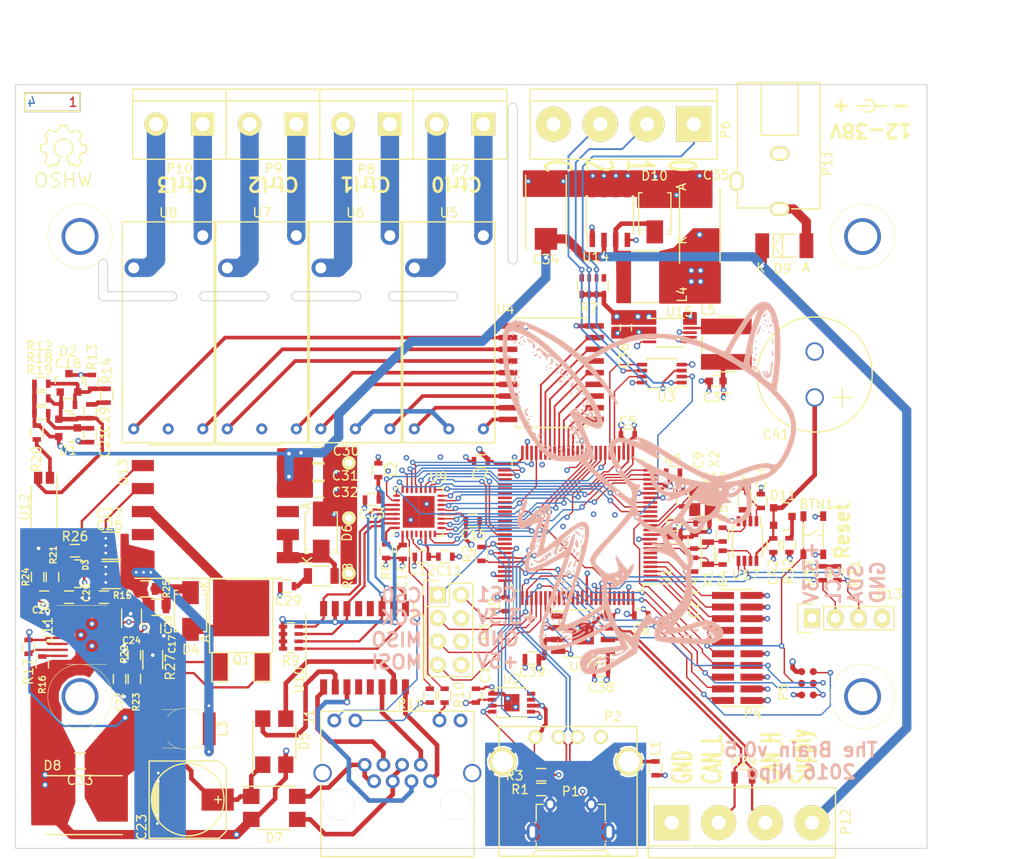
<source format=kicad_pcb>
(kicad_pcb (version 4) (host pcbnew 4.0.4-stable)

  (general
    (links 416)
    (no_connects 0)
    (area 46.449999 51.449999 145.550001 134.550001)
    (thickness 1.6)
    (drawings 50)
    (tracks 1853)
    (zones 0)
    (modules 136)
    (nets 164)
  )

  (page A4)
  (layers
    (0 F.Cu signal)
    (1 In1.Cu power hide)
    (2 In2.Cu power hide)
    (31 B.Cu signal)
    (32 B.Adhes user hide)
    (33 F.Adhes user hide)
    (34 B.Paste user hide)
    (35 F.Paste user hide)
    (36 B.SilkS user)
    (37 F.SilkS user)
    (38 B.Mask user hide)
    (39 F.Mask user)
    (40 Dwgs.User user)
    (41 Cmts.User user)
    (42 Eco1.User user)
    (43 Eco2.User user)
    (44 Edge.Cuts user)
    (45 Margin user)
    (46 B.CrtYd user)
    (47 F.CrtYd user)
    (48 B.Fab user hide)
    (49 F.Fab user)
  )

  (setup
    (last_trace_width 0.1524)
    (user_trace_width 0.1524)
    (user_trace_width 0.2)
    (user_trace_width 0.25)
    (user_trace_width 0.4)
    (user_trace_width 0.5)
    (user_trace_width 1)
    (user_trace_width 2)
    (trace_clearance 0.1524)
    (zone_clearance 0.2)
    (zone_45_only yes)
    (trace_min 0.1524)
    (segment_width 0.2)
    (edge_width 0.1)
    (via_size 0.6048)
    (via_drill 0.3)
    (via_min_size 0.6048)
    (via_min_drill 0.3)
    (user_via 0.6048 0.3)
    (user_via 0.8 0.4)
    (user_via 1 0.5)
    (user_via 1.5 1)
    (uvia_size 0.3)
    (uvia_drill 0.1)
    (uvias_allowed no)
    (uvia_min_size 0.2)
    (uvia_min_drill 0.1)
    (pcb_text_width 0.3)
    (pcb_text_size 1.5 1.5)
    (mod_edge_width 0.15)
    (mod_text_size 1 1)
    (mod_text_width 0.15)
    (pad_size 4 4)
    (pad_drill 3.2)
    (pad_to_mask_clearance 0)
    (aux_axis_origin 0 0)
    (visible_elements FFFFEF7F)
    (pcbplotparams
      (layerselection 0x00030_ffffffff)
      (usegerberextensions false)
      (excludeedgelayer true)
      (linewidth 0.100000)
      (plotframeref false)
      (viasonmask false)
      (mode 1)
      (useauxorigin false)
      (hpglpennumber 1)
      (hpglpenspeed 20)
      (hpglpendiameter 15)
      (hpglpenoverlay 2)
      (psnegative false)
      (psa4output false)
      (plotreference true)
      (plotvalue true)
      (plotinvisibletext false)
      (padsonsilk false)
      (subtractmaskfromsilk false)
      (outputformat 1)
      (mirror false)
      (drillshape 1)
      (scaleselection 1)
      (outputdirectory ""))
  )

  (net 0 "")
  (net 1 +3V3)
  (net 2 /mcu/TMS)
  (net 3 GND)
  (net 4 /mcu/TCK)
  (net 5 /mcu/TDO)
  (net 6 /mcu/TDI)
  (net 7 /mcu/nRESET)
  (net 8 /mcu/TraceCLK)
  (net 9 /mcu/TraceData0)
  (net 10 /mcu/TraceData1)
  (net 11 /mcu/TraceData2)
  (net 12 /mcu/TraceData3)
  (net 13 "Net-(C9-Pad1)")
  (net 14 "Net-(C10-Pad1)")
  (net 15 "Net-(C18-Pad1)")
  (net 16 +5V)
  (net 17 "Net-(L1-Pad1)")
  (net 18 "Net-(J1-Pad10)")
  (net 19 "Net-(J1-Pad11)")
  (net 20 "Net-(P6-Pad2)")
  (net 21 "Net-(P6-Pad1)")
  (net 22 "Net-(P7-Pad2)")
  (net 23 "Net-(P7-Pad1)")
  (net 24 "Net-(U1-Pad82)")
  (net 25 "Net-(U1-Pad81)")
  (net 26 "/I2C / RTC / Extension/IRQ")
  (net 27 "/I2C / RTC / Extension/OSC_OUT")
  (net 28 "Net-(U1-Pad39)")
  (net 29 "Net-(U1-Pad40)")
  (net 30 "Net-(U1-Pad41)")
  (net 31 "Net-(U1-Pad42)")
  (net 32 "Net-(U1-Pad43)")
  (net 33 "Net-(U1-Pad44)")
  (net 34 "Net-(U1-Pad45)")
  (net 35 "Net-(U1-Pad46)")
  (net 36 /ethernet/POE_VC1-)
  (net 37 /ethernet/POE_VC1+)
  (net 38 /ethernet/POE_VC2-)
  (net 39 /ethernet/POE_VC2+)
  (net 40 "Net-(U1-Pad6)")
  (net 41 "Net-(U1-Pad38)")
  (net 42 "Net-(U1-Pad73)")
  (net 43 "Net-(U1-Pad91)")
  (net 44 "Net-(U1-Pad97)")
  (net 45 "Net-(U1-Pad98)")
  (net 46 "Net-(U9-Pad4)")
  (net 47 /ethernet/CLK_25M)
  (net 48 /mcu/ETH_PHY_nIRQ)
  (net 49 /mcu/ETH_PHY_nRESET)
  (net 50 /ethernet/MDC)
  (net 51 /ethernet/TX_D2)
  (net 52 /ethernet/TX_CLK)
  (net 53 /ethernet/RX_CLK)
  (net 54 /ethernet/MDIO)
  (net 55 /ethernet/RX_DV)
  (net 56 /ethernet/RX_D0)
  (net 57 /ethernet/RX_D1)
  (net 58 /ethernet/RX_D2)
  (net 59 /ethernet/RX_D3)
  (net 60 /ethernet/RX_ER)
  (net 61 /ethernet/TX_EN)
  (net 62 /ethernet/TX_D0)
  (net 63 /ethernet/TX_D1)
  (net 64 /ethernet/TX_D3)
  (net 65 /ethernet/CRS)
  (net 66 /ethernet/COL)
  (net 67 /ethernet/LAN_VDD)
  (net 68 /ethernet/TD-)
  (net 69 /ethernet/TD+)
  (net 70 /ethernet/RD-)
  (net 71 /ethernet/RD+)
  (net 72 /ethernet/ETH_RX-)
  (net 73 /ethernet/ETH_RX+)
  (net 74 /ethernet/ETH_TX-)
  (net 75 /ethernet/ETH_TX+)
  (net 76 "/I2C / RTC / Extension/SCL")
  (net 77 "/I2C / RTC / Extension/SDA")
  (net 78 GNDREF)
  (net 79 /mcu/USB_D+)
  (net 80 /mcu/USB_D-)
  (net 81 /can/CAN-)
  (net 82 /can/CAN+)
  (net 83 "Net-(U2-Pad7)")
  (net 84 "Net-(U2-Pad8)")
  (net 85 "Net-(U1-Pad7)")
  (net 86 "Net-(U1-Pad53)")
  (net 87 "Net-(U1-Pad54)")
  (net 88 "Net-(U1-Pad60)")
  (net 89 "Net-(U1-Pad61)")
  (net 90 "Net-(U1-Pad62)")
  (net 91 "Net-(U1-Pad66)")
  (net 92 "Net-(U1-Pad96)")
  (net 93 "Net-(D6-Pad1)")
  (net 94 "Net-(L5-Pad2)")
  (net 95 /power/VCan)
  (net 96 "Net-(P11-Pad3)")
  (net 97 /mcu/Input_0)
  (net 98 /mcu/Input_1)
  (net 99 /mcu/Input_2)
  (net 100 /mcu/CS0)
  (net 101 /mcu/CS1)
  (net 102 /mcu/SCK)
  (net 103 /mcu/MOSI)
  (net 104 /mcu/MISO)
  (net 105 /poe/VPoe)
  (net 106 /poe/GPoe)
  (net 107 "Net-(C22-Pad1)")
  (net 108 "Net-(C29-Pad1)")
  (net 109 "Net-(D9-Pad2)")
  (net 110 "Net-(R15-Pad1)")
  (net 111 /poe/Feedback)
  (net 112 /poe/VPoe2)
  (net 113 "Net-(Q1-Pad3)")
  (net 114 "Net-(Q1-Pad1)")
  (net 115 /poe/VBias)
  (net 116 /mcu/USB_VBus)
  (net 117 "Net-(R2-Pad1)")
  (net 118 "Net-(C2-Pad1)")
  (net 119 "Net-(C4-Pad1)")
  (net 120 "Net-(C11-Pad1)")
  (net 121 "Net-(C18-Pad2)")
  (net 122 "Net-(C19-Pad2)")
  (net 123 "Net-(C20-Pad1)")
  (net 124 "Net-(C21-Pad1)")
  (net 125 "Net-(C24-Pad1)")
  (net 126 "Net-(C26-Pad2)")
  (net 127 "Net-(C28-Pad2)")
  (net 128 "Net-(C40-Pad1)")
  (net 129 "Net-(C41-Pad1)")
  (net 130 "Net-(D3-Pad1)")
  (net 131 "Net-(D3-Pad2)")
  (net 132 "Net-(D4-Pad2)")
  (net 133 "Net-(D10-Pad1)")
  (net 134 "Net-(D11-Pad3)")
  (net 135 "Net-(P1-Pad1)")
  (net 136 "Net-(P1-Pad4)")
  (net 137 "Net-(P4-Pad11)")
  (net 138 "Net-(P4-Pad13)")
  (net 139 "Net-(P6-Pad3)")
  (net 140 "Net-(P8-Pad1)")
  (net 141 "Net-(P8-Pad2)")
  (net 142 "Net-(P9-Pad1)")
  (net 143 "Net-(P9-Pad2)")
  (net 144 "Net-(P10-Pad1)")
  (net 145 "Net-(P10-Pad2)")
  (net 146 "Net-(R7-Pad5)")
  (net 147 "Net-(R8-Pad1)")
  (net 148 "Net-(R10-Pad1)")
  (net 149 "Net-(R11-Pad1)")
  (net 150 "Net-(R16-Pad1)")
  (net 151 "Net-(R17-Pad2)")
  (net 152 "Net-(R20-Pad2)")
  (net 153 "Net-(R22-Pad2)")
  (net 154 "Net-(R26-Pad1)")
  (net 155 "Net-(U4-Pad11)")
  (net 156 "Net-(U4-Pad12)")
  (net 157 "Net-(U4-Pad13)")
  (net 158 "Net-(U4-Pad14)")
  (net 159 "Net-(U4-Pad15)")
  (net 160 "Net-(U4-Pad16)")
  (net 161 "Net-(U4-Pad17)")
  (net 162 "Net-(U4-Pad18)")
  (net 163 "Net-(U17-Pad2)")

  (net_class Default "This is the default net class."
    (clearance 0.1524)
    (trace_width 0.1524)
    (via_dia 0.6048)
    (via_drill 0.3)
    (uvia_dia 0.3)
    (uvia_drill 0.1)
    (add_net "/I2C / RTC / Extension/IRQ")
    (add_net "/I2C / RTC / Extension/OSC_OUT")
    (add_net "/I2C / RTC / Extension/SCL")
    (add_net "/I2C / RTC / Extension/SDA")
    (add_net /can/CAN+)
    (add_net /can/CAN-)
    (add_net /ethernet/CLK_25M)
    (add_net /ethernet/COL)
    (add_net /ethernet/CRS)
    (add_net /ethernet/MDC)
    (add_net /ethernet/MDIO)
    (add_net /ethernet/RX_CLK)
    (add_net /ethernet/RX_D0)
    (add_net /ethernet/RX_D1)
    (add_net /ethernet/RX_D2)
    (add_net /ethernet/RX_D3)
    (add_net /ethernet/RX_DV)
    (add_net /ethernet/RX_ER)
    (add_net /ethernet/TX_CLK)
    (add_net /ethernet/TX_D0)
    (add_net /ethernet/TX_D1)
    (add_net /ethernet/TX_D2)
    (add_net /ethernet/TX_D3)
    (add_net /ethernet/TX_EN)
    (add_net /mcu/CS0)
    (add_net /mcu/CS1)
    (add_net /mcu/ETH_PHY_nIRQ)
    (add_net /mcu/ETH_PHY_nRESET)
    (add_net /mcu/Input_0)
    (add_net /mcu/Input_1)
    (add_net /mcu/Input_2)
    (add_net /mcu/MISO)
    (add_net /mcu/MOSI)
    (add_net /mcu/SCK)
    (add_net /mcu/TCK)
    (add_net /mcu/TDI)
    (add_net /mcu/TDO)
    (add_net /mcu/TMS)
    (add_net /mcu/TraceCLK)
    (add_net /mcu/TraceData0)
    (add_net /mcu/TraceData1)
    (add_net /mcu/TraceData2)
    (add_net /mcu/TraceData3)
    (add_net /mcu/USB_D+)
    (add_net /mcu/USB_D-)
    (add_net /mcu/USB_VBus)
    (add_net /mcu/nRESET)
    (add_net /poe/Feedback)
    (add_net /poe/VBias)
    (add_net /poe/VPoe2)
    (add_net GND)
    (add_net "Net-(C10-Pad1)")
    (add_net "Net-(C11-Pad1)")
    (add_net "Net-(C18-Pad1)")
    (add_net "Net-(C18-Pad2)")
    (add_net "Net-(C19-Pad2)")
    (add_net "Net-(C2-Pad1)")
    (add_net "Net-(C20-Pad1)")
    (add_net "Net-(C21-Pad1)")
    (add_net "Net-(C22-Pad1)")
    (add_net "Net-(C24-Pad1)")
    (add_net "Net-(C26-Pad2)")
    (add_net "Net-(C28-Pad2)")
    (add_net "Net-(C29-Pad1)")
    (add_net "Net-(C4-Pad1)")
    (add_net "Net-(C40-Pad1)")
    (add_net "Net-(C41-Pad1)")
    (add_net "Net-(C9-Pad1)")
    (add_net "Net-(D10-Pad1)")
    (add_net "Net-(D11-Pad3)")
    (add_net "Net-(D3-Pad1)")
    (add_net "Net-(D3-Pad2)")
    (add_net "Net-(D4-Pad2)")
    (add_net "Net-(D6-Pad1)")
    (add_net "Net-(D9-Pad2)")
    (add_net "Net-(J1-Pad10)")
    (add_net "Net-(J1-Pad11)")
    (add_net "Net-(L1-Pad1)")
    (add_net "Net-(L5-Pad2)")
    (add_net "Net-(P1-Pad1)")
    (add_net "Net-(P1-Pad4)")
    (add_net "Net-(P10-Pad1)")
    (add_net "Net-(P10-Pad2)")
    (add_net "Net-(P11-Pad3)")
    (add_net "Net-(P4-Pad11)")
    (add_net "Net-(P4-Pad13)")
    (add_net "Net-(P6-Pad1)")
    (add_net "Net-(P6-Pad2)")
    (add_net "Net-(P6-Pad3)")
    (add_net "Net-(P7-Pad1)")
    (add_net "Net-(P7-Pad2)")
    (add_net "Net-(P8-Pad1)")
    (add_net "Net-(P8-Pad2)")
    (add_net "Net-(P9-Pad1)")
    (add_net "Net-(P9-Pad2)")
    (add_net "Net-(Q1-Pad1)")
    (add_net "Net-(Q1-Pad3)")
    (add_net "Net-(R10-Pad1)")
    (add_net "Net-(R11-Pad1)")
    (add_net "Net-(R15-Pad1)")
    (add_net "Net-(R16-Pad1)")
    (add_net "Net-(R17-Pad2)")
    (add_net "Net-(R2-Pad1)")
    (add_net "Net-(R20-Pad2)")
    (add_net "Net-(R22-Pad2)")
    (add_net "Net-(R26-Pad1)")
    (add_net "Net-(R7-Pad5)")
    (add_net "Net-(R8-Pad1)")
    (add_net "Net-(U1-Pad38)")
    (add_net "Net-(U1-Pad39)")
    (add_net "Net-(U1-Pad40)")
    (add_net "Net-(U1-Pad41)")
    (add_net "Net-(U1-Pad42)")
    (add_net "Net-(U1-Pad43)")
    (add_net "Net-(U1-Pad44)")
    (add_net "Net-(U1-Pad45)")
    (add_net "Net-(U1-Pad46)")
    (add_net "Net-(U1-Pad53)")
    (add_net "Net-(U1-Pad54)")
    (add_net "Net-(U1-Pad6)")
    (add_net "Net-(U1-Pad60)")
    (add_net "Net-(U1-Pad61)")
    (add_net "Net-(U1-Pad62)")
    (add_net "Net-(U1-Pad66)")
    (add_net "Net-(U1-Pad7)")
    (add_net "Net-(U1-Pad73)")
    (add_net "Net-(U1-Pad81)")
    (add_net "Net-(U1-Pad82)")
    (add_net "Net-(U1-Pad91)")
    (add_net "Net-(U1-Pad96)")
    (add_net "Net-(U1-Pad97)")
    (add_net "Net-(U1-Pad98)")
    (add_net "Net-(U17-Pad2)")
    (add_net "Net-(U2-Pad7)")
    (add_net "Net-(U2-Pad8)")
    (add_net "Net-(U4-Pad11)")
    (add_net "Net-(U4-Pad12)")
    (add_net "Net-(U4-Pad13)")
    (add_net "Net-(U4-Pad14)")
    (add_net "Net-(U4-Pad15)")
    (add_net "Net-(U4-Pad16)")
    (add_net "Net-(U4-Pad17)")
    (add_net "Net-(U4-Pad18)")
    (add_net "Net-(U9-Pad4)")
  )

  (net_class More ""
    (clearance 0.2)
    (trace_width 0.25)
    (via_dia 0.6048)
    (via_drill 0.3)
    (uvia_dia 0.3)
    (uvia_drill 0.1)
    (add_net /ethernet/RD+)
    (add_net /ethernet/RD-)
    (add_net /ethernet/TD+)
    (add_net /ethernet/TD-)
  )

  (net_class Power ""
    (clearance 0.1524)
    (trace_width 0.5)
    (via_dia 0.7)
    (via_drill 0.4)
    (uvia_dia 0.3)
    (uvia_drill 0.1)
    (add_net +3V3)
    (add_net +5V)
    (add_net /ethernet/ETH_RX+)
    (add_net /ethernet/ETH_RX-)
    (add_net /ethernet/ETH_TX+)
    (add_net /ethernet/ETH_TX-)
    (add_net /ethernet/LAN_VDD)
    (add_net /ethernet/POE_VC1+)
    (add_net /ethernet/POE_VC1-)
    (add_net /ethernet/POE_VC2+)
    (add_net /ethernet/POE_VC2-)
    (add_net /poe/GPoe)
    (add_net /poe/VPoe)
    (add_net /power/VCan)
    (add_net GNDREF)
  )

  (net_class Power2 ""
    (clearance 1)
    (trace_width 0.5)
    (via_dia 1)
    (via_drill 0.5)
    (uvia_dia 0.3)
    (uvia_drill 0.1)
  )

  (module Connect:USB_A (layer F.Cu) (tedit 5543E289) (tstamp 57C37A26)
    (at 102.95914 122.40212)
    (descr "USB A connector")
    (tags "USB USB_A")
    (path /57A213D7/57BD5361)
    (fp_text reference P2 (at 8.44086 -2.20212 180) (layer F.SilkS)
      (effects (font (size 1 1) (thickness 0.15)))
    )
    (fp_text value USBA (at 3.74086 2.49788) (layer F.Fab)
      (effects (font (size 1 1) (thickness 0.15)))
    )
    (fp_line (start -5.3 13.2) (end -5.3 -1.4) (layer F.CrtYd) (width 0.05))
    (fp_line (start 11.95 -1.4) (end 11.95 13.2) (layer F.CrtYd) (width 0.05))
    (fp_line (start -5.3 13.2) (end 11.95 13.2) (layer F.CrtYd) (width 0.05))
    (fp_line (start -5.3 -1.4) (end 11.95 -1.4) (layer F.CrtYd) (width 0.05))
    (fp_line (start 11.04986 -1.14512) (end 11.04986 12.95188) (layer F.SilkS) (width 0.15))
    (fp_line (start -3.93614 12.95188) (end -3.93614 -1.14512) (layer F.SilkS) (width 0.15))
    (fp_line (start 11.04986 -1.14512) (end -3.93614 -1.14512) (layer F.SilkS) (width 0.15))
    (fp_line (start 11.04986 12.95188) (end -3.93614 12.95188) (layer F.SilkS) (width 0.15))
    (pad 4 thru_hole circle (at 7.11286 -0.00212 270) (size 1.50114 1.50114) (drill 1.00076) (layers *.Cu *.Mask F.SilkS)
      (net 3 GND))
    (pad 3 thru_hole circle (at 4.57286 -0.00212 270) (size 1.50114 1.50114) (drill 1.00076) (layers *.Cu *.Mask F.SilkS)
      (net 79 /mcu/USB_D+))
    (pad 2 thru_hole circle (at 2.54086 -0.00212 270) (size 1.50114 1.50114) (drill 1.00076) (layers *.Cu *.Mask F.SilkS)
      (net 80 /mcu/USB_D-))
    (pad 1 thru_hole circle (at 0.00086 -0.00212 270) (size 1.50114 1.50114) (drill 1.00076) (layers *.Cu *.Mask F.SilkS)
      (net 116 /mcu/USB_VBus))
    (pad 5 thru_hole circle (at 10.16086 2.66488 270) (size 2.99974 2.99974) (drill 2.30124) (layers *.Cu *.Mask F.SilkS)
      (net 17 "Net-(L1-Pad1)"))
    (pad 5 thru_hole circle (at -3.55514 2.66488 270) (size 2.99974 2.99974) (drill 2.30124) (layers *.Cu *.Mask F.SilkS)
      (net 17 "Net-(L1-Pad1)"))
    (model Connect.3dshapes/USB_A.wrl
      (at (xyz 0.14 0 0))
      (scale (xyz 1 1 1))
      (rotate (xyz 0 0 90))
    )
  )

  (module Pin_Headers:Pin_Header_Straight_2x04 (layer F.Cu) (tedit 57C9A701) (tstamp 57CA0578)
    (at 92.36 106.94)
    (descr "Through hole pin header")
    (tags "pin header")
    (path /57A213D7/57C9C680)
    (fp_text reference P3 (at 5.14 4.06 90) (layer F.SilkS)
      (effects (font (size 1 1) (thickness 0.15)))
    )
    (fp_text value SPI (at 1.34 3.7 90) (layer F.Fab)
      (effects (font (size 1 1) (thickness 0.15)))
    )
    (fp_line (start -1.75 -1.75) (end -1.75 9.4) (layer F.CrtYd) (width 0.05))
    (fp_line (start 4.3 -1.75) (end 4.3 9.4) (layer F.CrtYd) (width 0.05))
    (fp_line (start -1.75 -1.75) (end 4.3 -1.75) (layer F.CrtYd) (width 0.05))
    (fp_line (start -1.75 9.4) (end 4.3 9.4) (layer F.CrtYd) (width 0.05))
    (fp_line (start -1.27 1.27) (end -1.27 8.89) (layer F.SilkS) (width 0.15))
    (fp_line (start -1.27 8.89) (end 3.81 8.89) (layer F.SilkS) (width 0.15))
    (fp_line (start 3.81 8.89) (end 3.81 -1.27) (layer F.SilkS) (width 0.15))
    (fp_line (start 3.81 -1.27) (end 1.27 -1.27) (layer F.SilkS) (width 0.15))
    (fp_line (start 0 -1.55) (end -1.55 -1.55) (layer F.SilkS) (width 0.15))
    (fp_line (start 1.27 -1.27) (end 1.27 1.27) (layer F.SilkS) (width 0.15))
    (fp_line (start 1.27 1.27) (end -1.27 1.27) (layer F.SilkS) (width 0.15))
    (fp_line (start -1.55 -1.55) (end -1.55 0) (layer F.SilkS) (width 0.15))
    (pad 1 thru_hole rect (at 0 0) (size 1.7272 1.7272) (drill 1.016) (layers *.Cu *.Mask F.SilkS)
      (net 100 /mcu/CS0))
    (pad 2 thru_hole oval (at 2.54 0) (size 1.7272 1.7272) (drill 1.016) (layers *.Cu *.Mask F.SilkS)
      (net 101 /mcu/CS1))
    (pad 3 thru_hole oval (at 0 2.54) (size 1.7272 1.7272) (drill 1.016) (layers *.Cu *.Mask F.SilkS)
      (net 102 /mcu/SCK))
    (pad 4 thru_hole oval (at 2.54 2.54) (size 1.7272 1.7272) (drill 1.016) (layers *.Cu *.Mask F.SilkS)
      (net 1 +3V3) (zone_connect 2))
    (pad 5 thru_hole oval (at 0 5.08) (size 1.7272 1.7272) (drill 1.016) (layers *.Cu *.Mask F.SilkS)
      (net 104 /mcu/MISO))
    (pad 6 thru_hole oval (at 2.54 5.08) (size 1.7272 1.7272) (drill 1.016) (layers *.Cu *.Mask F.SilkS)
      (net 3 GND))
    (pad 7 thru_hole oval (at 0 7.62) (size 1.7272 1.7272) (drill 1.016) (layers *.Cu *.Mask F.SilkS)
      (net 103 /mcu/MOSI))
    (pad 8 thru_hole oval (at 2.54 7.62) (size 1.7272 1.7272) (drill 1.016) (layers *.Cu *.Mask F.SilkS)
      (net 16 +5V) (zone_connect 2))
    (model Pin_Headers.3dshapes/Pin_Header_Straight_2x04.wrl
      (at (xyz 0.05 -0.15 0))
      (scale (xyz 1 1 1))
      (rotate (xyz 0 0 90))
    )
  )

  (module Housings_QFP:LQFP-100_14x14mm_Pitch0.5mm (layer F.Cu) (tedit 54130A77) (tstamp 57C377BF)
    (at 107.55 99.4 180)
    (descr "LQFP100: plastic low profile quad flat package; 100 leads; body 14 x 14 x 1.4 mm (see NXP sot407-1_po.pdf and sot407-1_fr.pdf)")
    (tags "QFP 0.5")
    (path /57A213D7/57BCD0F0)
    (attr smd)
    (fp_text reference U1 (at -9.65 -5.6 450) (layer F.SilkS)
      (effects (font (size 1 1) (thickness 0.15)))
    )
    (fp_text value STM32F107VCT (at 0.25 1.3 180) (layer F.Fab)
      (effects (font (size 1 1) (thickness 0.15)))
    )
    (fp_line (start -8.9 -8.9) (end -8.9 8.9) (layer F.CrtYd) (width 0.05))
    (fp_line (start 8.9 -8.9) (end 8.9 8.9) (layer F.CrtYd) (width 0.05))
    (fp_line (start -8.9 -8.9) (end 8.9 -8.9) (layer F.CrtYd) (width 0.05))
    (fp_line (start -8.9 8.9) (end 8.9 8.9) (layer F.CrtYd) (width 0.05))
    (fp_line (start -7.125 -7.125) (end -7.125 -6.365) (layer F.SilkS) (width 0.15))
    (fp_line (start 7.125 -7.125) (end 7.125 -6.365) (layer F.SilkS) (width 0.15))
    (fp_line (start 7.125 7.125) (end 7.125 6.365) (layer F.SilkS) (width 0.15))
    (fp_line (start -7.125 7.125) (end -7.125 6.365) (layer F.SilkS) (width 0.15))
    (fp_line (start -7.125 -7.125) (end -6.365 -7.125) (layer F.SilkS) (width 0.15))
    (fp_line (start -7.125 7.125) (end -6.365 7.125) (layer F.SilkS) (width 0.15))
    (fp_line (start 7.125 7.125) (end 6.365 7.125) (layer F.SilkS) (width 0.15))
    (fp_line (start 7.125 -7.125) (end 6.365 -7.125) (layer F.SilkS) (width 0.15))
    (fp_line (start -7.125 -6.365) (end -8.65 -6.365) (layer F.SilkS) (width 0.15))
    (pad 1 smd rect (at -7.9 -6 180) (size 1.5 0.28) (layers F.Cu F.Paste F.Mask)
      (net 8 /mcu/TraceCLK))
    (pad 2 smd rect (at -7.9 -5.5 180) (size 1.5 0.28) (layers F.Cu F.Paste F.Mask)
      (net 9 /mcu/TraceData0))
    (pad 3 smd rect (at -7.9 -5 180) (size 1.5 0.28) (layers F.Cu F.Paste F.Mask)
      (net 10 /mcu/TraceData1))
    (pad 4 smd rect (at -7.9 -4.5 180) (size 1.5 0.28) (layers F.Cu F.Paste F.Mask)
      (net 11 /mcu/TraceData2))
    (pad 5 smd rect (at -7.9 -4 180) (size 1.5 0.28) (layers F.Cu F.Paste F.Mask)
      (net 12 /mcu/TraceData3))
    (pad 6 smd rect (at -7.9 -3.5 180) (size 1.5 0.28) (layers F.Cu F.Paste F.Mask)
      (net 40 "Net-(U1-Pad6)"))
    (pad 7 smd rect (at -7.9 -3 180) (size 1.5 0.28) (layers F.Cu F.Paste F.Mask)
      (net 85 "Net-(U1-Pad7)"))
    (pad 8 smd rect (at -7.9 -2.5 180) (size 1.5 0.28) (layers F.Cu F.Paste F.Mask)
      (net 118 "Net-(C2-Pad1)"))
    (pad 9 smd rect (at -7.9 -2 180) (size 1.5 0.28) (layers F.Cu F.Paste F.Mask)
      (net 119 "Net-(C4-Pad1)"))
    (pad 10 smd rect (at -7.9 -1.5 180) (size 1.5 0.28) (layers F.Cu F.Paste F.Mask)
      (net 3 GND))
    (pad 11 smd rect (at -7.9 -1 180) (size 1.5 0.28) (layers F.Cu F.Paste F.Mask)
      (net 1 +3V3))
    (pad 12 smd rect (at -7.9 -0.5 180) (size 1.5 0.28) (layers F.Cu F.Paste F.Mask)
      (net 14 "Net-(C10-Pad1)"))
    (pad 13 smd rect (at -7.9 0 180) (size 1.5 0.28) (layers F.Cu F.Paste F.Mask)
      (net 13 "Net-(C9-Pad1)"))
    (pad 14 smd rect (at -7.9 0.5 180) (size 1.5 0.28) (layers F.Cu F.Paste F.Mask)
      (net 7 /mcu/nRESET))
    (pad 15 smd rect (at -7.9 1 180) (size 1.5 0.28) (layers F.Cu F.Paste F.Mask)
      (net 99 /mcu/Input_2))
    (pad 16 smd rect (at -7.9 1.5 180) (size 1.5 0.28) (layers F.Cu F.Paste F.Mask)
      (net 50 /ethernet/MDC))
    (pad 17 smd rect (at -7.9 2 180) (size 1.5 0.28) (layers F.Cu F.Paste F.Mask)
      (net 51 /ethernet/TX_D2))
    (pad 18 smd rect (at -7.9 2.5 180) (size 1.5 0.28) (layers F.Cu F.Paste F.Mask)
      (net 52 /ethernet/TX_CLK))
    (pad 19 smd rect (at -7.9 3 180) (size 1.5 0.28) (layers F.Cu F.Paste F.Mask)
      (net 3 GND))
    (pad 20 smd rect (at -7.9 3.5 180) (size 1.5 0.28) (layers F.Cu F.Paste F.Mask)
      (net 3 GND))
    (pad 21 smd rect (at -7.9 4 180) (size 1.5 0.28) (layers F.Cu F.Paste F.Mask)
      (net 1 +3V3))
    (pad 22 smd rect (at -7.9 4.5 180) (size 1.5 0.28) (layers F.Cu F.Paste F.Mask)
      (net 1 +3V3))
    (pad 23 smd rect (at -7.9 5 180) (size 1.5 0.28) (layers F.Cu F.Paste F.Mask)
      (net 65 /ethernet/CRS))
    (pad 24 smd rect (at -7.9 5.5 180) (size 1.5 0.28) (layers F.Cu F.Paste F.Mask)
      (net 53 /ethernet/RX_CLK))
    (pad 25 smd rect (at -7.9 6 180) (size 1.5 0.28) (layers F.Cu F.Paste F.Mask)
      (net 54 /ethernet/MDIO))
    (pad 26 smd rect (at -6 7.9 270) (size 1.5 0.28) (layers F.Cu F.Paste F.Mask)
      (net 66 /ethernet/COL))
    (pad 27 smd rect (at -5.5 7.9 270) (size 1.5 0.28) (layers F.Cu F.Paste F.Mask)
      (net 3 GND))
    (pad 28 smd rect (at -5 7.9 270) (size 1.5 0.28) (layers F.Cu F.Paste F.Mask)
      (net 1 +3V3))
    (pad 29 smd rect (at -4.5 7.9 270) (size 1.5 0.28) (layers F.Cu F.Paste F.Mask)
      (net 100 /mcu/CS0))
    (pad 30 smd rect (at -4 7.9 270) (size 1.5 0.28) (layers F.Cu F.Paste F.Mask)
      (net 97 /mcu/Input_0))
    (pad 31 smd rect (at -3.5 7.9 270) (size 1.5 0.28) (layers F.Cu F.Paste F.Mask)
      (net 98 /mcu/Input_1))
    (pad 32 smd rect (at -3 7.9 270) (size 1.5 0.28) (layers F.Cu F.Paste F.Mask)
      (net 55 /ethernet/RX_DV))
    (pad 33 smd rect (at -2.5 7.9 270) (size 1.5 0.28) (layers F.Cu F.Paste F.Mask)
      (net 56 /ethernet/RX_D0))
    (pad 34 smd rect (at -2 7.9 270) (size 1.5 0.28) (layers F.Cu F.Paste F.Mask)
      (net 57 /ethernet/RX_D1))
    (pad 35 smd rect (at -1.5 7.9 270) (size 1.5 0.28) (layers F.Cu F.Paste F.Mask)
      (net 58 /ethernet/RX_D2))
    (pad 36 smd rect (at -1 7.9 270) (size 1.5 0.28) (layers F.Cu F.Paste F.Mask)
      (net 59 /ethernet/RX_D3))
    (pad 37 smd rect (at -0.5 7.9 270) (size 1.5 0.28) (layers F.Cu F.Paste F.Mask)
      (net 3 GND))
    (pad 38 smd rect (at 0 7.9 270) (size 1.5 0.28) (layers F.Cu F.Paste F.Mask)
      (net 41 "Net-(U1-Pad38)"))
    (pad 39 smd rect (at 0.5 7.9 270) (size 1.5 0.28) (layers F.Cu F.Paste F.Mask)
      (net 28 "Net-(U1-Pad39)"))
    (pad 40 smd rect (at 1 7.9 270) (size 1.5 0.28) (layers F.Cu F.Paste F.Mask)
      (net 29 "Net-(U1-Pad40)"))
    (pad 41 smd rect (at 1.5 7.9 270) (size 1.5 0.28) (layers F.Cu F.Paste F.Mask)
      (net 30 "Net-(U1-Pad41)"))
    (pad 42 smd rect (at 2 7.9 270) (size 1.5 0.28) (layers F.Cu F.Paste F.Mask)
      (net 31 "Net-(U1-Pad42)"))
    (pad 43 smd rect (at 2.5 7.9 270) (size 1.5 0.28) (layers F.Cu F.Paste F.Mask)
      (net 32 "Net-(U1-Pad43)"))
    (pad 44 smd rect (at 3 7.9 270) (size 1.5 0.28) (layers F.Cu F.Paste F.Mask)
      (net 33 "Net-(U1-Pad44)"))
    (pad 45 smd rect (at 3.5 7.9 270) (size 1.5 0.28) (layers F.Cu F.Paste F.Mask)
      (net 34 "Net-(U1-Pad45)"))
    (pad 46 smd rect (at 4 7.9 270) (size 1.5 0.28) (layers F.Cu F.Paste F.Mask)
      (net 35 "Net-(U1-Pad46)"))
    (pad 47 smd rect (at 4.5 7.9 270) (size 1.5 0.28) (layers F.Cu F.Paste F.Mask)
      (net 60 /ethernet/RX_ER))
    (pad 48 smd rect (at 5 7.9 270) (size 1.5 0.28) (layers F.Cu F.Paste F.Mask)
      (net 61 /ethernet/TX_EN))
    (pad 49 smd rect (at 5.5 7.9 270) (size 1.5 0.28) (layers F.Cu F.Paste F.Mask)
      (net 3 GND))
    (pad 50 smd rect (at 6 7.9 270) (size 1.5 0.28) (layers F.Cu F.Paste F.Mask)
      (net 1 +3V3))
    (pad 51 smd rect (at 7.9 6 180) (size 1.5 0.28) (layers F.Cu F.Paste F.Mask)
      (net 62 /ethernet/TX_D0))
    (pad 52 smd rect (at 7.9 5.5 180) (size 1.5 0.28) (layers F.Cu F.Paste F.Mask)
      (net 63 /ethernet/TX_D1))
    (pad 53 smd rect (at 7.9 5 180) (size 1.5 0.28) (layers F.Cu F.Paste F.Mask)
      (net 86 "Net-(U1-Pad53)"))
    (pad 54 smd rect (at 7.9 4.5 180) (size 1.5 0.28) (layers F.Cu F.Paste F.Mask)
      (net 87 "Net-(U1-Pad54)"))
    (pad 55 smd rect (at 7.9 4 180) (size 1.5 0.28) (layers F.Cu F.Paste F.Mask))
    (pad 56 smd rect (at 7.9 3.5 180) (size 1.5 0.28) (layers F.Cu F.Paste F.Mask))
    (pad 57 smd rect (at 7.9 3 180) (size 1.5 0.28) (layers F.Cu F.Paste F.Mask))
    (pad 58 smd rect (at 7.9 2.5 180) (size 1.5 0.28) (layers F.Cu F.Paste F.Mask))
    (pad 59 smd rect (at 7.9 2 180) (size 1.5 0.28) (layers F.Cu F.Paste F.Mask))
    (pad 60 smd rect (at 7.9 1.5 180) (size 1.5 0.28) (layers F.Cu F.Paste F.Mask)
      (net 88 "Net-(U1-Pad60)"))
    (pad 61 smd rect (at 7.9 1 180) (size 1.5 0.28) (layers F.Cu F.Paste F.Mask)
      (net 89 "Net-(U1-Pad61)"))
    (pad 62 smd rect (at 7.9 0.5 180) (size 1.5 0.28) (layers F.Cu F.Paste F.Mask)
      (net 90 "Net-(U1-Pad62)"))
    (pad 63 smd rect (at 7.9 0 180) (size 1.5 0.28) (layers F.Cu F.Paste F.Mask)
      (net 47 /ethernet/CLK_25M))
    (pad 64 smd rect (at 7.9 -0.5 180) (size 1.5 0.28) (layers F.Cu F.Paste F.Mask)
      (net 49 /mcu/ETH_PHY_nRESET))
    (pad 65 smd rect (at 7.9 -1 180) (size 1.5 0.28) (layers F.Cu F.Paste F.Mask)
      (net 48 /mcu/ETH_PHY_nIRQ))
    (pad 66 smd rect (at 7.9 -1.5 180) (size 1.5 0.28) (layers F.Cu F.Paste F.Mask)
      (net 91 "Net-(U1-Pad66)"))
    (pad 67 smd rect (at 7.9 -2 180) (size 1.5 0.28) (layers F.Cu F.Paste F.Mask)
      (net 117 "Net-(R2-Pad1)"))
    (pad 68 smd rect (at 7.9 -2.5 180) (size 1.5 0.28) (layers F.Cu F.Paste F.Mask)
      (net 116 /mcu/USB_VBus))
    (pad 69 smd rect (at 7.9 -3 180) (size 1.5 0.28) (layers F.Cu F.Paste F.Mask)
      (net 136 "Net-(P1-Pad4)"))
    (pad 70 smd rect (at 7.9 -3.5 180) (size 1.5 0.28) (layers F.Cu F.Paste F.Mask)
      (net 80 /mcu/USB_D-))
    (pad 71 smd rect (at 7.9 -4 180) (size 1.5 0.28) (layers F.Cu F.Paste F.Mask)
      (net 79 /mcu/USB_D+))
    (pad 72 smd rect (at 7.9 -4.5 180) (size 1.5 0.28) (layers F.Cu F.Paste F.Mask)
      (net 2 /mcu/TMS))
    (pad 73 smd rect (at 7.9 -5 180) (size 1.5 0.28) (layers F.Cu F.Paste F.Mask)
      (net 42 "Net-(U1-Pad73)"))
    (pad 74 smd rect (at 7.9 -5.5 180) (size 1.5 0.28) (layers F.Cu F.Paste F.Mask)
      (net 3 GND))
    (pad 75 smd rect (at 7.9 -6 180) (size 1.5 0.28) (layers F.Cu F.Paste F.Mask)
      (net 1 +3V3))
    (pad 76 smd rect (at 6 -7.9 270) (size 1.5 0.28) (layers F.Cu F.Paste F.Mask)
      (net 4 /mcu/TCK))
    (pad 77 smd rect (at 5.5 -7.9 270) (size 1.5 0.28) (layers F.Cu F.Paste F.Mask)
      (net 6 /mcu/TDI))
    (pad 78 smd rect (at 5 -7.9 270) (size 1.5 0.28) (layers F.Cu F.Paste F.Mask)
      (net 102 /mcu/SCK))
    (pad 79 smd rect (at 4.5 -7.9 270) (size 1.5 0.28) (layers F.Cu F.Paste F.Mask)
      (net 104 /mcu/MISO))
    (pad 80 smd rect (at 4 -7.9 270) (size 1.5 0.28) (layers F.Cu F.Paste F.Mask)
      (net 103 /mcu/MOSI))
    (pad 81 smd rect (at 3.5 -7.9 270) (size 1.5 0.28) (layers F.Cu F.Paste F.Mask)
      (net 25 "Net-(U1-Pad81)"))
    (pad 82 smd rect (at 3 -7.9 270) (size 1.5 0.28) (layers F.Cu F.Paste F.Mask)
      (net 24 "Net-(U1-Pad82)"))
    (pad 83 smd rect (at 2.5 -7.9 270) (size 1.5 0.28) (layers F.Cu F.Paste F.Mask)
      (net 101 /mcu/CS1))
    (pad 84 smd rect (at 2 -7.9 270) (size 1.5 0.28) (layers F.Cu F.Paste F.Mask))
    (pad 85 smd rect (at 1.5 -7.9 270) (size 1.5 0.28) (layers F.Cu F.Paste F.Mask))
    (pad 86 smd rect (at 1 -7.9 270) (size 1.5 0.28) (layers F.Cu F.Paste F.Mask))
    (pad 87 smd rect (at 0.5 -7.9 270) (size 1.5 0.28) (layers F.Cu F.Paste F.Mask))
    (pad 88 smd rect (at 0 -7.9 270) (size 1.5 0.28) (layers F.Cu F.Paste F.Mask))
    (pad 89 smd rect (at -0.5 -7.9 270) (size 1.5 0.28) (layers F.Cu F.Paste F.Mask)
      (net 5 /mcu/TDO))
    (pad 90 smd rect (at -1 -7.9 270) (size 1.5 0.28) (layers F.Cu F.Paste F.Mask)
      (net 3 GND))
    (pad 91 smd rect (at -1.5 -7.9 270) (size 1.5 0.28) (layers F.Cu F.Paste F.Mask)
      (net 43 "Net-(U1-Pad91)"))
    (pad 92 smd rect (at -2 -7.9 270) (size 1.5 0.28) (layers F.Cu F.Paste F.Mask)
      (net 76 "/I2C / RTC / Extension/SCL"))
    (pad 93 smd rect (at -2.5 -7.9 270) (size 1.5 0.28) (layers F.Cu F.Paste F.Mask)
      (net 77 "/I2C / RTC / Extension/SDA"))
    (pad 94 smd rect (at -3 -7.9 270) (size 1.5 0.28) (layers F.Cu F.Paste F.Mask)
      (net 3 GND))
    (pad 95 smd rect (at -3.5 -7.9 270) (size 1.5 0.28) (layers F.Cu F.Paste F.Mask)
      (net 64 /ethernet/TX_D3))
    (pad 96 smd rect (at -4 -7.9 270) (size 1.5 0.28) (layers F.Cu F.Paste F.Mask)
      (net 92 "Net-(U1-Pad96)"))
    (pad 97 smd rect (at -4.5 -7.9 270) (size 1.5 0.28) (layers F.Cu F.Paste F.Mask)
      (net 44 "Net-(U1-Pad97)"))
    (pad 98 smd rect (at -5 -7.9 270) (size 1.5 0.28) (layers F.Cu F.Paste F.Mask)
      (net 45 "Net-(U1-Pad98)"))
    (pad 99 smd rect (at -5.5 -7.9 270) (size 1.5 0.28) (layers F.Cu F.Paste F.Mask)
      (net 3 GND))
    (pad 100 smd rect (at -6 -7.9 270) (size 1.5 0.28) (layers F.Cu F.Paste F.Mask)
      (net 1 +3V3))
    (model Housings_QFP.3dshapes/LQFP-100_14x14mm_Pitch0.5mm.wrl
      (at (xyz 0 0 0))
      (scale (xyz 1 1 1))
      (rotate (xyz 0 0 0))
    )
  )

  (module Abracon:ABM8G (layer F.Cu) (tedit 56F3EB4E) (tstamp 57C37BAB)
    (at 121.12122 96.589165 90)
    (path /57A213D7/57BCDC66)
    (fp_text reference X2 (at 4.389165 1.27878 90) (layer F.SilkS)
      (effects (font (size 1 1) (thickness 0.15)))
    )
    (fp_text value 25MHz (at 1.089165 -0.02122 90) (layer F.Fab)
      (effects (font (size 1 1) (thickness 0.15)))
    )
    (fp_line (start -1.7 0.15) (end -1.7 -0.15) (layer F.SilkS) (width 0.15))
    (fp_line (start 0.3 1.35) (end -0.3 1.35) (layer F.SilkS) (width 0.15))
    (fp_line (start 1.7 -0.15) (end 1.7 0.15) (layer F.SilkS) (width 0.15))
    (fp_line (start -0.3 -1.35) (end 0.3 -1.35) (layer F.SilkS) (width 0.15))
    (fp_line (start -1.6 1.25) (end -1.6 -1.25) (layer F.CrtYd) (width 0.05))
    (fp_line (start 1.6 1.25) (end -1.6 1.25) (layer F.CrtYd) (width 0.05))
    (fp_line (start 1.6 -1.25) (end 1.6 1.25) (layer F.CrtYd) (width 0.05))
    (fp_line (start -1.6 -1.25) (end 1.6 -1.25) (layer F.CrtYd) (width 0.05))
    (pad 3 smd rect (at -1.1 -0.85 90) (size 1.4 1.2) (layers F.Cu F.Paste F.Mask)
      (net 3 GND))
    (pad 2 smd rect (at 1.1 -0.85 90) (size 1.4 1.2) (layers F.Cu F.Paste F.Mask)
      (net 13 "Net-(C9-Pad1)"))
    (pad 3 smd rect (at 1.1 0.85 90) (size 1.4 1.2) (layers F.Cu F.Paste F.Mask)
      (net 3 GND))
    (pad 1 smd rect (at -1.1 0.85 90) (size 1.4 1.2) (layers F.Cu F.Paste F.Mask)
      (net 14 "Net-(C10-Pad1)"))
    (model /Users/nipo/projects/hardware/kicad-library/Abracon.3dshapes/ABM8G.wrl
      (at (xyz 0 0 0))
      (scale (xyz 0.3937 0.3937 0.3937))
      (rotate (xyz -90 0 0))
    )
  )

  (module Abracon:ABS07 (layer F.Cu) (tedit 57C35276) (tstamp 57C37B85)
    (at 121.716 102.419 270)
    (descr http://www.abracon.com/Resonators/ABS07.pdf)
    (tags "ABS07 Crystal")
    (path /57A213D7/57BD5AA4)
    (fp_text reference X1 (at 2.781 0.016 270) (layer F.SilkS)
      (effects (font (size 1 1) (thickness 0.15)))
    )
    (fp_text value 32768Hz (at 0.881 0.016 270) (layer F.Fab)
      (effects (font (size 1 1) (thickness 0.15)))
    )
    (fp_line (start 0.75 0.7) (end -0.75 0.7) (layer F.SilkS) (width 0.15))
    (fp_line (start -0.75 -0.7) (end 0.75 -0.7) (layer F.SilkS) (width 0.15))
    (fp_line (start 1.6 -0.75) (end 1.6 0.75) (layer F.CrtYd) (width 0.05))
    (fp_line (start -1.6 -0.75) (end 1.6 -0.75) (layer F.CrtYd) (width 0.05))
    (fp_line (start 1.6 0.75) (end -1.6 0.75) (layer F.CrtYd) (width 0.05))
    (fp_line (start -1.6 0.75) (end -1.6 -0.75) (layer F.CrtYd) (width 0.05))
    (pad 1 smd rect (at -1.2 0 270) (size 0.6 1.3) (layers F.Cu F.Paste F.Mask)
      (net 119 "Net-(C4-Pad1)") (clearance 0.3))
    (pad 2 smd rect (at 1.2 0 270) (size 0.6 1.3) (layers F.Cu F.Paste F.Mask)
      (net 118 "Net-(C2-Pad1)") (clearance 0.3))
    (model /Users/nipo/projects/hardware/kicad-library/Abracon.3dshapes/ABS07.wrl
      (at (xyz 0 0 0))
      (scale (xyz 0.3937 0.3937 0.3937))
      (rotate (xyz -90 0 0))
    )
  )

  (module Abracon:ABS07 (layer F.Cu) (tedit 56F3EAF3) (tstamp 57C37B63)
    (at 125.7 96.5 270)
    (descr http://www.abracon.com/Resonators/ABS07.pdf)
    (tags "ABS07 Crystal")
    (path /57A213DD/57B577CF)
    (fp_text reference Y1 (at -2.7 0 270) (layer F.SilkS)
      (effects (font (size 1 1) (thickness 0.15)))
    )
    (fp_text value 32768Hz (at -2.1 -0.1 270) (layer F.Fab)
      (effects (font (size 1 1) (thickness 0.15)))
    )
    (fp_line (start 0.75 0.7) (end -0.75 0.7) (layer F.SilkS) (width 0.15))
    (fp_line (start -0.75 -0.7) (end 0.75 -0.7) (layer F.SilkS) (width 0.15))
    (fp_line (start 1.6 -0.75) (end 1.6 0.75) (layer F.CrtYd) (width 0.05))
    (fp_line (start -1.6 -0.75) (end 1.6 -0.75) (layer F.CrtYd) (width 0.05))
    (fp_line (start 1.6 0.75) (end -1.6 0.75) (layer F.CrtYd) (width 0.05))
    (fp_line (start -1.6 0.75) (end -1.6 -0.75) (layer F.CrtYd) (width 0.05))
    (pad 1 smd rect (at -1.2 0 270) (size 0.6 1.3) (layers F.Cu F.Paste F.Mask)
      (net 128 "Net-(C40-Pad1)") (clearance 0.3))
    (pad 2 smd rect (at 1.2 0 270) (size 0.6 1.3) (layers F.Cu F.Paste F.Mask)
      (net 163 "Net-(U17-Pad2)") (clearance 0.3))
    (model /Users/nipo/projects/hardware/kicad-library/Abracon.3dshapes/ABS07.wrl
      (at (xyz 0 0 0))
      (scale (xyz 0.3937 0.3937 0.3937))
      (rotate (xyz -90 0 0))
    )
  )

  (module Connect:RJHSE538X (layer F.Cu) (tedit 55225793) (tstamp 57C37A66)
    (at 91.532 127.2 180)
    (descr "mod. jack, ethernet, 8P8C, RJ45 connector, 2 leds, shielded")
    (tags "RJHSE538X 8P8C RJ45 ethernet jack")
    (path /57A213DB/57BDBDF2)
    (fp_text reference J1 (at 13.132 7 450) (layer F.SilkS)
      (effects (font (size 1 1) (thickness 0.15)))
    )
    (fp_text value RJHSE-5484 (at 3.732 4.4 180) (layer F.Fab)
      (effects (font (size 1 1) (thickness 0.15)))
    )
    (fp_line (start -5.8 -8.45) (end -5.8 7.9) (layer F.CrtYd) (width 0.05))
    (fp_line (start -5.8 7.9) (end 12.9 7.9) (layer F.CrtYd) (width 0.05))
    (fp_line (start 12.9 7.9) (end 12.9 -8.45) (layer F.CrtYd) (width 0.05))
    (fp_line (start 12.9 -8.45) (end -5.8 -8.45) (layer F.CrtYd) (width 0.05))
    (fp_line (start 11.8745 7.62) (end 11.8745 2.0955) (layer F.SilkS) (width 0.15))
    (fp_line (start -4.7625 7.62) (end -4.7625 2.0955) (layer F.SilkS) (width 0.15))
    (fp_line (start 11.8745 -8.1915) (end -4.7625 -8.1915) (layer F.SilkS) (width 0.15))
    (fp_line (start 11.8745 -8.1915) (end 11.8745 -0.3175) (layer F.SilkS) (width 0.15))
    (fp_line (start -4.7625 -8.1915) (end -4.7625 -0.3175) (layer F.SilkS) (width 0.15))
    (fp_line (start 11.8745 7.62) (end -4.7625 7.62) (layer F.SilkS) (width 0.15))
    (pad "" thru_hole circle (at 11.684 0.889 180) (size 2 2) (drill 1.57) (layers *.Cu *.Mask))
    (pad 9 thru_hole circle (at -3.302 6.604 180) (size 1.50114 1.50114) (drill 0.889) (layers *.Cu *.Mask)
      (net 3 GND))
    (pad 10 thru_hole circle (at -1.016 6.604 180) (size 1.50114 1.50114) (drill 0.889) (layers *.Cu *.Mask)
      (net 18 "Net-(J1-Pad10)"))
    (pad 11 thru_hole circle (at 8.128 6.604 180) (size 1.50114 1.50114) (drill 0.889) (layers *.Cu *.Mask)
      (net 19 "Net-(J1-Pad11)"))
    (pad 12 thru_hole circle (at 10.414 6.604 180) (size 1.50114 1.50114) (drill 0.889) (layers *.Cu *.Mask)
      (net 1 +3V3))
    (pad 8 thru_hole circle (at 7.112 1.778 180) (size 1.50114 1.50114) (drill 0.889) (layers *.Cu *.Mask)
      (net 38 /ethernet/POE_VC2-))
    (pad 6 thru_hole circle (at 5.08 1.778 180) (size 1.50114 1.50114) (drill 0.889) (layers *.Cu *.Mask)
      (net 72 /ethernet/ETH_RX-))
    (pad 4 thru_hole circle (at 3.048 1.778 180) (size 1.50114 1.50114) (drill 0.889) (layers *.Cu *.Mask)
      (net 39 /ethernet/POE_VC2+))
    (pad 2 thru_hole circle (at 1.016 1.778 180) (size 1.50114 1.50114) (drill 0.889) (layers *.Cu *.Mask)
      (net 74 /ethernet/ETH_TX-))
    (pad 5 thru_hole circle (at 4.064 0 180) (size 1.50114 1.50114) (drill 0.889) (layers *.Cu *.Mask)
      (net 39 /ethernet/POE_VC2+))
    (pad 3 thru_hole circle (at 2.032 0 180) (size 1.50114 1.50114) (drill 0.889) (layers *.Cu *.Mask)
      (net 73 /ethernet/ETH_RX+))
    (pad 7 thru_hole circle (at 6.096 0 180) (size 1.50114 1.50114) (drill 0.889) (layers *.Cu *.Mask)
      (net 38 /ethernet/POE_VC2-))
    (pad 1 thru_hole circle (at 0 0 180) (size 1.50114 1.50114) (drill 0.889) (layers *.Cu *.Mask)
      (net 75 /ethernet/ETH_TX+))
    (pad "" thru_hole circle (at -2.794 -2.54 180) (size 3.3 3.3) (drill 3.3) (layers *.Cu *.Mask F.SilkS))
    (pad "" thru_hole circle (at 9.906 -2.54 180) (size 3.3 3.3) (drill 3.3) (layers *.Cu *.Mask F.SilkS))
    (pad "" thru_hole circle (at -4.572 0.889 180) (size 2 2) (drill 1.57) (layers *.Cu *.Mask))
    (model Connect.3dshapes/RJHSE538X.wrl
      (at (xyz 0.138 0.06 0.125))
      (scale (xyz 0.4 0.4 0.4))
      (rotate (xyz -90 0 180))
    )
  )

  (module Connect:bornier2 (layer F.Cu) (tedit 0) (tstamp 57C37A00)
    (at 64.294 55.792 180)
    (descr "Bornier d'alimentation 2 pins")
    (tags DEV)
    (path /57A213DF/57A218EC)
    (fp_text reference P10 (at -0.006 -4.808 180) (layer F.SilkS)
      (effects (font (size 1 1) (thickness 0.15)))
    )
    (fp_text value Ctrl3 (at 0 5.08 180) (layer F.Fab)
      (effects (font (size 1 1) (thickness 0.15)))
    )
    (fp_line (start 5.08 2.54) (end -5.08 2.54) (layer F.SilkS) (width 0.15))
    (fp_line (start 5.08 3.81) (end 5.08 -3.81) (layer F.SilkS) (width 0.15))
    (fp_line (start 5.08 -3.81) (end -5.08 -3.81) (layer F.SilkS) (width 0.15))
    (fp_line (start -5.08 -3.81) (end -5.08 3.81) (layer F.SilkS) (width 0.15))
    (fp_line (start -5.08 3.81) (end 5.08 3.81) (layer F.SilkS) (width 0.15))
    (pad 1 thru_hole rect (at -2.54 0 180) (size 2.54 2.54) (drill 1.524) (layers *.Cu *.Mask F.SilkS)
      (net 144 "Net-(P10-Pad1)"))
    (pad 2 thru_hole circle (at 2.54 0 180) (size 2.54 2.54) (drill 1.524) (layers *.Cu *.Mask F.SilkS)
      (net 145 "Net-(P10-Pad2)"))
    (model Connect.3dshapes/bornier2.wrl
      (at (xyz 0 0 0))
      (scale (xyz 1 1 1))
      (rotate (xyz 0 0 0))
    )
  )

  (module Connect:bornier2 (layer F.Cu) (tedit 0) (tstamp 57C379E1)
    (at 74.454 55.792 180)
    (descr "Bornier d'alimentation 2 pins")
    (tags DEV)
    (path /57A213DF/57C1D2D4)
    (fp_text reference P9 (at -0.046 -4.808 180) (layer F.SilkS)
      (effects (font (size 1 1) (thickness 0.15)))
    )
    (fp_text value Ctrl2 (at 0 5.08 180) (layer F.Fab)
      (effects (font (size 1 1) (thickness 0.15)))
    )
    (fp_line (start 5.08 2.54) (end -5.08 2.54) (layer F.SilkS) (width 0.15))
    (fp_line (start 5.08 3.81) (end 5.08 -3.81) (layer F.SilkS) (width 0.15))
    (fp_line (start 5.08 -3.81) (end -5.08 -3.81) (layer F.SilkS) (width 0.15))
    (fp_line (start -5.08 -3.81) (end -5.08 3.81) (layer F.SilkS) (width 0.15))
    (fp_line (start -5.08 3.81) (end 5.08 3.81) (layer F.SilkS) (width 0.15))
    (pad 1 thru_hole rect (at -2.54 0 180) (size 2.54 2.54) (drill 1.524) (layers *.Cu *.Mask F.SilkS)
      (net 142 "Net-(P9-Pad1)"))
    (pad 2 thru_hole circle (at 2.54 0 180) (size 2.54 2.54) (drill 1.524) (layers *.Cu *.Mask F.SilkS)
      (net 143 "Net-(P9-Pad2)"))
    (model Connect.3dshapes/bornier2.wrl
      (at (xyz 0 0 0))
      (scale (xyz 1 1 1))
      (rotate (xyz 0 0 0))
    )
  )

  (module Connect:bornier2 (layer F.Cu) (tedit 0) (tstamp 57C379C2)
    (at 84.614 55.792 180)
    (descr "Bornier d'alimentation 2 pins")
    (tags DEV)
    (path /57A213DF/57C1D331)
    (fp_text reference P8 (at 0.014 -4.908 180) (layer F.SilkS)
      (effects (font (size 1 1) (thickness 0.15)))
    )
    (fp_text value Ctrl1 (at 0 5.08 180) (layer F.Fab)
      (effects (font (size 1 1) (thickness 0.15)))
    )
    (fp_line (start 5.08 2.54) (end -5.08 2.54) (layer F.SilkS) (width 0.15))
    (fp_line (start 5.08 3.81) (end 5.08 -3.81) (layer F.SilkS) (width 0.15))
    (fp_line (start 5.08 -3.81) (end -5.08 -3.81) (layer F.SilkS) (width 0.15))
    (fp_line (start -5.08 -3.81) (end -5.08 3.81) (layer F.SilkS) (width 0.15))
    (fp_line (start -5.08 3.81) (end 5.08 3.81) (layer F.SilkS) (width 0.15))
    (pad 1 thru_hole rect (at -2.54 0 180) (size 2.54 2.54) (drill 1.524) (layers *.Cu *.Mask F.SilkS)
      (net 140 "Net-(P8-Pad1)"))
    (pad 2 thru_hole circle (at 2.54 0 180) (size 2.54 2.54) (drill 1.524) (layers *.Cu *.Mask F.SilkS)
      (net 141 "Net-(P8-Pad2)"))
    (model Connect.3dshapes/bornier2.wrl
      (at (xyz 0 0 0))
      (scale (xyz 1 1 1))
      (rotate (xyz 0 0 0))
    )
  )

  (module Connect:bornier2 (layer F.Cu) (tedit 0) (tstamp 57C379A3)
    (at 94.774 55.792 180)
    (descr "Bornier d'alimentation 2 pins")
    (tags DEV)
    (path /57A213DF/57C1D33C)
    (fp_text reference P7 (at -0.026 -5.008 180) (layer F.SilkS)
      (effects (font (size 1 1) (thickness 0.15)))
    )
    (fp_text value Ctrl0 (at 0 5.08 180) (layer F.Fab)
      (effects (font (size 1 1) (thickness 0.15)))
    )
    (fp_line (start 5.08 2.54) (end -5.08 2.54) (layer F.SilkS) (width 0.15))
    (fp_line (start 5.08 3.81) (end 5.08 -3.81) (layer F.SilkS) (width 0.15))
    (fp_line (start 5.08 -3.81) (end -5.08 -3.81) (layer F.SilkS) (width 0.15))
    (fp_line (start -5.08 -3.81) (end -5.08 3.81) (layer F.SilkS) (width 0.15))
    (fp_line (start -5.08 3.81) (end 5.08 3.81) (layer F.SilkS) (width 0.15))
    (pad 1 thru_hole rect (at -2.54 0 180) (size 2.54 2.54) (drill 1.524) (layers *.Cu *.Mask F.SilkS)
      (net 23 "Net-(P7-Pad1)"))
    (pad 2 thru_hole circle (at 2.54 0 180) (size 2.54 2.54) (drill 1.524) (layers *.Cu *.Mask F.SilkS)
      (net 22 "Net-(P7-Pad2)"))
    (model Connect.3dshapes/bornier2.wrl
      (at (xyz 0 0 0))
      (scale (xyz 1 1 1))
      (rotate (xyz 0 0 0))
    )
  )

  (module Connect:bornier4 (layer F.Cu) (tedit 0) (tstamp 57C37980)
    (at 125.4 131.7)
    (descr "Bornier d'alimentation 4 pins")
    (tags DEV)
    (path /57A213DC/57A21746)
    (fp_text reference P12 (at 11.3 -0.1 90) (layer F.SilkS)
      (effects (font (size 1 1) (thickness 0.15)))
    )
    (fp_text value CAN (at -0.1 0.4) (layer F.Fab)
      (effects (font (size 1 1) (thickness 0.15)))
    )
    (fp_line (start -10.16 -3.81) (end -10.16 3.81) (layer F.SilkS) (width 0.15))
    (fp_line (start 10.16 3.81) (end 10.16 -3.81) (layer F.SilkS) (width 0.15))
    (fp_line (start 10.16 2.54) (end -10.16 2.54) (layer F.SilkS) (width 0.15))
    (fp_line (start -10.16 -3.81) (end 10.16 -3.81) (layer F.SilkS) (width 0.15))
    (fp_line (start -10.16 3.81) (end 10.16 3.81) (layer F.SilkS) (width 0.15))
    (pad 2 thru_hole circle (at -2.54 0) (size 3.81 3.81) (drill 1.524) (layers *.Cu *.Mask F.SilkS)
      (net 81 /can/CAN-))
    (pad 3 thru_hole circle (at 2.54 0) (size 3.81 3.81) (drill 1.524) (layers *.Cu *.Mask F.SilkS)
      (net 82 /can/CAN+))
    (pad 1 thru_hole rect (at -7.62 0) (size 3.81 3.81) (drill 1.524) (layers *.Cu *.Mask F.SilkS)
      (net 3 GND))
    (pad 4 thru_hole circle (at 7.62 0) (size 3.81 3.81) (drill 1.524) (layers *.Cu *.Mask F.SilkS)
      (net 95 /power/VCan))
    (model Connect.3dshapes/bornier4.wrl
      (at (xyz 0 0 0))
      (scale (xyz 1 1 1))
      (rotate (xyz 0 0 0))
    )
  )

  (module Diodes_SMD:DO-214AB (layer F.Cu) (tedit 55429DAE) (tstamp 57C3795D)
    (at 53.3 129.8 180)
    (descr "Jedec DO-214AB diode package. Designed according to Fairchild SS32 datasheet.")
    (tags "DO-214AB diode")
    (path /57A21431/57B8D21C)
    (attr smd)
    (fp_text reference D8 (at 2.8 4.3 360) (layer F.SilkS)
      (effects (font (size 1 1) (thickness 0.15)))
    )
    (fp_text value TransZorb (at 0 0.2 180) (layer F.Fab)
      (effects (font (size 1 1) (thickness 0.15)))
    )
    (fp_line (start -5.15 -3.45) (end 5.15 -3.45) (layer F.CrtYd) (width 0.05))
    (fp_line (start 5.15 -3.45) (end 5.15 3.45) (layer F.CrtYd) (width 0.05))
    (fp_line (start 5.15 3.45) (end -5.15 3.45) (layer F.CrtYd) (width 0.05))
    (fp_line (start -5.15 3.45) (end -5.15 -3.45) (layer F.CrtYd) (width 0.05))
    (fp_line (start 3.5 3.2) (end -4.8 3.2) (layer F.SilkS) (width 0.15))
    (fp_line (start -4.8 -3.2) (end 3.5 -3.2) (layer F.SilkS) (width 0.15))
    (pad 2 smd rect (at 3.6 0 180) (size 2.6 3.2) (layers F.Cu F.Paste F.Mask)
      (net 106 /poe/GPoe))
    (pad 1 smd rect (at -3.6 0 180) (size 2.6 3.2) (layers F.Cu F.Paste F.Mask)
      (net 105 /poe/VPoe))
    (model Diodes_SMD.3dshapes/DO-214AB.wrl
      (at (xyz 0 0 0))
      (scale (xyz 0.39 0.39 0.39))
      (rotate (xyz 0 0 180))
    )
  )

  (module Housings_DFN_QFN:QFN-32-1EP_5x5mm_Pitch0.5mm (layer F.Cu) (tedit 54130A77) (tstamp 57C378DA)
    (at 90.285027 97.924554 90)
    (descr "UH Package; 32-Lead Plastic QFN (5mm x 5mm); (see Linear Technology QFN_32_05-08-1693.pdf)")
    (tags "QFN 0.5")
    (path /57A213DB/57BDAE2D)
    (attr smd)
    (fp_text reference U9 (at 3.785 2.127 180) (layer F.SilkS)
      (effects (font (size 1 1) (thickness 0.15)))
    )
    (fp_text value LAN8710A (at 2.024554 0.014973 90) (layer F.Fab)
      (effects (font (size 1 1) (thickness 0.15)))
    )
    (fp_line (start -3 -3) (end -3 3) (layer F.CrtYd) (width 0.05))
    (fp_line (start 3 -3) (end 3 3) (layer F.CrtYd) (width 0.05))
    (fp_line (start -3 -3) (end 3 -3) (layer F.CrtYd) (width 0.05))
    (fp_line (start -3 3) (end 3 3) (layer F.CrtYd) (width 0.05))
    (fp_line (start 2.625 -2.625) (end 2.625 -2.1) (layer F.SilkS) (width 0.15))
    (fp_line (start -2.625 2.625) (end -2.625 2.1) (layer F.SilkS) (width 0.15))
    (fp_line (start 2.625 2.625) (end 2.625 2.1) (layer F.SilkS) (width 0.15))
    (fp_line (start -2.625 -2.625) (end -2.1 -2.625) (layer F.SilkS) (width 0.15))
    (fp_line (start -2.625 2.625) (end -2.1 2.625) (layer F.SilkS) (width 0.15))
    (fp_line (start 2.625 2.625) (end 2.1 2.625) (layer F.SilkS) (width 0.15))
    (fp_line (start 2.625 -2.625) (end 2.1 -2.625) (layer F.SilkS) (width 0.15))
    (pad 1 smd rect (at -2.4 -1.75 90) (size 0.7 0.25) (layers F.Cu F.Paste F.Mask)
      (net 67 /ethernet/LAN_VDD))
    (pad 2 smd rect (at -2.4 -1.25 90) (size 0.7 0.25) (layers F.Cu F.Paste F.Mask)
      (net 149 "Net-(R11-Pad1)"))
    (pad 3 smd rect (at -2.4 -0.75 90) (size 0.7 0.25) (layers F.Cu F.Paste F.Mask)
      (net 148 "Net-(R10-Pad1)"))
    (pad 4 smd rect (at -2.4 -0.25 90) (size 0.7 0.25) (layers F.Cu F.Paste F.Mask)
      (net 46 "Net-(U9-Pad4)"))
    (pad 5 smd rect (at -2.4 0.25 90) (size 0.7 0.25) (layers F.Cu F.Paste F.Mask)
      (net 47 /ethernet/CLK_25M))
    (pad 6 smd rect (at -2.4 0.75 90) (size 0.7 0.25) (layers F.Cu F.Paste F.Mask)
      (net 120 "Net-(C11-Pad1)"))
    (pad 7 smd rect (at -2.4 1.25 90) (size 0.7 0.25) (layers F.Cu F.Paste F.Mask)
      (net 53 /ethernet/RX_CLK))
    (pad 8 smd rect (at -2.4 1.75 90) (size 0.7 0.25) (layers F.Cu F.Paste F.Mask)
      (net 59 /ethernet/RX_D3))
    (pad 9 smd rect (at -1.75 2.4 180) (size 0.7 0.25) (layers F.Cu F.Paste F.Mask)
      (net 58 /ethernet/RX_D2))
    (pad 10 smd rect (at -1.25 2.4 180) (size 0.7 0.25) (layers F.Cu F.Paste F.Mask)
      (net 57 /ethernet/RX_D1))
    (pad 11 smd rect (at -0.75 2.4 180) (size 0.7 0.25) (layers F.Cu F.Paste F.Mask)
      (net 56 /ethernet/RX_D0))
    (pad 12 smd rect (at -0.25 2.4 180) (size 0.7 0.25) (layers F.Cu F.Paste F.Mask)
      (net 1 +3V3))
    (pad 13 smd rect (at 0.25 2.4 180) (size 0.7 0.25) (layers F.Cu F.Paste F.Mask)
      (net 60 /ethernet/RX_ER))
    (pad 14 smd rect (at 0.75 2.4 180) (size 0.7 0.25) (layers F.Cu F.Paste F.Mask)
      (net 65 /ethernet/CRS))
    (pad 15 smd rect (at 1.25 2.4 180) (size 0.7 0.25) (layers F.Cu F.Paste F.Mask)
      (net 66 /ethernet/COL))
    (pad 16 smd rect (at 1.75 2.4 180) (size 0.7 0.25) (layers F.Cu F.Paste F.Mask)
      (net 54 /ethernet/MDIO))
    (pad 17 smd rect (at 2.4 1.75 90) (size 0.7 0.25) (layers F.Cu F.Paste F.Mask)
      (net 50 /ethernet/MDC))
    (pad 18 smd rect (at 2.4 1.25 90) (size 0.7 0.25) (layers F.Cu F.Paste F.Mask)
      (net 48 /mcu/ETH_PHY_nIRQ))
    (pad 19 smd rect (at 2.4 0.75 90) (size 0.7 0.25) (layers F.Cu F.Paste F.Mask)
      (net 49 /mcu/ETH_PHY_nRESET))
    (pad 20 smd rect (at 2.4 0.25 90) (size 0.7 0.25) (layers F.Cu F.Paste F.Mask)
      (net 52 /ethernet/TX_CLK))
    (pad 21 smd rect (at 2.4 -0.25 90) (size 0.7 0.25) (layers F.Cu F.Paste F.Mask)
      (net 61 /ethernet/TX_EN))
    (pad 22 smd rect (at 2.4 -0.75 90) (size 0.7 0.25) (layers F.Cu F.Paste F.Mask)
      (net 62 /ethernet/TX_D0))
    (pad 23 smd rect (at 2.4 -1.25 90) (size 0.7 0.25) (layers F.Cu F.Paste F.Mask)
      (net 63 /ethernet/TX_D1))
    (pad 24 smd rect (at 2.4 -1.75 90) (size 0.7 0.25) (layers F.Cu F.Paste F.Mask)
      (net 51 /ethernet/TX_D2))
    (pad 25 smd rect (at 1.75 -2.4 180) (size 0.7 0.25) (layers F.Cu F.Paste F.Mask)
      (net 64 /ethernet/TX_D3))
    (pad 26 smd rect (at 1.25 -2.4 180) (size 0.7 0.25) (layers F.Cu F.Paste F.Mask)
      (net 55 /ethernet/RX_DV))
    (pad 27 smd rect (at 0.75 -2.4 180) (size 0.7 0.25) (layers F.Cu F.Paste F.Mask)
      (net 67 /ethernet/LAN_VDD))
    (pad 28 smd rect (at 0.25 -2.4 180) (size 0.7 0.25) (layers F.Cu F.Paste F.Mask)
      (net 68 /ethernet/TD-))
    (pad 29 smd rect (at -0.25 -2.4 180) (size 0.7 0.25) (layers F.Cu F.Paste F.Mask)
      (net 69 /ethernet/TD+))
    (pad 30 smd rect (at -0.75 -2.4 180) (size 0.7 0.25) (layers F.Cu F.Paste F.Mask)
      (net 70 /ethernet/RD-))
    (pad 31 smd rect (at -1.25 -2.4 180) (size 0.7 0.25) (layers F.Cu F.Paste F.Mask)
      (net 71 /ethernet/RD+))
    (pad 32 smd rect (at -1.75 -2.4 180) (size 0.7 0.25) (layers F.Cu F.Paste F.Mask)
      (net 147 "Net-(R8-Pad1)"))
    (pad 33 smd rect (at 0.8625 0.8625 90) (size 1.725 1.725) (layers F.Cu F.Paste F.Mask)
      (net 3 GND) (solder_paste_margin_ratio -0.2))
    (pad 33 smd rect (at 0.8625 -0.8625 90) (size 1.725 1.725) (layers F.Cu F.Paste F.Mask)
      (net 3 GND) (solder_paste_margin_ratio -0.2))
    (pad 33 smd rect (at -0.8625 0.8625 90) (size 1.725 1.725) (layers F.Cu F.Paste F.Mask)
      (net 3 GND) (solder_paste_margin_ratio -0.2))
    (pad 33 smd rect (at -0.8625 -0.8625 90) (size 1.725 1.725) (layers F.Cu F.Paste F.Mask)
      (net 3 GND) (solder_paste_margin_ratio -0.2))
    (model Housings_DFN_QFN.3dshapes/QFN-32-1EP_5x5mm_Pitch0.5mm.wrl
      (at (xyz 0 0 0))
      (scale (xyz 1 1 1))
      (rotate (xyz 0 0 0))
    )
  )

  (module Housings_SOIC:SOIC-18_7.5x11.6mm_Pitch1.27mm (layer F.Cu) (tedit 54130A77) (tstamp 57C3764D)
    (at 104.7 82.8 180)
    (descr "18-Lead Plastic Small Outline (SO) - Wide, 7.50 mm Body [SOIC] (see Microchip Packaging Specification 00000049BS.pdf)")
    (tags "SOIC 1.27")
    (path /57A213DF/57C1C979)
    (attr smd)
    (fp_text reference U4 (at 5.01 6.89 180) (layer F.SilkS)
      (effects (font (size 1 1) (thickness 0.15)))
    )
    (fp_text value ULN2803 (at -0.1 0.3 180) (layer F.Fab)
      (effects (font (size 1 1) (thickness 0.15)))
    )
    (fp_line (start -5.95 -6.15) (end -5.95 6.15) (layer F.CrtYd) (width 0.05))
    (fp_line (start 5.95 -6.15) (end 5.95 6.15) (layer F.CrtYd) (width 0.05))
    (fp_line (start -5.95 -6.15) (end 5.95 -6.15) (layer F.CrtYd) (width 0.05))
    (fp_line (start -5.95 6.15) (end 5.95 6.15) (layer F.CrtYd) (width 0.05))
    (fp_line (start -3.875 -5.95) (end -3.875 -5.605) (layer F.SilkS) (width 0.15))
    (fp_line (start 3.875 -5.95) (end 3.875 -5.605) (layer F.SilkS) (width 0.15))
    (fp_line (start 3.875 5.95) (end 3.875 5.605) (layer F.SilkS) (width 0.15))
    (fp_line (start -3.875 5.95) (end -3.875 5.605) (layer F.SilkS) (width 0.15))
    (fp_line (start -3.875 -5.95) (end 3.875 -5.95) (layer F.SilkS) (width 0.15))
    (fp_line (start -3.875 5.95) (end 3.875 5.95) (layer F.SilkS) (width 0.15))
    (fp_line (start -3.875 -5.605) (end -5.7 -5.605) (layer F.SilkS) (width 0.15))
    (pad 1 smd rect (at -4.7 -5.08 180) (size 2 0.6) (layers F.Cu F.Paste F.Mask)
      (net 28 "Net-(U1-Pad39)"))
    (pad 2 smd rect (at -4.7 -3.81 180) (size 2 0.6) (layers F.Cu F.Paste F.Mask)
      (net 29 "Net-(U1-Pad40)"))
    (pad 3 smd rect (at -4.7 -2.54 180) (size 2 0.6) (layers F.Cu F.Paste F.Mask)
      (net 30 "Net-(U1-Pad41)"))
    (pad 4 smd rect (at -4.7 -1.27 180) (size 2 0.6) (layers F.Cu F.Paste F.Mask)
      (net 31 "Net-(U1-Pad42)"))
    (pad 5 smd rect (at -4.7 0 180) (size 2 0.6) (layers F.Cu F.Paste F.Mask)
      (net 32 "Net-(U1-Pad43)"))
    (pad 6 smd rect (at -4.7 1.27 180) (size 2 0.6) (layers F.Cu F.Paste F.Mask)
      (net 33 "Net-(U1-Pad44)"))
    (pad 7 smd rect (at -4.7 2.54 180) (size 2 0.6) (layers F.Cu F.Paste F.Mask)
      (net 34 "Net-(U1-Pad45)"))
    (pad 8 smd rect (at -4.7 3.81 180) (size 2 0.6) (layers F.Cu F.Paste F.Mask)
      (net 35 "Net-(U1-Pad46)"))
    (pad 9 smd rect (at -4.7 5.08 180) (size 2 0.6) (layers F.Cu F.Paste F.Mask)
      (net 3 GND))
    (pad 10 smd rect (at 4.7 5.08 180) (size 2 0.6) (layers F.Cu F.Paste F.Mask)
      (net 16 +5V))
    (pad 11 smd rect (at 4.7 3.81 180) (size 2 0.6) (layers F.Cu F.Paste F.Mask)
      (net 155 "Net-(U4-Pad11)"))
    (pad 12 smd rect (at 4.7 2.54 180) (size 2 0.6) (layers F.Cu F.Paste F.Mask)
      (net 156 "Net-(U4-Pad12)"))
    (pad 13 smd rect (at 4.7 1.27 180) (size 2 0.6) (layers F.Cu F.Paste F.Mask)
      (net 157 "Net-(U4-Pad13)"))
    (pad 14 smd rect (at 4.7 0 180) (size 2 0.6) (layers F.Cu F.Paste F.Mask)
      (net 158 "Net-(U4-Pad14)"))
    (pad 15 smd rect (at 4.7 -1.27 180) (size 2 0.6) (layers F.Cu F.Paste F.Mask)
      (net 159 "Net-(U4-Pad15)"))
    (pad 16 smd rect (at 4.7 -2.54 180) (size 2 0.6) (layers F.Cu F.Paste F.Mask)
      (net 160 "Net-(U4-Pad16)"))
    (pad 17 smd rect (at 4.7 -3.81 180) (size 2 0.6) (layers F.Cu F.Paste F.Mask)
      (net 161 "Net-(U4-Pad17)"))
    (pad 18 smd rect (at 4.7 -5.08 180) (size 2 0.6) (layers F.Cu F.Paste F.Mask)
      (net 162 "Net-(U4-Pad18)"))
    (model Housings_SOIC.3dshapes/SOIC-18_7.5x11.6mm_Pitch1.27mm.wrl
      (at (xyz 0 0 0))
      (scale (xyz 1 1 1))
      (rotate (xyz 0 0 0))
    )
  )

  (module Housings_SOT-23_SOT-143_TSOT-6:SOT-23 (layer F.Cu) (tedit 553634F8) (tstamp 57C37545)
    (at 129.8405 98.434 270)
    (descr "SOT-23, Standard")
    (tags SOT-23)
    (path /57A213DD/57B58B53)
    (attr smd)
    (fp_text reference D11 (at -2.314 -0.0195 360) (layer F.SilkS)
      (effects (font (size 1 1) (thickness 0.15)))
    )
    (fp_text value Diode (at -1.034 0.0405 270) (layer F.Fab)
      (effects (font (size 1 1) (thickness 0.15)))
    )
    (fp_line (start -1.65 -1.6) (end 1.65 -1.6) (layer F.CrtYd) (width 0.05))
    (fp_line (start 1.65 -1.6) (end 1.65 1.6) (layer F.CrtYd) (width 0.05))
    (fp_line (start 1.65 1.6) (end -1.65 1.6) (layer F.CrtYd) (width 0.05))
    (fp_line (start -1.65 1.6) (end -1.65 -1.6) (layer F.CrtYd) (width 0.05))
    (fp_line (start 1.29916 -0.65024) (end 1.2509 -0.65024) (layer F.SilkS) (width 0.15))
    (fp_line (start -1.49982 0.0508) (end -1.49982 -0.65024) (layer F.SilkS) (width 0.15))
    (fp_line (start -1.49982 -0.65024) (end -1.2509 -0.65024) (layer F.SilkS) (width 0.15))
    (fp_line (start 1.29916 -0.65024) (end 1.49982 -0.65024) (layer F.SilkS) (width 0.15))
    (fp_line (start 1.49982 -0.65024) (end 1.49982 0.0508) (layer F.SilkS) (width 0.15))
    (pad 1 smd rect (at -0.95 1.00076 270) (size 0.8001 0.8001) (layers F.Cu F.Paste F.Mask)
      (net 129 "Net-(C41-Pad1)"))
    (pad 2 smd rect (at 0.95 1.00076 270) (size 0.8001 0.8001) (layers F.Cu F.Paste F.Mask)
      (net 129 "Net-(C41-Pad1)"))
    (pad 3 smd rect (at 0 -0.99822 270) (size 0.8001 0.8001) (layers F.Cu F.Paste F.Mask)
      (net 134 "Net-(D11-Pad3)"))
    (model Housings_SOT-23_SOT-143_TSOT-6.3dshapes/SOT-23.wrl
      (at (xyz 0 0 0))
      (scale (xyz 1 1 1))
      (rotate (xyz 0 0 0))
    )
  )

  (module Pin_Headers:Pin_Header_Straight_1x04 (layer F.Cu) (tedit 0) (tstamp 57C3744D)
    (at 133 109.48 90)
    (descr "Through hole pin header")
    (tags "pin header")
    (path /57A213DD/57BEEED1)
    (fp_text reference P13 (at 2.6 8.44 180) (layer F.SilkS)
      (effects (font (size 1 1) (thickness 0.15)))
    )
    (fp_text value I2C_EXT (at -0.1 3.94 180) (layer F.Fab)
      (effects (font (size 1 1) (thickness 0.15)))
    )
    (fp_line (start -1.75 -1.75) (end -1.75 9.4) (layer F.CrtYd) (width 0.05))
    (fp_line (start 1.75 -1.75) (end 1.75 9.4) (layer F.CrtYd) (width 0.05))
    (fp_line (start -1.75 -1.75) (end 1.75 -1.75) (layer F.CrtYd) (width 0.05))
    (fp_line (start -1.75 9.4) (end 1.75 9.4) (layer F.CrtYd) (width 0.05))
    (fp_line (start -1.27 1.27) (end -1.27 8.89) (layer F.SilkS) (width 0.15))
    (fp_line (start 1.27 1.27) (end 1.27 8.89) (layer F.SilkS) (width 0.15))
    (fp_line (start 1.55 -1.55) (end 1.55 0) (layer F.SilkS) (width 0.15))
    (fp_line (start -1.27 8.89) (end 1.27 8.89) (layer F.SilkS) (width 0.15))
    (fp_line (start 1.27 1.27) (end -1.27 1.27) (layer F.SilkS) (width 0.15))
    (fp_line (start -1.55 0) (end -1.55 -1.55) (layer F.SilkS) (width 0.15))
    (fp_line (start -1.55 -1.55) (end 1.55 -1.55) (layer F.SilkS) (width 0.15))
    (pad 1 thru_hole rect (at 0 0 90) (size 2.032 1.7272) (drill 1.016) (layers *.Cu *.Mask F.SilkS)
      (net 1 +3V3))
    (pad 2 thru_hole oval (at 0 2.54 90) (size 2.032 1.7272) (drill 1.016) (layers *.Cu *.Mask F.SilkS)
      (net 76 "/I2C / RTC / Extension/SCL"))
    (pad 3 thru_hole oval (at 0 5.08 90) (size 2.032 1.7272) (drill 1.016) (layers *.Cu *.Mask F.SilkS)
      (net 77 "/I2C / RTC / Extension/SDA"))
    (pad 4 thru_hole oval (at 0 7.62 90) (size 2.032 1.7272) (drill 1.016) (layers *.Cu *.Mask F.SilkS)
      (net 3 GND))
    (model Pin_Headers.3dshapes/Pin_Header_Straight_1x04.wrl
      (at (xyz 0 -0.15 0))
      (scale (xyz 1 1 1))
      (rotate (xyz 0 0 90))
    )
  )

  (module Resistors_SMD:R_0603 (layer F.Cu) (tedit 5415CC62) (tstamp 57C37424)
    (at 123.3 102.9 270)
    (descr "Resistor SMD 0603, reflow soldering, Vishay (see dcrcw.pdf)")
    (tags "resistor 0603")
    (path /57A213D7/57BF73FF)
    (attr smd)
    (fp_text reference R4 (at 2.3 -0.05 270) (layer F.SilkS)
      (effects (font (size 1 1) (thickness 0.15)))
    )
    (fp_text value 0R (at 0 0 270) (layer F.Fab)
      (effects (font (size 1 1) (thickness 0.15)))
    )
    (fp_line (start -1.3 -0.8) (end 1.3 -0.8) (layer F.CrtYd) (width 0.05))
    (fp_line (start -1.3 0.8) (end 1.3 0.8) (layer F.CrtYd) (width 0.05))
    (fp_line (start -1.3 -0.8) (end -1.3 0.8) (layer F.CrtYd) (width 0.05))
    (fp_line (start 1.3 -0.8) (end 1.3 0.8) (layer F.CrtYd) (width 0.05))
    (fp_line (start 0.5 0.675) (end -0.5 0.675) (layer F.SilkS) (width 0.15))
    (fp_line (start -0.5 -0.675) (end 0.5 -0.675) (layer F.SilkS) (width 0.15))
    (pad 1 smd rect (at -0.75 0 270) (size 0.5 0.9) (layers F.Cu F.Paste F.Mask)
      (net 27 "/I2C / RTC / Extension/OSC_OUT"))
    (pad 2 smd rect (at 0.75 0 270) (size 0.5 0.9) (layers F.Cu F.Paste F.Mask)
      (net 118 "Net-(C2-Pad1)"))
    (model Resistors_SMD.3dshapes/R_0603.wrl
      (at (xyz 0 0 0))
      (scale (xyz 1 1 1))
      (rotate (xyz 0 0 0))
    )
  )

  (module Resistors_SMD:R_0603 (layer F.Cu) (tedit 5415CC62) (tstamp 57C37402)
    (at 117.966 100.669)
    (descr "Resistor SMD 0603, reflow soldering, Vishay (see dcrcw.pdf)")
    (tags "resistor 0603")
    (path /57A213D7/57BD7879)
    (attr smd)
    (fp_text reference C3 (at 0.034 -1.569) (layer F.SilkS)
      (effects (font (size 1 1) (thickness 0.15)))
    )
    (fp_text value 100nF (at 0 1.9 90) (layer F.Fab)
      (effects (font (size 1 1) (thickness 0.15)))
    )
    (fp_line (start -1.3 -0.8) (end 1.3 -0.8) (layer F.CrtYd) (width 0.05))
    (fp_line (start -1.3 0.8) (end 1.3 0.8) (layer F.CrtYd) (width 0.05))
    (fp_line (start -1.3 -0.8) (end -1.3 0.8) (layer F.CrtYd) (width 0.05))
    (fp_line (start 1.3 -0.8) (end 1.3 0.8) (layer F.CrtYd) (width 0.05))
    (fp_line (start 0.5 0.675) (end -0.5 0.675) (layer F.SilkS) (width 0.15))
    (fp_line (start -0.5 -0.675) (end 0.5 -0.675) (layer F.SilkS) (width 0.15))
    (pad 1 smd rect (at -0.75 0) (size 0.5 0.9) (layers F.Cu F.Paste F.Mask)
      (net 1 +3V3))
    (pad 2 smd rect (at 0.75 0) (size 0.5 0.9) (layers F.Cu F.Paste F.Mask)
      (net 3 GND))
    (model Resistors_SMD.3dshapes/R_0603.wrl
      (at (xyz 0 0 0))
      (scale (xyz 1 1 1))
      (rotate (xyz 0 0 0))
    )
  )

  (module Resistors_SMD:R_0603 (layer F.Cu) (tedit 5415CC62) (tstamp 57C373E0)
    (at 91.5 117.9 270)
    (descr "Resistor SMD 0603, reflow soldering, Vishay (see dcrcw.pdf)")
    (tags "resistor 0603")
    (path /57A213DB/57BDECC5)
    (attr smd)
    (fp_text reference R11 (at 0.9 2.1 360) (layer F.SilkS)
      (effects (font (size 1 1) (thickness 0.15)))
    )
    (fp_text value 270R (at -0.7 0.15 270) (layer F.Fab)
      (effects (font (size 1 1) (thickness 0.15)))
    )
    (fp_line (start -1.3 -0.8) (end 1.3 -0.8) (layer F.CrtYd) (width 0.05))
    (fp_line (start -1.3 0.8) (end 1.3 0.8) (layer F.CrtYd) (width 0.05))
    (fp_line (start -1.3 -0.8) (end -1.3 0.8) (layer F.CrtYd) (width 0.05))
    (fp_line (start 1.3 -0.8) (end 1.3 0.8) (layer F.CrtYd) (width 0.05))
    (fp_line (start 0.5 0.675) (end -0.5 0.675) (layer F.SilkS) (width 0.15))
    (fp_line (start -0.5 -0.675) (end 0.5 -0.675) (layer F.SilkS) (width 0.15))
    (pad 1 smd rect (at -0.75 0 270) (size 0.5 0.9) (layers F.Cu F.Paste F.Mask)
      (net 149 "Net-(R11-Pad1)"))
    (pad 2 smd rect (at 0.75 0 270) (size 0.5 0.9) (layers F.Cu F.Paste F.Mask)
      (net 19 "Net-(J1-Pad11)"))
    (model Resistors_SMD.3dshapes/R_0603.wrl
      (at (xyz 0 0 0))
      (scale (xyz 1 1 1))
      (rotate (xyz 0 0 0))
    )
  )

  (module Resistors_SMD:R_0603 (layer F.Cu) (tedit 5415CC62) (tstamp 57C373BE)
    (at 93.1 117.9 270)
    (descr "Resistor SMD 0603, reflow soldering, Vishay (see dcrcw.pdf)")
    (tags "resistor 0603")
    (path /57A213DB/57BDED3C)
    (attr smd)
    (fp_text reference R10 (at -0.1 -1.6 450) (layer F.SilkS)
      (effects (font (size 1 1) (thickness 0.15)))
    )
    (fp_text value 270R (at -0.7 0 270) (layer F.Fab)
      (effects (font (size 1 1) (thickness 0.15)))
    )
    (fp_line (start -1.3 -0.8) (end 1.3 -0.8) (layer F.CrtYd) (width 0.05))
    (fp_line (start -1.3 0.8) (end 1.3 0.8) (layer F.CrtYd) (width 0.05))
    (fp_line (start -1.3 -0.8) (end -1.3 0.8) (layer F.CrtYd) (width 0.05))
    (fp_line (start 1.3 -0.8) (end 1.3 0.8) (layer F.CrtYd) (width 0.05))
    (fp_line (start 0.5 0.675) (end -0.5 0.675) (layer F.SilkS) (width 0.15))
    (fp_line (start -0.5 -0.675) (end 0.5 -0.675) (layer F.SilkS) (width 0.15))
    (pad 1 smd rect (at -0.75 0 270) (size 0.5 0.9) (layers F.Cu F.Paste F.Mask)
      (net 148 "Net-(R10-Pad1)"))
    (pad 2 smd rect (at 0.75 0 270) (size 0.5 0.9) (layers F.Cu F.Paste F.Mask)
      (net 18 "Net-(J1-Pad10)"))
    (model Resistors_SMD.3dshapes/R_0603.wrl
      (at (xyz 0 0 0))
      (scale (xyz 1 1 1))
      (rotate (xyz 0 0 0))
    )
  )

  (module Resistors_SMD:R_0603 (layer F.Cu) (tedit 5415CC62) (tstamp 57C3739C)
    (at 113 89.6)
    (descr "Resistor SMD 0603, reflow soldering, Vishay (see dcrcw.pdf)")
    (tags "resistor 0603")
    (path /57A213D7/57BD7D5E)
    (attr smd)
    (fp_text reference C5 (at 0 -1.5) (layer F.SilkS)
      (effects (font (size 1 1) (thickness 0.15)))
    )
    (fp_text value 100nF (at 0.6 0.1) (layer F.Fab)
      (effects (font (size 1 1) (thickness 0.15)))
    )
    (fp_line (start -1.3 -0.8) (end 1.3 -0.8) (layer F.CrtYd) (width 0.05))
    (fp_line (start -1.3 0.8) (end 1.3 0.8) (layer F.CrtYd) (width 0.05))
    (fp_line (start -1.3 -0.8) (end -1.3 0.8) (layer F.CrtYd) (width 0.05))
    (fp_line (start 1.3 -0.8) (end 1.3 0.8) (layer F.CrtYd) (width 0.05))
    (fp_line (start 0.5 0.675) (end -0.5 0.675) (layer F.SilkS) (width 0.15))
    (fp_line (start -0.5 -0.675) (end 0.5 -0.675) (layer F.SilkS) (width 0.15))
    (pad 1 smd rect (at -0.75 0) (size 0.5 0.9) (layers F.Cu F.Paste F.Mask)
      (net 1 +3V3))
    (pad 2 smd rect (at 0.75 0) (size 0.5 0.9) (layers F.Cu F.Paste F.Mask)
      (net 3 GND))
    (model Resistors_SMD.3dshapes/R_0603.wrl
      (at (xyz 0 0 0))
      (scale (xyz 1 1 1))
      (rotate (xyz 0 0 0))
    )
  )

  (module Resistors_SMD:R_0603 (layer F.Cu) (tedit 5415CC62) (tstamp 57C3737A)
    (at 85.9 93.4 90)
    (descr "Resistor SMD 0603, reflow soldering, Vishay (see dcrcw.pdf)")
    (tags "resistor 0603")
    (path /57A213DB/57BDC9B2)
    (attr smd)
    (fp_text reference L2 (at 0.1 1.5 90) (layer F.SilkS)
      (effects (font (size 1 1) (thickness 0.15)))
    )
    (fp_text value FB/120Z/2A/60mR (at 5.6 0.3 270) (layer F.Fab)
      (effects (font (size 1 1) (thickness 0.15)))
    )
    (fp_line (start -1.3 -0.8) (end 1.3 -0.8) (layer F.CrtYd) (width 0.05))
    (fp_line (start -1.3 0.8) (end 1.3 0.8) (layer F.CrtYd) (width 0.05))
    (fp_line (start -1.3 -0.8) (end -1.3 0.8) (layer F.CrtYd) (width 0.05))
    (fp_line (start 1.3 -0.8) (end 1.3 0.8) (layer F.CrtYd) (width 0.05))
    (fp_line (start 0.5 0.675) (end -0.5 0.675) (layer F.SilkS) (width 0.15))
    (fp_line (start -0.5 -0.675) (end 0.5 -0.675) (layer F.SilkS) (width 0.15))
    (pad 1 smd rect (at -0.75 0 90) (size 0.5 0.9) (layers F.Cu F.Paste F.Mask)
      (net 67 /ethernet/LAN_VDD))
    (pad 2 smd rect (at 0.75 0 90) (size 0.5 0.9) (layers F.Cu F.Paste F.Mask)
      (net 1 +3V3))
    (model Resistors_SMD.3dshapes/R_0603.wrl
      (at (xyz 0 0 0))
      (scale (xyz 1 1 1))
      (rotate (xyz 0 0 0))
    )
  )

  (module Resistors_SMD:R_0603 (layer F.Cu) (tedit 5415CC62) (tstamp 57C37358)
    (at 116.008 125.803 270)
    (descr "Resistor SMD 0603, reflow soldering, Vishay (see dcrcw.pdf)")
    (tags "resistor 0603")
    (path /57A213D7/57BF0F40)
    (attr smd)
    (fp_text reference L1 (at -2.203 0.008 270) (layer F.SilkS)
      (effects (font (size 1 1) (thickness 0.15)))
    )
    (fp_text value FB/600Z/200mA/0R6 (at -5.403 -0.092 270) (layer F.Fab)
      (effects (font (size 1 1) (thickness 0.15)))
    )
    (fp_line (start -1.3 -0.8) (end 1.3 -0.8) (layer F.CrtYd) (width 0.05))
    (fp_line (start -1.3 0.8) (end 1.3 0.8) (layer F.CrtYd) (width 0.05))
    (fp_line (start -1.3 -0.8) (end -1.3 0.8) (layer F.CrtYd) (width 0.05))
    (fp_line (start 1.3 -0.8) (end 1.3 0.8) (layer F.CrtYd) (width 0.05))
    (fp_line (start 0.5 0.675) (end -0.5 0.675) (layer F.SilkS) (width 0.15))
    (fp_line (start -0.5 -0.675) (end 0.5 -0.675) (layer F.SilkS) (width 0.15))
    (pad 1 smd rect (at -0.75 0 270) (size 0.5 0.9) (layers F.Cu F.Paste F.Mask)
      (net 17 "Net-(L1-Pad1)"))
    (pad 2 smd rect (at 0.75 0 270) (size 0.5 0.9) (layers F.Cu F.Paste F.Mask)
      (net 3 GND))
    (model Resistors_SMD.3dshapes/R_0603.wrl
      (at (xyz 0 0 0))
      (scale (xyz 1 1 1))
      (rotate (xyz 0 0 0))
    )
  )

  (module Resistors_SMD:R_0603 (layer F.Cu) (tedit 5415CC62) (tstamp 57C37336)
    (at 96.5 117.9 90)
    (descr "Resistor SMD 0603, reflow soldering, Vishay (see dcrcw.pdf)")
    (tags "resistor 0603")
    (path /57A213D7/57BF190A)
    (attr smd)
    (fp_text reference C1 (at 2.3 1 90) (layer F.SilkS)
      (effects (font (size 1 1) (thickness 0.15)))
    )
    (fp_text value 100nF (at 0.83 0.16 90) (layer F.Fab)
      (effects (font (size 1 1) (thickness 0.15)))
    )
    (fp_line (start -1.3 -0.8) (end 1.3 -0.8) (layer F.CrtYd) (width 0.05))
    (fp_line (start -1.3 0.8) (end 1.3 0.8) (layer F.CrtYd) (width 0.05))
    (fp_line (start -1.3 -0.8) (end -1.3 0.8) (layer F.CrtYd) (width 0.05))
    (fp_line (start 1.3 -0.8) (end 1.3 0.8) (layer F.CrtYd) (width 0.05))
    (fp_line (start 0.5 0.675) (end -0.5 0.675) (layer F.SilkS) (width 0.15))
    (fp_line (start -0.5 -0.675) (end 0.5 -0.675) (layer F.SilkS) (width 0.15))
    (pad 1 smd rect (at -0.75 0 90) (size 0.5 0.9) (layers F.Cu F.Paste F.Mask)
      (net 16 +5V))
    (pad 2 smd rect (at 0.75 0 90) (size 0.5 0.9) (layers F.Cu F.Paste F.Mask)
      (net 3 GND))
    (model Resistors_SMD.3dshapes/R_0603.wrl
      (at (xyz 0 0 0))
      (scale (xyz 1 1 1))
      (rotate (xyz 0 0 0))
    )
  )

  (module Resistors_SMD:R_0603 (layer F.Cu) (tedit 5415CC62) (tstamp 57C37314)
    (at 86.75 102.189554 270)
    (descr "Resistor SMD 0603, reflow soldering, Vishay (see dcrcw.pdf)")
    (tags "resistor 0603")
    (path /57A213DB/57BDB876)
    (attr smd)
    (fp_text reference R8 (at 2.210446 -0.05 270) (layer F.SilkS)
      (effects (font (size 1 1) (thickness 0.15)))
    )
    (fp_text value 12K1 (at 0.310446 0.05 270) (layer F.Fab)
      (effects (font (size 1 1) (thickness 0.15)))
    )
    (fp_line (start -1.3 -0.8) (end 1.3 -0.8) (layer F.CrtYd) (width 0.05))
    (fp_line (start -1.3 0.8) (end 1.3 0.8) (layer F.CrtYd) (width 0.05))
    (fp_line (start -1.3 -0.8) (end -1.3 0.8) (layer F.CrtYd) (width 0.05))
    (fp_line (start 1.3 -0.8) (end 1.3 0.8) (layer F.CrtYd) (width 0.05))
    (fp_line (start 0.5 0.675) (end -0.5 0.675) (layer F.SilkS) (width 0.15))
    (fp_line (start -0.5 -0.675) (end 0.5 -0.675) (layer F.SilkS) (width 0.15))
    (pad 1 smd rect (at -0.75 0 270) (size 0.5 0.9) (layers F.Cu F.Paste F.Mask)
      (net 147 "Net-(R8-Pad1)"))
    (pad 2 smd rect (at 0.75 0 270) (size 0.5 0.9) (layers F.Cu F.Paste F.Mask)
      (net 3 GND))
    (model Resistors_SMD.3dshapes/R_0603.wrl
      (at (xyz 0 0 0))
      (scale (xyz 1 1 1))
      (rotate (xyz 0 0 0))
    )
  )

  (module Resistors_SMD:R_0603 (layer F.Cu) (tedit 5415CC62) (tstamp 57C372F2)
    (at 130.55 101.54 270)
    (descr "Resistor SMD 0603, reflow soldering, Vishay (see dcrcw.pdf)")
    (tags "resistor 0603")
    (path /57A213DD/57B586D2)
    (attr smd)
    (fp_text reference R32 (at 2.84 0.1 270) (layer F.SilkS)
      (effects (font (size 1 1) (thickness 0.15)))
    )
    (fp_text value 100R (at 0.56 -0.15 270) (layer F.Fab)
      (effects (font (size 1 1) (thickness 0.15)))
    )
    (fp_line (start -1.3 -0.8) (end 1.3 -0.8) (layer F.CrtYd) (width 0.05))
    (fp_line (start -1.3 0.8) (end 1.3 0.8) (layer F.CrtYd) (width 0.05))
    (fp_line (start -1.3 -0.8) (end -1.3 0.8) (layer F.CrtYd) (width 0.05))
    (fp_line (start 1.3 -0.8) (end 1.3 0.8) (layer F.CrtYd) (width 0.05))
    (fp_line (start 0.5 0.675) (end -0.5 0.675) (layer F.SilkS) (width 0.15))
    (fp_line (start -0.5 -0.675) (end 0.5 -0.675) (layer F.SilkS) (width 0.15))
    (pad 1 smd rect (at -0.75 0 270) (size 0.5 0.9) (layers F.Cu F.Paste F.Mask)
      (net 134 "Net-(D11-Pad3)"))
    (pad 2 smd rect (at 0.75 0 270) (size 0.5 0.9) (layers F.Cu F.Paste F.Mask)
      (net 1 +3V3))
    (model Resistors_SMD.3dshapes/R_0603.wrl
      (at (xyz 0 0 0))
      (scale (xyz 1 1 1))
      (rotate (xyz 0 0 0))
    )
  )

  (module Resistors_SMD:R_0603 (layer F.Cu) (tedit 5415CC62) (tstamp 57C372D0)
    (at 99.766 107.969 270)
    (descr "Resistor SMD 0603, reflow soldering, Vishay (see dcrcw.pdf)")
    (tags "resistor 0603")
    (path /57A213D7/57BD7DA3)
    (attr smd)
    (fp_text reference C6 (at 0.231 1.566 270) (layer F.SilkS)
      (effects (font (size 1 1) (thickness 0.15)))
    )
    (fp_text value 100nF (at 0.531 -0.034 270) (layer F.Fab)
      (effects (font (size 1 1) (thickness 0.15)))
    )
    (fp_line (start -1.3 -0.8) (end 1.3 -0.8) (layer F.CrtYd) (width 0.05))
    (fp_line (start -1.3 0.8) (end 1.3 0.8) (layer F.CrtYd) (width 0.05))
    (fp_line (start -1.3 -0.8) (end -1.3 0.8) (layer F.CrtYd) (width 0.05))
    (fp_line (start 1.3 -0.8) (end 1.3 0.8) (layer F.CrtYd) (width 0.05))
    (fp_line (start 0.5 0.675) (end -0.5 0.675) (layer F.SilkS) (width 0.15))
    (fp_line (start -0.5 -0.675) (end 0.5 -0.675) (layer F.SilkS) (width 0.15))
    (pad 1 smd rect (at -0.75 0 270) (size 0.5 0.9) (layers F.Cu F.Paste F.Mask)
      (net 1 +3V3))
    (pad 2 smd rect (at 0.75 0 270) (size 0.5 0.9) (layers F.Cu F.Paste F.Mask)
      (net 3 GND))
    (model Resistors_SMD.3dshapes/R_0603.wrl
      (at (xyz 0 0 0))
      (scale (xyz 1 1 1))
      (rotate (xyz 0 0 0))
    )
  )

  (module Resistors_SMD:R_0603 (layer F.Cu) (tedit 5415CC62) (tstamp 57C372AE)
    (at 123.3 100.4 270)
    (descr "Resistor SMD 0603, reflow soldering, Vishay (see dcrcw.pdf)")
    (tags "resistor 0603")
    (path /57A213D7/57C01516)
    (attr smd)
    (fp_text reference R5 (at -2.3 -0.05 270) (layer F.SilkS)
      (effects (font (size 1 1) (thickness 0.15)))
    )
    (fp_text value 0R (at 0 0 270) (layer F.Fab)
      (effects (font (size 1 1) (thickness 0.15)))
    )
    (fp_line (start -1.3 -0.8) (end 1.3 -0.8) (layer F.CrtYd) (width 0.05))
    (fp_line (start -1.3 0.8) (end 1.3 0.8) (layer F.CrtYd) (width 0.05))
    (fp_line (start -1.3 -0.8) (end -1.3 0.8) (layer F.CrtYd) (width 0.05))
    (fp_line (start 1.3 -0.8) (end 1.3 0.8) (layer F.CrtYd) (width 0.05))
    (fp_line (start 0.5 0.675) (end -0.5 0.675) (layer F.SilkS) (width 0.15))
    (fp_line (start -0.5 -0.675) (end 0.5 -0.675) (layer F.SilkS) (width 0.15))
    (pad 1 smd rect (at -0.75 0 270) (size 0.5 0.9) (layers F.Cu F.Paste F.Mask)
      (net 26 "/I2C / RTC / Extension/IRQ"))
    (pad 2 smd rect (at 0.75 0 270) (size 0.5 0.9) (layers F.Cu F.Paste F.Mask)
      (net 119 "Net-(C4-Pad1)"))
    (model Resistors_SMD.3dshapes/R_0603.wrl
      (at (xyz 0 0 0))
      (scale (xyz 1 1 1))
      (rotate (xyz 0 0 0))
    )
  )

  (module Resistors_SMD:R_0603 (layer F.Cu) (tedit 5415CC62) (tstamp 57C3726A)
    (at 117.91 93.65 180)
    (descr "Resistor SMD 0603, reflow soldering, Vishay (see dcrcw.pdf)")
    (tags "resistor 0603")
    (path /57A213D7/57BF9FFE)
    (attr smd)
    (fp_text reference R6 (at 0.01 1.45 360) (layer F.SilkS)
      (effects (font (size 1 1) (thickness 0.15)))
    )
    (fp_text value 10k (at 0 1.9 180) (layer F.Fab)
      (effects (font (size 1 1) (thickness 0.15)))
    )
    (fp_line (start -1.3 -0.8) (end 1.3 -0.8) (layer F.CrtYd) (width 0.05))
    (fp_line (start -1.3 0.8) (end 1.3 0.8) (layer F.CrtYd) (width 0.05))
    (fp_line (start -1.3 -0.8) (end -1.3 0.8) (layer F.CrtYd) (width 0.05))
    (fp_line (start 1.3 -0.8) (end 1.3 0.8) (layer F.CrtYd) (width 0.05))
    (fp_line (start 0.5 0.675) (end -0.5 0.675) (layer F.SilkS) (width 0.15))
    (fp_line (start -0.5 -0.675) (end 0.5 -0.675) (layer F.SilkS) (width 0.15))
    (pad 1 smd rect (at -0.75 0 180) (size 0.5 0.9) (layers F.Cu F.Paste F.Mask)
      (net 7 /mcu/nRESET))
    (pad 2 smd rect (at 0.75 0 180) (size 0.5 0.9) (layers F.Cu F.Paste F.Mask)
      (net 1 +3V3))
    (model Resistors_SMD.3dshapes/R_0603.wrl
      (at (xyz 0 0 0))
      (scale (xyz 1 1 1))
      (rotate (xyz 0 0 0))
    )
  )

  (module Resistors_SMD:R_0603 (layer F.Cu) (tedit 5415CC62) (tstamp 57C37226)
    (at 128.8 101.56 270)
    (descr "Resistor SMD 0603, reflow soldering, Vishay (see dcrcw.pdf)")
    (tags "resistor 0603")
    (path /57A213DD/57B581B3)
    (attr smd)
    (fp_text reference C42 (at 2.92 0 270) (layer F.SilkS)
      (effects (font (size 1 1) (thickness 0.15)))
    )
    (fp_text value 10nF (at 0.54 0.1 270) (layer F.Fab)
      (effects (font (size 1 1) (thickness 0.15)))
    )
    (fp_line (start -1.3 -0.8) (end 1.3 -0.8) (layer F.CrtYd) (width 0.05))
    (fp_line (start -1.3 0.8) (end 1.3 0.8) (layer F.CrtYd) (width 0.05))
    (fp_line (start -1.3 -0.8) (end -1.3 0.8) (layer F.CrtYd) (width 0.05))
    (fp_line (start 1.3 -0.8) (end 1.3 0.8) (layer F.CrtYd) (width 0.05))
    (fp_line (start 0.5 0.675) (end -0.5 0.675) (layer F.SilkS) (width 0.15))
    (fp_line (start -0.5 -0.675) (end 0.5 -0.675) (layer F.SilkS) (width 0.15))
    (pad 1 smd rect (at -0.75 0 270) (size 0.5 0.9) (layers F.Cu F.Paste F.Mask)
      (net 129 "Net-(C41-Pad1)"))
    (pad 2 smd rect (at 0.75 0 270) (size 0.5 0.9) (layers F.Cu F.Paste F.Mask)
      (net 3 GND))
    (model Resistors_SMD.3dshapes/R_0603.wrl
      (at (xyz 0 0 0))
      (scale (xyz 1 1 1))
      (rotate (xyz 0 0 0))
    )
  )

  (module Resistors_SMD:R_0603 (layer F.Cu) (tedit 5415CC62) (tstamp 57C37204)
    (at 127.45 96.75 90)
    (descr "Resistor SMD 0603, reflow soldering, Vishay (see dcrcw.pdf)")
    (tags "resistor 0603")
    (path /57A213DD/57B57860)
    (attr smd)
    (fp_text reference C40 (at 2.65 0.05 90) (layer F.SilkS)
      (effects (font (size 1 1) (thickness 0.15)))
    )
    (fp_text value 12pF (at 0.95 -0.05 90) (layer F.Fab)
      (effects (font (size 1 1) (thickness 0.15)))
    )
    (fp_line (start -1.3 -0.8) (end 1.3 -0.8) (layer F.CrtYd) (width 0.05))
    (fp_line (start -1.3 0.8) (end 1.3 0.8) (layer F.CrtYd) (width 0.05))
    (fp_line (start -1.3 -0.8) (end -1.3 0.8) (layer F.CrtYd) (width 0.05))
    (fp_line (start 1.3 -0.8) (end 1.3 0.8) (layer F.CrtYd) (width 0.05))
    (fp_line (start 0.5 0.675) (end -0.5 0.675) (layer F.SilkS) (width 0.15))
    (fp_line (start -0.5 -0.675) (end 0.5 -0.675) (layer F.SilkS) (width 0.15))
    (pad 1 smd rect (at -0.75 0 90) (size 0.5 0.9) (layers F.Cu F.Paste F.Mask)
      (net 128 "Net-(C40-Pad1)"))
    (pad 2 smd rect (at 0.75 0 90) (size 0.5 0.9) (layers F.Cu F.Paste F.Mask)
      (net 3 GND))
    (model Resistors_SMD.3dshapes/R_0603.wrl
      (at (xyz 0 0 0))
      (scale (xyz 1 1 1))
      (rotate (xyz 0 0 0))
    )
  )

  (module Resistors_SMD:R_0603 (layer F.Cu) (tedit 5415CC62) (tstamp 57C371E2)
    (at 93.184554 102.794973)
    (descr "Resistor SMD 0603, reflow soldering, Vishay (see dcrcw.pdf)")
    (tags "resistor 0603")
    (path /57A213DB/57BDC19A)
    (attr smd)
    (fp_text reference C11 (at 0.415446 1.505027) (layer F.SilkS)
      (effects (font (size 1 1) (thickness 0.15)))
    )
    (fp_text value 1uF (at 0.015446 0.005027) (layer F.Fab)
      (effects (font (size 1 1) (thickness 0.15)))
    )
    (fp_line (start -1.3 -0.8) (end 1.3 -0.8) (layer F.CrtYd) (width 0.05))
    (fp_line (start -1.3 0.8) (end 1.3 0.8) (layer F.CrtYd) (width 0.05))
    (fp_line (start -1.3 -0.8) (end -1.3 0.8) (layer F.CrtYd) (width 0.05))
    (fp_line (start 1.3 -0.8) (end 1.3 0.8) (layer F.CrtYd) (width 0.05))
    (fp_line (start 0.5 0.675) (end -0.5 0.675) (layer F.SilkS) (width 0.15))
    (fp_line (start -0.5 -0.675) (end 0.5 -0.675) (layer F.SilkS) (width 0.15))
    (pad 1 smd rect (at -0.75 0) (size 0.5 0.9) (layers F.Cu F.Paste F.Mask)
      (net 120 "Net-(C11-Pad1)"))
    (pad 2 smd rect (at 0.75 0) (size 0.5 0.9) (layers F.Cu F.Paste F.Mask)
      (net 3 GND))
    (model Resistors_SMD.3dshapes/R_0603.wrl
      (at (xyz 0 0 0))
      (scale (xyz 1 1 1))
      (rotate (xyz 0 0 0))
    )
  )

  (module Resistors_SMD:R_0603 (layer F.Cu) (tedit 5415CC62) (tstamp 57C371C0)
    (at 90.615446 102.805027 180)
    (descr "Resistor SMD 0603, reflow soldering, Vishay (see dcrcw.pdf)")
    (tags "resistor 0603")
    (path /57A213DB/57BDC202)
    (attr smd)
    (fp_text reference C12 (at -0.084554 -1.494973 180) (layer F.SilkS)
      (effects (font (size 1 1) (thickness 0.15)))
    )
    (fp_text value 470pF (at 0.115446 0.105027 180) (layer F.Fab)
      (effects (font (size 1 1) (thickness 0.15)))
    )
    (fp_line (start -1.3 -0.8) (end 1.3 -0.8) (layer F.CrtYd) (width 0.05))
    (fp_line (start -1.3 0.8) (end 1.3 0.8) (layer F.CrtYd) (width 0.05))
    (fp_line (start -1.3 -0.8) (end -1.3 0.8) (layer F.CrtYd) (width 0.05))
    (fp_line (start 1.3 -0.8) (end 1.3 0.8) (layer F.CrtYd) (width 0.05))
    (fp_line (start 0.5 0.675) (end -0.5 0.675) (layer F.SilkS) (width 0.15))
    (fp_line (start -0.5 -0.675) (end 0.5 -0.675) (layer F.SilkS) (width 0.15))
    (pad 1 smd rect (at -0.75 0 180) (size 0.5 0.9) (layers F.Cu F.Paste F.Mask)
      (net 120 "Net-(C11-Pad1)"))
    (pad 2 smd rect (at 0.75 0 180) (size 0.5 0.9) (layers F.Cu F.Paste F.Mask)
      (net 3 GND))
    (model Resistors_SMD.3dshapes/R_0603.wrl
      (at (xyz 0 0 0))
      (scale (xyz 1 1 1))
      (rotate (xyz 0 0 0))
    )
  )

  (module Resistors_SMD:R_0603 (layer F.Cu) (tedit 5415CC62) (tstamp 57C3719E)
    (at 85.205026 96.584554 180)
    (descr "Resistor SMD 0603, reflow soldering, Vishay (see dcrcw.pdf)")
    (tags "resistor 0603")
    (path /57A213DB/57BDBF09)
    (attr smd)
    (fp_text reference C13 (at 0.005026 -1.515446 180) (layer F.SilkS)
      (effects (font (size 1 1) (thickness 0.15)))
    )
    (fp_text value 100nF (at -0.194974 0.184554 180) (layer F.Fab)
      (effects (font (size 1 1) (thickness 0.15)))
    )
    (fp_line (start -1.3 -0.8) (end 1.3 -0.8) (layer F.CrtYd) (width 0.05))
    (fp_line (start -1.3 0.8) (end 1.3 0.8) (layer F.CrtYd) (width 0.05))
    (fp_line (start -1.3 -0.8) (end -1.3 0.8) (layer F.CrtYd) (width 0.05))
    (fp_line (start 1.3 -0.8) (end 1.3 0.8) (layer F.CrtYd) (width 0.05))
    (fp_line (start 0.5 0.675) (end -0.5 0.675) (layer F.SilkS) (width 0.15))
    (fp_line (start -0.5 -0.675) (end 0.5 -0.675) (layer F.SilkS) (width 0.15))
    (pad 1 smd rect (at -0.75 0 180) (size 0.5 0.9) (layers F.Cu F.Paste F.Mask)
      (net 67 /ethernet/LAN_VDD))
    (pad 2 smd rect (at 0.75 0 180) (size 0.5 0.9) (layers F.Cu F.Paste F.Mask)
      (net 3 GND))
    (model Resistors_SMD.3dshapes/R_0603.wrl
      (at (xyz 0 0 0))
      (scale (xyz 1 1 1))
      (rotate (xyz 0 0 0))
    )
  )

  (module Resistors_SMD:R_0603 (layer F.Cu) (tedit 5415CC62) (tstamp 57C3717C)
    (at 88.555027 102.284555 270)
    (descr "Resistor SMD 0603, reflow soldering, Vishay (see dcrcw.pdf)")
    (tags "resistor 0603")
    (path /57A213DB/57BDC00D)
    (attr smd)
    (fp_text reference C14 (at 2.715445 0.055027 450) (layer F.SilkS)
      (effects (font (size 1 1) (thickness 0.15)))
    )
    (fp_text value 100nF (at 0.215445 0.155027 270) (layer F.Fab)
      (effects (font (size 1 1) (thickness 0.15)))
    )
    (fp_line (start -1.3 -0.8) (end 1.3 -0.8) (layer F.CrtYd) (width 0.05))
    (fp_line (start -1.3 0.8) (end 1.3 0.8) (layer F.CrtYd) (width 0.05))
    (fp_line (start -1.3 -0.8) (end -1.3 0.8) (layer F.CrtYd) (width 0.05))
    (fp_line (start 1.3 -0.8) (end 1.3 0.8) (layer F.CrtYd) (width 0.05))
    (fp_line (start 0.5 0.675) (end -0.5 0.675) (layer F.SilkS) (width 0.15))
    (fp_line (start -0.5 -0.675) (end 0.5 -0.675) (layer F.SilkS) (width 0.15))
    (pad 1 smd rect (at -0.75 0 270) (size 0.5 0.9) (layers F.Cu F.Paste F.Mask)
      (net 67 /ethernet/LAN_VDD))
    (pad 2 smd rect (at 0.75 0 270) (size 0.5 0.9) (layers F.Cu F.Paste F.Mask)
      (net 3 GND))
    (model Resistors_SMD.3dshapes/R_0603.wrl
      (at (xyz 0 0 0))
      (scale (xyz 1 1 1))
      (rotate (xyz 0 0 0))
    )
  )

  (module Resistors_SMD:R_0603 (layer F.Cu) (tedit 5415CC62) (tstamp 57C3715A)
    (at 96.161421 98.861855)
    (descr "Resistor SMD 0603, reflow soldering, Vishay (see dcrcw.pdf)")
    (tags "resistor 0603")
    (path /57A213DB/57BDBF5C)
    (attr smd)
    (fp_text reference C15 (at 0.107 1.555) (layer F.SilkS)
      (effects (font (size 1 1) (thickness 0.15)))
    )
    (fp_text value 100nF (at 0.038579 -0.061855) (layer F.Fab)
      (effects (font (size 1 1) (thickness 0.15)))
    )
    (fp_line (start -1.3 -0.8) (end 1.3 -0.8) (layer F.CrtYd) (width 0.05))
    (fp_line (start -1.3 0.8) (end 1.3 0.8) (layer F.CrtYd) (width 0.05))
    (fp_line (start -1.3 -0.8) (end -1.3 0.8) (layer F.CrtYd) (width 0.05))
    (fp_line (start 1.3 -0.8) (end 1.3 0.8) (layer F.CrtYd) (width 0.05))
    (fp_line (start 0.5 0.675) (end -0.5 0.675) (layer F.SilkS) (width 0.15))
    (fp_line (start -0.5 -0.675) (end 0.5 -0.675) (layer F.SilkS) (width 0.15))
    (pad 1 smd rect (at -0.75 0) (size 0.5 0.9) (layers F.Cu F.Paste F.Mask)
      (net 1 +3V3))
    (pad 2 smd rect (at 0.75 0) (size 0.5 0.9) (layers F.Cu F.Paste F.Mask)
      (net 3 GND))
    (model Resistors_SMD.3dshapes/R_0603.wrl
      (at (xyz 0 0 0))
      (scale (xyz 1 1 1))
      (rotate (xyz 0 0 0))
    )
  )

  (module Resistors_SMD:R_0603 (layer F.Cu) (tedit 5415CC62) (tstamp 57C37116)
    (at 120.216 103.669 270)
    (descr "Resistor SMD 0603, reflow soldering, Vishay (see dcrcw.pdf)")
    (tags "resistor 0603")
    (path /57A213D7/57BD5AB7)
    (attr smd)
    (fp_text reference C2 (at 4.931 0.016 270) (layer F.SilkS)
      (effects (font (size 1 1) (thickness 0.15)))
    )
    (fp_text value 12pF (at 1.331 0.016 270) (layer F.Fab)
      (effects (font (size 1 1) (thickness 0.15)))
    )
    (fp_line (start -1.3 -0.8) (end 1.3 -0.8) (layer F.CrtYd) (width 0.05))
    (fp_line (start -1.3 0.8) (end 1.3 0.8) (layer F.CrtYd) (width 0.05))
    (fp_line (start -1.3 -0.8) (end -1.3 0.8) (layer F.CrtYd) (width 0.05))
    (fp_line (start 1.3 -0.8) (end 1.3 0.8) (layer F.CrtYd) (width 0.05))
    (fp_line (start 0.5 0.675) (end -0.5 0.675) (layer F.SilkS) (width 0.15))
    (fp_line (start -0.5 -0.675) (end 0.5 -0.675) (layer F.SilkS) (width 0.15))
    (pad 1 smd rect (at -0.75 0 270) (size 0.5 0.9) (layers F.Cu F.Paste F.Mask)
      (net 118 "Net-(C2-Pad1)"))
    (pad 2 smd rect (at 0.75 0 270) (size 0.5 0.9) (layers F.Cu F.Paste F.Mask)
      (net 3 GND))
    (model Resistors_SMD.3dshapes/R_0603.wrl
      (at (xyz 0 0 0))
      (scale (xyz 1 1 1))
      (rotate (xyz 0 0 0))
    )
  )

  (module Resistors_SMD:R_0603 (layer F.Cu) (tedit 57CD3020) (tstamp 57C370F4)
    (at 121.12122 99.064039)
    (descr "Resistor SMD 0603, reflow soldering, Vishay (see dcrcw.pdf)")
    (tags "resistor 0603")
    (path /57A213D7/57BCDE5F)
    (attr smd)
    (fp_text reference C10 (at 1.27878 -4.864039) (layer F.SilkS)
      (effects (font (size 1 1) (thickness 0.15)))
    )
    (fp_text value 12pF (at 0 0) (layer F.Fab)
      (effects (font (size 1 1) (thickness 0.15)))
    )
    (fp_line (start -1.3 -0.8) (end 1.3 -0.8) (layer F.CrtYd) (width 0.05))
    (fp_line (start -1.3 0.8) (end 1.3 0.8) (layer F.CrtYd) (width 0.05))
    (fp_line (start -1.3 -0.8) (end -1.3 0.8) (layer F.CrtYd) (width 0.05))
    (fp_line (start 1.3 -0.8) (end 1.3 0.8) (layer F.CrtYd) (width 0.05))
    (fp_line (start 0.5 0.675) (end -0.5 0.675) (layer F.SilkS) (width 0.15))
    (fp_line (start -0.5 -0.675) (end 0.5 -0.675) (layer F.SilkS) (width 0.15))
    (pad 1 smd rect (at -0.75 0) (size 0.5 0.9) (layers F.Cu F.Paste F.Mask)
      (net 14 "Net-(C10-Pad1)"))
    (pad 2 smd rect (at 0.75 0) (size 0.5 0.9) (layers F.Cu F.Paste F.Mask)
      (net 3 GND))
    (model Resistors_SMD.3dshapes/R_0603.wrl
      (at (xyz 0 0 0))
      (scale (xyz 1 1 1))
      (rotate (xyz 0 0 0))
    )
  )

  (module Resistors_SMD:R_0603 (layer F.Cu) (tedit 5415CC62) (tstamp 57C370D2)
    (at 114.466 109.169)
    (descr "Resistor SMD 0603, reflow soldering, Vishay (see dcrcw.pdf)")
    (tags "resistor 0603")
    (path /57A213D7/57BD7E28)
    (attr smd)
    (fp_text reference C8 (at -0.036 1.561) (layer F.SilkS)
      (effects (font (size 1 1) (thickness 0.15)))
    )
    (fp_text value 100nF (at 0.534 0.031) (layer F.Fab)
      (effects (font (size 1 1) (thickness 0.15)))
    )
    (fp_line (start -1.3 -0.8) (end 1.3 -0.8) (layer F.CrtYd) (width 0.05))
    (fp_line (start -1.3 0.8) (end 1.3 0.8) (layer F.CrtYd) (width 0.05))
    (fp_line (start -1.3 -0.8) (end -1.3 0.8) (layer F.CrtYd) (width 0.05))
    (fp_line (start 1.3 -0.8) (end 1.3 0.8) (layer F.CrtYd) (width 0.05))
    (fp_line (start 0.5 0.675) (end -0.5 0.675) (layer F.SilkS) (width 0.15))
    (fp_line (start -0.5 -0.675) (end 0.5 -0.675) (layer F.SilkS) (width 0.15))
    (pad 1 smd rect (at -0.75 0) (size 0.5 0.9) (layers F.Cu F.Paste F.Mask)
      (net 1 +3V3))
    (pad 2 smd rect (at 0.75 0) (size 0.5 0.9) (layers F.Cu F.Paste F.Mask)
      (net 3 GND))
    (model Resistors_SMD.3dshapes/R_0603.wrl
      (at (xyz 0 0 0))
      (scale (xyz 1 1 1))
      (rotate (xyz 0 0 0))
    )
  )

  (module Resistors_SMD:R_0603 (layer F.Cu) (tedit 5415CC62) (tstamp 57C370B0)
    (at 120.216 101.169 90)
    (descr "Resistor SMD 0603, reflow soldering, Vishay (see dcrcw.pdf)")
    (tags "resistor 0603")
    (path /57A213D7/57BD5AB1)
    (attr smd)
    (fp_text reference C4 (at -4.831 -0.016 90) (layer F.SilkS)
      (effects (font (size 1 1) (thickness 0.15)))
    )
    (fp_text value 12pF (at -0.231 -0.116 270) (layer F.Fab)
      (effects (font (size 1 1) (thickness 0.15)))
    )
    (fp_line (start -1.3 -0.8) (end 1.3 -0.8) (layer F.CrtYd) (width 0.05))
    (fp_line (start -1.3 0.8) (end 1.3 0.8) (layer F.CrtYd) (width 0.05))
    (fp_line (start -1.3 -0.8) (end -1.3 0.8) (layer F.CrtYd) (width 0.05))
    (fp_line (start 1.3 -0.8) (end 1.3 0.8) (layer F.CrtYd) (width 0.05))
    (fp_line (start 0.5 0.675) (end -0.5 0.675) (layer F.SilkS) (width 0.15))
    (fp_line (start -0.5 -0.675) (end 0.5 -0.675) (layer F.SilkS) (width 0.15))
    (pad 1 smd rect (at -0.75 0 90) (size 0.5 0.9) (layers F.Cu F.Paste F.Mask)
      (net 119 "Net-(C4-Pad1)"))
    (pad 2 smd rect (at 0.75 0 90) (size 0.5 0.9) (layers F.Cu F.Paste F.Mask)
      (net 3 GND))
    (model Resistors_SMD.3dshapes/R_0603.wrl
      (at (xyz 0 0 0))
      (scale (xyz 1 1 1))
      (rotate (xyz 0 0 0))
    )
  )

  (module Resistors_SMD:R_0603 (layer F.Cu) (tedit 5415CC62) (tstamp 57C3708E)
    (at 118.999899 96.589165 90)
    (descr "Resistor SMD 0603, reflow soldering, Vishay (see dcrcw.pdf)")
    (tags "resistor 0603")
    (path /57A213D7/57BCDE27)
    (attr smd)
    (fp_text reference C9 (at 4.289165 1.700101 90) (layer F.SilkS)
      (effects (font (size 1 1) (thickness 0.15)))
    )
    (fp_text value 12pF (at 0.089165 -0.099899 90) (layer F.Fab)
      (effects (font (size 1 1) (thickness 0.15)))
    )
    (fp_line (start -1.3 -0.8) (end 1.3 -0.8) (layer F.CrtYd) (width 0.05))
    (fp_line (start -1.3 0.8) (end 1.3 0.8) (layer F.CrtYd) (width 0.05))
    (fp_line (start -1.3 -0.8) (end -1.3 0.8) (layer F.CrtYd) (width 0.05))
    (fp_line (start 1.3 -0.8) (end 1.3 0.8) (layer F.CrtYd) (width 0.05))
    (fp_line (start 0.5 0.675) (end -0.5 0.675) (layer F.SilkS) (width 0.15))
    (fp_line (start -0.5 -0.675) (end 0.5 -0.675) (layer F.SilkS) (width 0.15))
    (pad 1 smd rect (at -0.75 0 90) (size 0.5 0.9) (layers F.Cu F.Paste F.Mask)
      (net 13 "Net-(C9-Pad1)"))
    (pad 2 smd rect (at 0.75 0 90) (size 0.5 0.9) (layers F.Cu F.Paste F.Mask)
      (net 3 GND))
    (model Resistors_SMD.3dshapes/R_0603.wrl
      (at (xyz 0 0 0))
      (scale (xyz 1 1 1))
      (rotate (xyz 0 0 0))
    )
  )

  (module Resistors_SMD:R_0603 (layer F.Cu) (tedit 5415CC62) (tstamp 57C3706C)
    (at 97.05 92.4 180)
    (descr "Resistor SMD 0603, reflow soldering, Vishay (see dcrcw.pdf)")
    (tags "resistor 0603")
    (path /57A213D7/57BD7DE5)
    (attr smd)
    (fp_text reference C7 (at 0.1 -1.49 180) (layer F.SilkS)
      (effects (font (size 1 1) (thickness 0.15)))
    )
    (fp_text value 100nF (at 0.05 0 180) (layer F.Fab)
      (effects (font (size 1 1) (thickness 0.15)))
    )
    (fp_line (start -1.3 -0.8) (end 1.3 -0.8) (layer F.CrtYd) (width 0.05))
    (fp_line (start -1.3 0.8) (end 1.3 0.8) (layer F.CrtYd) (width 0.05))
    (fp_line (start -1.3 -0.8) (end -1.3 0.8) (layer F.CrtYd) (width 0.05))
    (fp_line (start 1.3 -0.8) (end 1.3 0.8) (layer F.CrtYd) (width 0.05))
    (fp_line (start 0.5 0.675) (end -0.5 0.675) (layer F.SilkS) (width 0.15))
    (fp_line (start -0.5 -0.675) (end 0.5 -0.675) (layer F.SilkS) (width 0.15))
    (pad 1 smd rect (at -0.75 0 180) (size 0.5 0.9) (layers F.Cu F.Paste F.Mask)
      (net 1 +3V3))
    (pad 2 smd rect (at 0.75 0 180) (size 0.5 0.9) (layers F.Cu F.Paste F.Mask)
      (net 3 GND))
    (model Resistors_SMD.3dshapes/R_0603.wrl
      (at (xyz 0 0 0))
      (scale (xyz 1 1 1))
      (rotate (xyz 0 0 0))
    )
  )

  (module Resistors_SMD:R_0805 (layer F.Cu) (tedit 5415CDEB) (tstamp 57C3704A)
    (at 125.55 126.8)
    (descr "Resistor SMD 0805, reflow soldering, Vishay (see dcrcw.pdf)")
    (tags "resistor 0805")
    (path /57A213DC/57A232E9)
    (attr smd)
    (fp_text reference R29 (at 0 -1.75 180) (layer F.SilkS)
      (effects (font (size 1 1) (thickness 0.15)))
    )
    (fp_text value 120R (at 0.05 -0.1) (layer F.Fab)
      (effects (font (size 1 1) (thickness 0.15)))
    )
    (fp_line (start -1.6 -1) (end 1.6 -1) (layer F.CrtYd) (width 0.05))
    (fp_line (start -1.6 1) (end 1.6 1) (layer F.CrtYd) (width 0.05))
    (fp_line (start -1.6 -1) (end -1.6 1) (layer F.CrtYd) (width 0.05))
    (fp_line (start 1.6 -1) (end 1.6 1) (layer F.CrtYd) (width 0.05))
    (fp_line (start 0.6 0.875) (end -0.6 0.875) (layer F.SilkS) (width 0.15))
    (fp_line (start -0.6 -0.875) (end 0.6 -0.875) (layer F.SilkS) (width 0.15))
    (pad 1 smd rect (at -0.95 0) (size 0.7 1.3) (layers F.Cu F.Paste F.Mask)
      (net 81 /can/CAN-))
    (pad 2 smd rect (at 0.95 0) (size 0.7 1.3) (layers F.Cu F.Paste F.Mask)
      (net 82 /can/CAN+))
    (model Resistors_SMD.3dshapes/R_0805.wrl
      (at (xyz 0 0 0))
      (scale (xyz 1 1 1))
      (rotate (xyz 0 0 0))
    )
  )

  (module Resistors_SMD:R_Array_Concave_4x0603 (layer F.Cu) (tedit 548A2EB7) (tstamp 57C36FFA)
    (at 76.4 111.6 180)
    (descr "Thick Film Chip Resistor Array, Wave soldering, Vishay CRA06P (see cra06p.pdf)")
    (tags "resistor array")
    (path /57A213DB/57BDD171)
    (attr smd)
    (fp_text reference R9 (at 0 -2.5 180) (layer F.SilkS)
      (effects (font (size 1 1) (thickness 0.15)))
    )
    (fp_text value 49R9 (at 0.5 -0.4 270) (layer F.Fab)
      (effects (font (size 1 1) (thickness 0.15)))
    )
    (fp_line (start -1.55 -1.75) (end 1.55 -1.75) (layer F.CrtYd) (width 0.05))
    (fp_line (start -1.55 1.75) (end 1.55 1.75) (layer F.CrtYd) (width 0.05))
    (fp_line (start -1.55 -1.75) (end -1.55 1.75) (layer F.CrtYd) (width 0.05))
    (fp_line (start 1.55 -1.75) (end 1.55 1.75) (layer F.CrtYd) (width 0.05))
    (fp_line (start 0.4 1.625) (end -0.4 1.625) (layer F.SilkS) (width 0.15))
    (fp_line (start 0.4 -1.625) (end -0.4 -1.625) (layer F.SilkS) (width 0.15))
    (pad 2 smd rect (at -0.85 -0.4 180) (size 0.9 0.4) (layers F.Cu F.Paste F.Mask)
      (net 68 /ethernet/TD-))
    (pad 3 smd rect (at -0.85 0.4 180) (size 0.9 0.4) (layers F.Cu F.Paste F.Mask)
      (net 71 /ethernet/RD+))
    (pad 1 smd rect (at -0.85 -1.2 180) (size 0.9 0.4) (layers F.Cu F.Paste F.Mask)
      (net 69 /ethernet/TD+))
    (pad 4 smd rect (at -0.85 1.2 180) (size 0.9 0.4) (layers F.Cu F.Paste F.Mask)
      (net 70 /ethernet/RD-))
    (pad 8 smd rect (at 0.85 -1.2 180) (size 0.9 0.4) (layers F.Cu F.Paste F.Mask)
      (net 67 /ethernet/LAN_VDD))
    (pad 7 smd rect (at 0.85 -0.4 180) (size 0.9 0.4) (layers F.Cu F.Paste F.Mask)
      (net 67 /ethernet/LAN_VDD))
    (pad 6 smd rect (at 0.85 0.4 180) (size 0.9 0.4) (layers F.Cu F.Paste F.Mask)
      (net 67 /ethernet/LAN_VDD))
    (pad 5 smd rect (at 0.85 1.2 180) (size 0.9 0.4) (layers F.Cu F.Paste F.Mask)
      (net 67 /ethernet/LAN_VDD))
    (model Resistors_SMD.3dshapes/R_Array_Concave_4x0603.wrl
      (at (xyz 0 0 0))
      (scale (xyz 1 1 1))
      (rotate (xyz 0 0 0))
    )
  )

  (module SMD_pin_header:SMD-pin-header_02x10_1.27mm (layer F.Cu) (tedit 56C2EFD2) (tstamp 57C36F74)
    (at 124.89 112.72 180)
    (descr "20-Pin SMD 1.27mm straight header")
    (tags Pin_Header_Straight_2X10)
    (path /57A213D7/57BD64F5)
    (attr smd)
    (fp_text reference P4 (at -1.67 -7.14 180) (layer F.SilkS)
      (effects (font (size 1 1) (thickness 0.15)))
    )
    (fp_text value "ARM 20PIN" (at -0.01 0.62 270) (layer F.Fab)
      (effects (font (size 1 1) (thickness 0.15)))
    )
    (fp_line (start -2.75 -6.35) (end 1.72 -6.35) (layer F.SilkS) (width 0.15))
    (fp_line (start -1.72 6.35) (end 1.72 6.35) (layer F.SilkS) (width 0.15))
    (fp_line (start -2.75 6.35) (end 2.75 6.35) (layer F.CrtYd) (width 0.05))
    (fp_line (start -2.75 -6.35) (end 2.75 -6.35) (layer F.CrtYd) (width 0.05))
    (fp_line (start -2.75 6.35) (end -2.75 -6.35) (layer F.CrtYd) (width 0.05))
    (fp_line (start 2.75 6.35) (end 2.75 -6.35) (layer F.CrtYd) (width 0.05))
    (pad 1 smd rect (at -1.55 -5.71 180) (size 2.4 0.76) (layers F.Cu F.Paste F.Mask)
      (net 1 +3V3))
    (pad 2 smd rect (at 1.55 -5.71 180) (size 2.4 0.76) (layers F.Cu F.Paste F.Mask)
      (net 2 /mcu/TMS))
    (pad 3 smd rect (at -1.55 -4.45 180) (size 2.4 0.76) (layers F.Cu F.Paste F.Mask)
      (net 3 GND))
    (pad 4 smd rect (at 1.55 -4.45 180) (size 2.4 0.76) (layers F.Cu F.Paste F.Mask)
      (net 4 /mcu/TCK))
    (pad 5 smd rect (at -1.55 -3.17 180) (size 2.4 0.76) (layers F.Cu F.Paste F.Mask)
      (net 3 GND))
    (pad 6 smd rect (at 1.55 -3.17 180) (size 2.4 0.76) (layers F.Cu F.Paste F.Mask)
      (net 5 /mcu/TDO))
    (pad 7 smd rect (at -1.55 -1.9 180) (size 2.4 0.76) (layers F.Cu F.Paste F.Mask)
      (net 4 /mcu/TCK))
    (pad 8 smd rect (at 1.55 -1.9 180) (size 2.4 0.76) (layers F.Cu F.Paste F.Mask)
      (net 6 /mcu/TDI))
    (pad 9 smd rect (at -1.55 -0.63 180) (size 2.4 0.76) (layers F.Cu F.Paste F.Mask)
      (net 3 GND))
    (pad 10 smd rect (at 1.55 -0.63 180) (size 2.4 0.76) (layers F.Cu F.Paste F.Mask)
      (net 7 /mcu/nRESET))
    (pad 11 smd rect (at -1.55 0.63 180) (size 2.4 0.76) (layers F.Cu F.Paste F.Mask)
      (net 137 "Net-(P4-Pad11)"))
    (pad 12 smd rect (at 1.55 0.63 180) (size 2.4 0.76) (layers F.Cu F.Paste F.Mask)
      (net 8 /mcu/TraceCLK))
    (pad 13 smd rect (at -1.55 1.91 180) (size 2.4 0.76) (layers F.Cu F.Paste F.Mask)
      (net 138 "Net-(P4-Pad13)"))
    (pad 14 smd rect (at 1.55 1.91 180) (size 2.4 0.76) (layers F.Cu F.Paste F.Mask)
      (net 9 /mcu/TraceData0))
    (pad 15 smd rect (at -1.55 3.18 180) (size 2.4 0.76) (layers F.Cu F.Paste F.Mask)
      (net 3 GND))
    (pad 16 smd rect (at 1.55 3.18 180) (size 2.4 0.76) (layers F.Cu F.Paste F.Mask)
      (net 10 /mcu/TraceData1))
    (pad 17 smd rect (at -1.55 4.45 180) (size 2.4 0.76) (layers F.Cu F.Paste F.Mask)
      (net 3 GND))
    (pad 18 smd rect (at 1.55 4.45 180) (size 2.4 0.76) (layers F.Cu F.Paste F.Mask)
      (net 11 /mcu/TraceData2))
    (pad 19 smd rect (at -1.55 5.71 180) (size 2.4 0.76) (layers F.Cu F.Paste F.Mask)
      (net 3 GND))
    (pad 20 smd rect (at 1.55 5.71 180) (size 2.4 0.76) (layers F.Cu F.Paste F.Mask)
      (net 12 /mcu/TraceData3))
  )

  (module Hole:Plated-Hole_3mm (layer F.Cu) (tedit 57CD6D3B) (tstamp 57C34CB7)
    (at 53.5 118)
    (path /57C359F2)
    (fp_text reference H1 (at 0 2.1) (layer F.SilkS) hide
      (effects (font (size 1 1) (thickness 0.15)))
    )
    (fp_text value Hole (at 0 -4.2) (layer F.Fab)
      (effects (font (size 1 1) (thickness 0.15)))
    )
    (fp_circle (center 0 0) (end 3.5 0) (layer F.SilkS) (width 0.05))
    (pad 1 thru_hole circle (at 0 0) (size 4 4) (drill 3.2) (layers *.Cu)
      (net 3 GND) (zone_connect 2))
  )

  (module Hole:Plated-Hole_3mm (layer F.Cu) (tedit 57099BB8) (tstamp 57C34CBD)
    (at 138.5 118)
    (path /57C359E5)
    (fp_text reference H2 (at 0 2.1) (layer F.SilkS) hide
      (effects (font (size 1 1) (thickness 0.15)))
    )
    (fp_text value Hole (at 0 -4.2) (layer F.Fab)
      (effects (font (size 1 1) (thickness 0.15)))
    )
    (fp_circle (center 0 0) (end 3.5 0) (layer F.SilkS) (width 0.05))
    (pad 1 thru_hole circle (at 0 0) (size 4 4) (drill 3.2) (layers *.Cu)
      (net 3 GND) (zone_connect 2))
  )

  (module Hole:Plated-Hole_3mm (layer F.Cu) (tedit 57099BB8) (tstamp 57C34CC3)
    (at 53.5 68)
    (path /57C35944)
    (fp_text reference H3 (at 0 2.1) (layer F.SilkS) hide
      (effects (font (size 1 1) (thickness 0.15)))
    )
    (fp_text value Hole (at 0 -4.2) (layer F.Fab)
      (effects (font (size 1 1) (thickness 0.15)))
    )
    (fp_circle (center 0 0) (end 3.5 0) (layer F.SilkS) (width 0.05))
    (pad 1 thru_hole circle (at 0 0) (size 4 4) (drill 3.2) (layers *.Cu)
      (net 3 GND) (zone_connect 2))
  )

  (module Housings_SOIC:SOIC-8-1EP_3.9x4.9mm_Pitch1.27mm (layer F.Cu) (tedit 54130A77) (tstamp 57C3D28C)
    (at 108.139199 111.162316)
    (descr "8-Lead Thermally Enhanced Plastic Small Outline (SE) - Narrow, 3.90 mm Body [SOIC] (see Microchip Packaging Specification 00000049BS.pdf)")
    (tags "SOIC 1.27")
    (path /57A213DC/57A26DD7)
    (attr smd)
    (fp_text reference U16 (at -0.039199 3.537684 180) (layer F.SilkS)
      (effects (font (size 1 1) (thickness 0.15)))
    )
    (fp_text value MCP2562 (at 0.160801 0.537684) (layer F.Fab)
      (effects (font (size 1 1) (thickness 0.15)))
    )
    (fp_line (start -3.75 -2.75) (end -3.75 2.75) (layer F.CrtYd) (width 0.05))
    (fp_line (start 3.75 -2.75) (end 3.75 2.75) (layer F.CrtYd) (width 0.05))
    (fp_line (start -3.75 -2.75) (end 3.75 -2.75) (layer F.CrtYd) (width 0.05))
    (fp_line (start -3.75 2.75) (end 3.75 2.75) (layer F.CrtYd) (width 0.05))
    (fp_line (start -2.075 -2.575) (end -2.075 -2.43) (layer F.SilkS) (width 0.15))
    (fp_line (start 2.075 -2.575) (end 2.075 -2.43) (layer F.SilkS) (width 0.15))
    (fp_line (start 2.075 2.575) (end 2.075 2.43) (layer F.SilkS) (width 0.15))
    (fp_line (start -2.075 2.575) (end -2.075 2.43) (layer F.SilkS) (width 0.15))
    (fp_line (start -2.075 -2.575) (end 2.075 -2.575) (layer F.SilkS) (width 0.15))
    (fp_line (start -2.075 2.575) (end 2.075 2.575) (layer F.SilkS) (width 0.15))
    (fp_line (start -2.075 -2.43) (end -3.475 -2.43) (layer F.SilkS) (width 0.15))
    (pad 1 smd rect (at -2.7 -1.905) (size 1.55 0.6) (layers F.Cu F.Paste F.Mask)
      (net 24 "Net-(U1-Pad82)"))
    (pad 2 smd rect (at -2.7 -0.635) (size 1.55 0.6) (layers F.Cu F.Paste F.Mask)
      (net 3 GND))
    (pad 3 smd rect (at -2.7 0.635) (size 1.55 0.6) (layers F.Cu F.Paste F.Mask)
      (net 16 +5V))
    (pad 4 smd rect (at -2.7 1.905) (size 1.55 0.6) (layers F.Cu F.Paste F.Mask)
      (net 25 "Net-(U1-Pad81)"))
    (pad 5 smd rect (at 2.7 1.905) (size 1.55 0.6) (layers F.Cu F.Paste F.Mask)
      (net 1 +3V3))
    (pad 6 smd rect (at 2.7 0.635) (size 1.55 0.6) (layers F.Cu F.Paste F.Mask)
      (net 81 /can/CAN-))
    (pad 7 smd rect (at 2.7 -0.635) (size 1.55 0.6) (layers F.Cu F.Paste F.Mask)
      (net 82 /can/CAN+))
    (pad 8 smd rect (at 2.7 -1.905) (size 1.55 0.6) (layers F.Cu F.Paste F.Mask)
      (net 3 GND))
    (pad 9 smd rect (at 0.5875 0.5875) (size 1.175 1.175) (layers F.Cu F.Paste F.Mask)
      (net 3 GND) (solder_paste_margin_ratio -0.2))
    (pad 9 smd rect (at 0.5875 -0.5875) (size 1.175 1.175) (layers F.Cu F.Paste F.Mask)
      (net 3 GND) (solder_paste_margin_ratio -0.2))
    (pad 9 smd rect (at -0.5875 0.5875) (size 1.175 1.175) (layers F.Cu F.Paste F.Mask)
      (net 3 GND) (solder_paste_margin_ratio -0.2))
    (pad 9 smd rect (at -0.5875 -0.5875) (size 1.175 1.175) (layers F.Cu F.Paste F.Mask)
      (net 3 GND) (solder_paste_margin_ratio -0.2))
    (model Housings_SOIC.3dshapes/SOIC-8-1EP_3.9x4.9mm_Pitch1.27mm.wrl
      (at (xyz 0 0 0))
      (scale (xyz 1 1 1))
      (rotate (xyz 0 0 0))
    )
  )

  (module ALPS_Tact:SKRP (layer F.Cu) (tedit 57247113) (tstamp 57C6336F)
    (at 133.15 100.47 90)
    (path /57A213D7/57BF8FC9)
    (fp_text reference BTN1 (at 3.37 0.35 180) (layer F.SilkS)
      (effects (font (size 1 1) (thickness 0.15)))
    )
    (fp_text value Reset (at 0.27 -0.05 90) (layer F.Fab)
      (effects (font (size 1 1) (thickness 0.15)))
    )
    (fp_line (start -2.3 1.6) (end -2.3 -1.6) (layer F.CrtYd) (width 0.05))
    (fp_line (start 2.3 1.6) (end -2.3 1.6) (layer F.CrtYd) (width 0.05))
    (fp_line (start 2.3 -1.6) (end 2.3 1.6) (layer F.CrtYd) (width 0.05))
    (fp_line (start -2.3 -1.6) (end 2.3 -1.6) (layer F.CrtYd) (width 0.05))
    (fp_line (start 0 0.5) (end 0 1.075) (layer F.SilkS) (width 0.15))
    (fp_line (start 0 -0.5) (end 0.5 0.5) (layer F.SilkS) (width 0.15))
    (fp_line (start 0 -1.075) (end 0 -0.5) (layer F.SilkS) (width 0.15))
    (fp_line (start -1.325 -1.075) (end 1.325 -1.075) (layer F.SilkS) (width 0.15))
    (fp_line (start -1.325 1.075) (end 1.325 1.075) (layer F.SilkS) (width 0.15))
    (pad 1 smd rect (at -2.075 -1.075 90) (size 1.05 0.65) (layers F.Cu F.Paste F.Mask)
      (net 7 /mcu/nRESET))
    (pad 2 smd rect (at 2.075 -1.075 90) (size 1.05 0.65) (layers F.Cu F.Paste F.Mask)
      (net 7 /mcu/nRESET))
    (pad 3 smd rect (at -2.075 1.075 90) (size 1.05 0.65) (layers F.Cu F.Paste F.Mask)
      (net 3 GND))
    (pad 4 smd rect (at 2.075 1.075 90) (size 1.05 0.65) (layers F.Cu F.Paste F.Mask)
      (net 3 GND))
    (model /Users/nipo/projects/hardware/kicad-library/ALPS_Tact.3dshapes/SKRP.wrl
      (at (xyz 0 0 0))
      (scale (xyz 0.39 0.39 0.39))
      (rotate (xyz -90 0 0))
    )
  )

  (module Hole:Plated-Hole_3mm (layer F.Cu) (tedit 57099BB8) (tstamp 57C63454)
    (at 138.5 68)
    (path /57C61441)
    (fp_text reference H4 (at 0 2.1) (layer F.SilkS) hide
      (effects (font (size 1 1) (thickness 0.15)))
    )
    (fp_text value Hole (at 0 -4.2) (layer F.Fab)
      (effects (font (size 1 1) (thickness 0.15)))
    )
    (fp_circle (center 0 0) (end 3.5 0) (layer F.SilkS) (width 0.05))
    (pad 1 thru_hole circle (at 0 0) (size 4 4) (drill 3.2) (layers *.Cu)
      (net 3 GND) (zone_connect 2))
  )

  (module Housings_SSOP:MSOP-8-1EP_3x3mm_Pitch0.65mm (layer F.Cu) (tedit 54130A77) (tstamp 57C74D19)
    (at 100.39 118.67)
    (descr "MS8E Package; 8-Lead Plastic MSOP, Exposed Die Pad (see Linear Technology 05081662_K_MS8E.pdf)")
    (tags "SSOP 0.65")
    (path /57A213D7/57C74554)
    (attr smd)
    (fp_text reference U2 (at 0 -2.55) (layer F.SilkS)
      (effects (font (size 1 1) (thickness 0.15)))
    )
    (fp_text value AP2142A (at 0.81 -0.47) (layer F.Fab)
      (effects (font (size 1 1) (thickness 0.15)))
    )
    (fp_line (start -2.8 -1.8) (end -2.8 1.8) (layer F.CrtYd) (width 0.05))
    (fp_line (start 2.8 -1.8) (end 2.8 1.8) (layer F.CrtYd) (width 0.05))
    (fp_line (start -2.8 -1.8) (end 2.8 -1.8) (layer F.CrtYd) (width 0.05))
    (fp_line (start -2.8 1.8) (end 2.8 1.8) (layer F.CrtYd) (width 0.05))
    (fp_line (start -1.625 -1.625) (end -1.625 -1.41) (layer F.SilkS) (width 0.15))
    (fp_line (start 1.625 -1.625) (end 1.625 -1.41) (layer F.SilkS) (width 0.15))
    (fp_line (start 1.625 1.625) (end 1.625 1.41) (layer F.SilkS) (width 0.15))
    (fp_line (start -1.625 1.625) (end -1.625 1.41) (layer F.SilkS) (width 0.15))
    (fp_line (start -1.625 -1.625) (end 1.625 -1.625) (layer F.SilkS) (width 0.15))
    (fp_line (start -1.625 1.625) (end 1.625 1.625) (layer F.SilkS) (width 0.15))
    (fp_line (start -1.625 -1.41) (end -2.55 -1.41) (layer F.SilkS) (width 0.15))
    (pad 1 smd rect (at -2.105 -0.975) (size 0.89 0.42) (layers F.Cu F.Paste F.Mask)
      (net 3 GND))
    (pad 2 smd rect (at -2.105 -0.325) (size 0.89 0.42) (layers F.Cu F.Paste F.Mask)
      (net 16 +5V))
    (pad 3 smd rect (at -2.105 0.325) (size 0.89 0.42) (layers F.Cu F.Paste F.Mask)
      (net 3 GND))
    (pad 4 smd rect (at -2.105 0.975) (size 0.89 0.42) (layers F.Cu F.Paste F.Mask)
      (net 136 "Net-(P1-Pad4)"))
    (pad 5 smd rect (at 2.105 0.975) (size 0.89 0.42) (layers F.Cu F.Paste F.Mask)
      (net 117 "Net-(R2-Pad1)"))
    (pad 6 smd rect (at 2.105 0.325) (size 0.89 0.42) (layers F.Cu F.Paste F.Mask)
      (net 116 /mcu/USB_VBus))
    (pad 7 smd rect (at 2.105 -0.325) (size 0.89 0.42) (layers F.Cu F.Paste F.Mask)
      (net 83 "Net-(U2-Pad7)"))
    (pad 8 smd rect (at 2.105 -0.975) (size 0.89 0.42) (layers F.Cu F.Paste F.Mask)
      (net 84 "Net-(U2-Pad8)"))
    (pad 9 smd rect (at 0.42 0.47) (size 0.84 0.94) (layers F.Cu F.Paste F.Mask)
      (net 3 GND) (solder_paste_margin_ratio -0.2))
    (pad 9 smd rect (at 0.42 -0.47) (size 0.84 0.94) (layers F.Cu F.Paste F.Mask)
      (net 3 GND) (solder_paste_margin_ratio -0.2))
    (pad 9 smd rect (at -0.42 0.47) (size 0.84 0.94) (layers F.Cu F.Paste F.Mask)
      (net 3 GND) (solder_paste_margin_ratio -0.2))
    (pad 9 smd rect (at -0.42 -0.47) (size 0.84 0.94) (layers F.Cu F.Paste F.Mask)
      (net 3 GND) (solder_paste_margin_ratio -0.2))
    (model Housings_SSOP.3dshapes/MSOP-8-1EP_3x3mm_Pitch0.65mm.wrl
      (at (xyz 0 0 0))
      (scale (xyz 1 1 1))
      (rotate (xyz 0 0 0))
    )
  )

  (module Resistors_SMD:R_0603 (layer F.Cu) (tedit 5415CC62) (tstamp 57C75006)
    (at 110.1 115.1 180)
    (descr "Resistor SMD 0603, reflow soldering, Vishay (see dcrcw.pdf)")
    (tags "resistor 0603")
    (path /57A213DC/57C770F6)
    (attr smd)
    (fp_text reference C38 (at 0 -1.9 180) (layer F.SilkS)
      (effects (font (size 1 1) (thickness 0.15)))
    )
    (fp_text value 100nF (at 0.19 0.2 180) (layer F.Fab)
      (effects (font (size 1 1) (thickness 0.15)))
    )
    (fp_line (start -1.3 -0.8) (end 1.3 -0.8) (layer F.CrtYd) (width 0.05))
    (fp_line (start -1.3 0.8) (end 1.3 0.8) (layer F.CrtYd) (width 0.05))
    (fp_line (start -1.3 -0.8) (end -1.3 0.8) (layer F.CrtYd) (width 0.05))
    (fp_line (start 1.3 -0.8) (end 1.3 0.8) (layer F.CrtYd) (width 0.05))
    (fp_line (start 0.5 0.675) (end -0.5 0.675) (layer F.SilkS) (width 0.15))
    (fp_line (start -0.5 -0.675) (end 0.5 -0.675) (layer F.SilkS) (width 0.15))
    (pad 1 smd rect (at -0.75 0 180) (size 0.5 0.9) (layers F.Cu F.Paste F.Mask)
      (net 1 +3V3))
    (pad 2 smd rect (at 0.75 0 180) (size 0.5 0.9) (layers F.Cu F.Paste F.Mask)
      (net 3 GND))
    (model Resistors_SMD.3dshapes/R_0603.wrl
      (at (xyz 0 0 0))
      (scale (xyz 1 1 1))
      (rotate (xyz 0 0 0))
    )
  )

  (module Resistors_SMD:R_0603 (layer F.Cu) (tedit 5415CC62) (tstamp 57C7525E)
    (at 102.58 113.81 180)
    (descr "Resistor SMD 0603, reflow soldering, Vishay (see dcrcw.pdf)")
    (tags "resistor 0603")
    (path /57A213DC/57C779F7)
    (attr smd)
    (fp_text reference C39 (at -0.04 -1.52 360) (layer F.SilkS)
      (effects (font (size 1 1) (thickness 0.15)))
    )
    (fp_text value 100nF (at 0.88 0.01 180) (layer F.Fab)
      (effects (font (size 1 1) (thickness 0.15)))
    )
    (fp_line (start -1.3 -0.8) (end 1.3 -0.8) (layer F.CrtYd) (width 0.05))
    (fp_line (start -1.3 0.8) (end 1.3 0.8) (layer F.CrtYd) (width 0.05))
    (fp_line (start -1.3 -0.8) (end -1.3 0.8) (layer F.CrtYd) (width 0.05))
    (fp_line (start 1.3 -0.8) (end 1.3 0.8) (layer F.CrtYd) (width 0.05))
    (fp_line (start 0.5 0.675) (end -0.5 0.675) (layer F.SilkS) (width 0.15))
    (fp_line (start -0.5 -0.675) (end 0.5 -0.675) (layer F.SilkS) (width 0.15))
    (pad 1 smd rect (at -0.75 0 180) (size 0.5 0.9) (layers F.Cu F.Paste F.Mask)
      (net 16 +5V))
    (pad 2 smd rect (at 0.75 0 180) (size 0.5 0.9) (layers F.Cu F.Paste F.Mask)
      (net 3 GND))
    (model Resistors_SMD.3dshapes/R_0603.wrl
      (at (xyz 0 0 0))
      (scale (xyz 1 1 1))
      (rotate (xyz 0 0 0))
    )
  )

  (module TAG-Connect:TC2030-NL (layer F.Cu) (tedit 56C70E60) (tstamp 57C76197)
    (at 132.516 116.56 270)
    (path /57A213D7/57C783F2)
    (fp_text reference P5 (at 0.94 2.616 270) (layer F.SilkS)
      (effects (font (size 1 1) (thickness 0.15)))
    )
    (fp_text value TC2030-CTX (at 0 2.413 270) (layer F.Fab)
      (effects (font (size 1 1) (thickness 0.15)))
    )
    (fp_arc (start -4.445 2.54) (end -4.445 3.048) (angle 90) (layer F.CrtYd) (width 0.05))
    (fp_arc (start 4.445 2.54) (end 4.953 2.54) (angle 90) (layer F.CrtYd) (width 0.05))
    (fp_arc (start 4.445 -2.54) (end 4.445 -3.048) (angle 90) (layer F.CrtYd) (width 0.05))
    (fp_arc (start -4.445 -2.54) (end -4.953 -2.54) (angle 90) (layer F.CrtYd) (width 0.05))
    (fp_arc (start 2.794 -1.397) (end 2.794 -1.905) (angle 90) (layer F.CrtYd) (width 0.05))
    (fp_arc (start 2.794 1.397) (end 3.302 1.397) (angle 90) (layer F.CrtYd) (width 0.05))
    (fp_arc (start -2.54 0) (end -3.048 0.762) (angle 112.6198649) (layer F.CrtYd) (width 0.05))
    (fp_line (start 3.302 1.397) (end 3.302 -1.397) (layer F.CrtYd) (width 0.05))
    (fp_line (start -1.143 1.905) (end 2.794 1.905) (layer F.CrtYd) (width 0.05))
    (fp_line (start -3.048 0.762) (end -1.143 1.905) (layer F.CrtYd) (width 0.05))
    (fp_line (start -1.143 -1.905) (end -3.048 -0.762) (layer F.CrtYd) (width 0.05))
    (fp_line (start 2.794 -1.905) (end -1.143 -1.905) (layer F.CrtYd) (width 0.05))
    (fp_line (start 4.953 2.54) (end 4.953 -2.54) (layer F.CrtYd) (width 0.05))
    (fp_line (start -4.445 3.048) (end 4.445 3.048) (layer F.CrtYd) (width 0.05))
    (fp_line (start -4.953 -2.54) (end -4.953 2.54) (layer F.CrtYd) (width 0.05))
    (fp_line (start 4.445 -3.048) (end -4.445 -3.048) (layer F.CrtYd) (width 0.05))
    (pad 1 smd circle (at -1.27 0.635 270) (size 0.762 0.762) (layers F.Cu F.Mask)
      (net 1 +3V3) (solder_mask_margin 0.1))
    (pad 2 smd circle (at -1.27 -0.635 270) (size 0.762 0.762) (layers F.Cu F.Mask)
      (net 2 /mcu/TMS) (solder_mask_margin 0.1))
    (pad 3 smd circle (at 0 0.635 270) (size 0.762 0.762) (layers F.Cu F.Mask)
      (net 7 /mcu/nRESET) (solder_mask_margin 0.1))
    (pad 4 smd circle (at 0 -0.635 270) (size 0.762 0.762) (layers F.Cu F.Mask)
      (net 4 /mcu/TCK) (solder_mask_margin 0.1))
    (pad 5 smd circle (at 1.27 0.635 270) (size 0.762 0.762) (layers F.Cu F.Mask)
      (net 3 GND) (solder_mask_margin 0.1))
    (pad "" np_thru_hole circle (at -2.54 0 270) (size 0.9 0.9) (drill 0.9) (layers *.Cu))
    (pad "" np_thru_hole circle (at 2.54 1.016 270) (size 0.9 0.9) (drill 0.9) (layers *.Cu))
    (pad "" np_thru_hole circle (at 2.54 -1.016 270) (size 0.9 0.9) (drill 0.9) (layers *.Cu))
    (pad 6 smd circle (at 1.27 -0.635 270) (size 0.762 0.762) (layers F.Cu F.Mask)
      (net 5 /mcu/TDO) (solder_mask_margin 0.1))
  )

  (module Capacitors_Tantalum_SMD:TantalC_SizeD_EIA-7343_Reflow (layer F.Cu) (tedit 555EF99E) (tstamp 57C958D9)
    (at 104.11 65.14 90)
    (descr "Tantal Cap. , Size D, EIA-7343, Reflow")
    (tags "Tantal Capacitor Size-D EIA-7343 Reflow")
    (path /57A213DE/57C963CF)
    (attr smd)
    (fp_text reference C34 (at -5.36 -0.01 180) (layer F.SilkS)
      (effects (font (size 1 1) (thickness 0.15)))
    )
    (fp_text value 15uF (at 0.34 0.09 90) (layer F.Fab)
      (effects (font (size 1 1) (thickness 0.15)))
    )
    (fp_line (start 4.6 -2.6) (end -4.6 -2.6) (layer F.CrtYd) (width 0.05))
    (fp_line (start -4.6 -2.6) (end -4.6 2.6) (layer F.CrtYd) (width 0.05))
    (fp_line (start -4.6 2.6) (end 4.6 2.6) (layer F.CrtYd) (width 0.05))
    (fp_line (start 4.6 2.6) (end 4.6 -2.6) (layer F.CrtYd) (width 0.05))
    (fp_line (start -4.2 2.2) (end 3.8 2.2) (layer F.SilkS) (width 0.15))
    (fp_line (start 3.8 -2.2) (end -4.3 -2.2) (layer F.SilkS) (width 0.15))
    (pad 2 smd rect (at 3.12 0 90) (size 2.37 2.43) (layers F.Cu F.Paste F.Mask)
      (net 3 GND))
    (pad 1 smd rect (at -3.12 0 90) (size 2.37 2.43) (layers F.Cu F.Paste F.Mask)
      (net 95 /power/VCan))
    (model Capacitors_Tantalum_SMD.3dshapes/TantalC_SizeD_EIA-7343_Reflow.wrl
      (at (xyz 0 0 0))
      (scale (xyz 1 1 1))
      (rotate (xyz 0 0 180))
    )
  )

  (module Capacitors_Tantalum_SMD:TantalC_SizeD_EIA-7343_Reflow (layer F.Cu) (tedit 555EF99E) (tstamp 57C958E5)
    (at 120.82 66.61 90)
    (descr "Tantal Cap. , Size D, EIA-7343, Reflow")
    (tags "Tantal Capacitor Size-D EIA-7343 Reflow")
    (path /57A213DE/57C963D2)
    (attr smd)
    (fp_text reference C35 (at 5.31 1.78 360) (layer F.SilkS)
      (effects (font (size 1 1) (thickness 0.15)))
    )
    (fp_text value 220uF (at -0.19 -0.12 90) (layer F.Fab)
      (effects (font (size 1 1) (thickness 0.15)))
    )
    (fp_line (start 4.6 -2.6) (end -4.6 -2.6) (layer F.CrtYd) (width 0.05))
    (fp_line (start -4.6 -2.6) (end -4.6 2.6) (layer F.CrtYd) (width 0.05))
    (fp_line (start -4.6 2.6) (end 4.6 2.6) (layer F.CrtYd) (width 0.05))
    (fp_line (start 4.6 2.6) (end 4.6 -2.6) (layer F.CrtYd) (width 0.05))
    (fp_line (start -4.2 2.2) (end 3.8 2.2) (layer F.SilkS) (width 0.15))
    (fp_line (start 3.8 -2.2) (end -4.3 -2.2) (layer F.SilkS) (width 0.15))
    (pad 2 smd rect (at 3.12 0 90) (size 2.37 2.43) (layers F.Cu F.Paste F.Mask)
      (net 3 GND))
    (pad 1 smd rect (at -3.12 0 90) (size 2.37 2.43) (layers F.Cu F.Paste F.Mask)
      (net 16 +5V))
    (model Capacitors_Tantalum_SMD.3dshapes/TantalC_SizeD_EIA-7343_Reflow.wrl
      (at (xyz 0 0 0))
      (scale (xyz 1 1 1))
      (rotate (xyz 0 0 180))
    )
  )

  (module Capacitors_SMD:C_0603 (layer F.Cu) (tedit 5415D631) (tstamp 57C958F1)
    (at 112.8 77.9 270)
    (descr "Capacitor SMD 0603, reflow soldering, AVX (see smccp.pdf)")
    (tags "capacitor 0603")
    (path /57A213DE/57C963C6)
    (attr smd)
    (fp_text reference C36 (at 3.1 0.2 450) (layer F.SilkS)
      (effects (font (size 1 1) (thickness 0.15)))
    )
    (fp_text value 10uF (at 0 0.1 270) (layer F.Fab)
      (effects (font (size 1 1) (thickness 0.15)))
    )
    (fp_line (start -1.45 -0.75) (end 1.45 -0.75) (layer F.CrtYd) (width 0.05))
    (fp_line (start -1.45 0.75) (end 1.45 0.75) (layer F.CrtYd) (width 0.05))
    (fp_line (start -1.45 -0.75) (end -1.45 0.75) (layer F.CrtYd) (width 0.05))
    (fp_line (start 1.45 -0.75) (end 1.45 0.75) (layer F.CrtYd) (width 0.05))
    (fp_line (start -0.35 -0.6) (end 0.35 -0.6) (layer F.SilkS) (width 0.15))
    (fp_line (start 0.35 0.6) (end -0.35 0.6) (layer F.SilkS) (width 0.15))
    (pad 1 smd rect (at -0.75 0 270) (size 0.8 0.75) (layers F.Cu F.Paste F.Mask)
      (net 16 +5V))
    (pad 2 smd rect (at 0.75 0 270) (size 0.8 0.75) (layers F.Cu F.Paste F.Mask)
      (net 3 GND))
    (model Capacitors_SMD.3dshapes/C_0603.wrl
      (at (xyz 0 0 0))
      (scale (xyz 1 1 1))
      (rotate (xyz 0 0 0))
    )
  )

  (module Capacitors_SMD:C_0603 (layer F.Cu) (tedit 5415D631) (tstamp 57C958FD)
    (at 122.6 83.71 180)
    (descr "Capacitor SMD 0603, reflow soldering, AVX (see smccp.pdf)")
    (tags "capacitor 0603")
    (path /57A213DE/57C963C5)
    (attr smd)
    (fp_text reference C37 (at 0 -1.79 180) (layer F.SilkS)
      (effects (font (size 1 1) (thickness 0.15)))
    )
    (fp_text value 22uF (at -0.1 0.11 180) (layer F.Fab)
      (effects (font (size 1 1) (thickness 0.15)))
    )
    (fp_line (start -1.45 -0.75) (end 1.45 -0.75) (layer F.CrtYd) (width 0.05))
    (fp_line (start -1.45 0.75) (end 1.45 0.75) (layer F.CrtYd) (width 0.05))
    (fp_line (start -1.45 -0.75) (end -1.45 0.75) (layer F.CrtYd) (width 0.05))
    (fp_line (start 1.45 -0.75) (end 1.45 0.75) (layer F.CrtYd) (width 0.05))
    (fp_line (start -0.35 -0.6) (end 0.35 -0.6) (layer F.SilkS) (width 0.15))
    (fp_line (start 0.35 0.6) (end -0.35 0.6) (layer F.SilkS) (width 0.15))
    (pad 1 smd rect (at -0.75 0 180) (size 0.8 0.75) (layers F.Cu F.Paste F.Mask)
      (net 1 +3V3))
    (pad 2 smd rect (at 0.75 0 180) (size 0.8 0.75) (layers F.Cu F.Paste F.Mask)
      (net 3 GND))
    (model Capacitors_SMD.3dshapes/C_0603.wrl
      (at (xyz 0 0 0))
      (scale (xyz 1 1 1))
      (rotate (xyz 0 0 0))
    )
  )

  (module Diodes_SMD:SMA_Standard (layer F.Cu) (tedit 552FF239) (tstamp 57C95912)
    (at 115.93 65.5 90)
    (descr "Diode SMA")
    (tags "Diode SMA")
    (path /57A213DE/57C963D6)
    (attr smd)
    (fp_text reference D10 (at 4.1 -0.03 180) (layer F.SilkS)
      (effects (font (size 1 1) (thickness 0.15)))
    )
    (fp_text value Schottky (at 0.3 -0.13 90) (layer F.Fab)
      (effects (font (size 1 1) (thickness 0.15)))
    )
    (fp_line (start -3.5 -2) (end 3.5 -2) (layer F.CrtYd) (width 0.05))
    (fp_line (start 3.5 -2) (end 3.5 2) (layer F.CrtYd) (width 0.05))
    (fp_line (start 3.5 2) (end -3.5 2) (layer F.CrtYd) (width 0.05))
    (fp_line (start -3.5 2) (end -3.5 -2) (layer F.CrtYd) (width 0.05))
    (fp_text user K (at -2.9 2.95 90) (layer F.SilkS)
      (effects (font (size 1 1) (thickness 0.15)))
    )
    (fp_text user A (at 2.9 2.9 90) (layer F.SilkS)
      (effects (font (size 1 1) (thickness 0.15)))
    )
    (fp_circle (center 0 0) (end 0.20066 -0.0508) (layer F.Adhes) (width 0.381))
    (fp_line (start -1.79914 1.75006) (end -1.79914 1.39954) (layer F.SilkS) (width 0.15))
    (fp_line (start -1.79914 -1.75006) (end -1.79914 -1.39954) (layer F.SilkS) (width 0.15))
    (fp_line (start 2.25044 1.75006) (end 2.25044 1.39954) (layer F.SilkS) (width 0.15))
    (fp_line (start -2.25044 1.75006) (end -2.25044 1.39954) (layer F.SilkS) (width 0.15))
    (fp_line (start -2.25044 -1.75006) (end -2.25044 -1.39954) (layer F.SilkS) (width 0.15))
    (fp_line (start 2.25044 -1.75006) (end 2.25044 -1.39954) (layer F.SilkS) (width 0.15))
    (fp_line (start -2.25044 1.75006) (end 2.25044 1.75006) (layer F.SilkS) (width 0.15))
    (fp_line (start -2.25044 -1.75006) (end 2.25044 -1.75006) (layer F.SilkS) (width 0.15))
    (pad 1 smd rect (at -1.99898 0 90) (size 2.49936 1.80086) (layers F.Cu F.Paste F.Mask)
      (net 133 "Net-(D10-Pad1)"))
    (pad 2 smd rect (at 1.99898 0 90) (size 2.49936 1.80086) (layers F.Cu F.Paste F.Mask)
      (net 3 GND))
    (model Diodes_SMD.3dshapes/SMA_Standard.wrl
      (at (xyz 0 0 0))
      (scale (xyz 0.3937 0.3937 0.3937))
      (rotate (xyz 0 0 180))
    )
  )

  (module Wurth_Inductor:PD2 (layer F.Cu) (tedit 56DFC874) (tstamp 57C9592A)
    (at 123.7 79.7 90)
    (descr "WE-PD2 SMD Power Inductor")
    (tags Inductor)
    (path /57A213DE/57C963CB)
    (fp_text reference L5 (at 3.7 -2 180) (layer F.SilkS)
      (effects (font (size 1 1) (thickness 0.15)))
    )
    (fp_text value 10uH (at 0 0 90) (layer F.Fab)
      (effects (font (size 1 1) (thickness 0.15)))
    )
    (fp_arc (start 0 0) (end 0.9 2.6) (angle 38.1) (layer F.SilkS) (width 0.15))
    (fp_line (start -0.9 -2.6) (end 0.9 -2.6) (layer F.SilkS) (width 0.15))
    (fp_arc (start 0 0) (end -1.3 2.6) (angle 126.8698976) (layer F.CrtYd) (width 0.05))
    (fp_arc (start 0 0) (end 1.3 -2.6) (angle 126.8698976) (layer F.CrtYd) (width 0.05))
    (fp_line (start -1.3 -2.6) (end 1.3 -2.6) (layer F.CrtYd) (width 0.05))
    (fp_line (start -1.3 2.6) (end 1.3 2.6) (layer F.CrtYd) (width 0.05))
    (fp_line (start -0.9 2.6) (end 0.9 2.6) (layer F.SilkS) (width 0.15))
    (fp_line (start -3 0.9) (end -3 -0.9) (layer F.SilkS) (width 0.15))
    (fp_line (start 3 0.9) (end 3 -0.9) (layer F.SilkS) (width 0.15))
    (fp_arc (start 0.003948 0.001363) (end -0.896052 -2.598637) (angle 38.1) (layer F.SilkS) (width 0.15))
    (pad 1 smd rect (at -1.925 0 180) (size 5.5 1.7) (layers F.Cu F.Paste F.Mask)
      (net 1 +3V3))
    (pad 2 smd rect (at 1.925 0 180) (size 5.5 1.7) (layers F.Cu F.Paste F.Mask)
      (net 94 "Net-(L5-Pad2)"))
    (model Inductors.3dshapes/SELF-WE-TPC_M.wrl
      (at (xyz 0 0 0))
      (scale (xyz 0.4 0.4 0.1))
      (rotate (xyz 0 0 0))
    )
  )

  (module CUI:PJ-102A (layer F.Cu) (tedit 57C9859A) (tstamp 57C9593E)
    (at 129.5 65 180)
    (descr PJ-102A)
    (tags "CONN JACK")
    (path /57A213DE/57C95843)
    (fp_text reference P11 (at -5.2 5 450) (layer F.SilkS)
      (effects (font (size 1 1) (thickness 0.15)))
    )
    (fp_text value ~ (at 0 3.1 360) (layer F.Fab)
      (effects (font (size 1 1) (thickness 0.15)))
    )
    (fp_line (start 4.9 -0.3) (end 4.9 13.7) (layer F.CrtYd) (width 0.05))
    (fp_line (start -4.4 -0.3) (end 4.9 -0.3) (layer F.CrtYd) (width 0.05))
    (fp_line (start 2 8) (end 2 13.7) (layer F.SilkS) (width 0.15))
    (fp_line (start -2 8) (end 2 8) (layer F.SilkS) (width 0.15))
    (fp_line (start -2 13.7) (end -2 8) (layer F.SilkS) (width 0.15))
    (fp_line (start 4.6 4.2) (end 4.6 13.7) (layer F.SilkS) (width 0.15))
    (fp_line (start 4.6 0.1) (end 4.6 1.8) (layer F.SilkS) (width 0.15))
    (fp_line (start 1.2 0.1) (end 4.6 0.1) (layer F.SilkS) (width 0.15))
    (fp_line (start -4.4 0) (end -1.3 0) (layer F.SilkS) (width 0.15))
    (fp_line (start -4.4 13.7) (end -4.4 0) (layer F.SilkS) (width 0.15))
    (fp_line (start 4.6 13.7) (end -4.4 13.7) (layer F.SilkS) (width 0.15))
    (fp_line (start -4.4 13.7) (end 4.9 13.7) (layer F.CrtYd) (width 0.05))
    (fp_line (start -4.4 -0.3) (end -4.4 13.7) (layer F.CrtYd) (width 0.05))
    (pad 1 thru_hole oval (at 0 0 180) (size 2.1 1.5) (drill oval 1.6 1) (layers *.Cu *.Mask F.SilkS)
      (net 109 "Net-(D9-Pad2)"))
    (pad 2 thru_hole oval (at 0 6 180) (size 2.1 1.5) (drill oval 1.6 1) (layers *.Cu *.Mask F.SilkS)
      (net 3 GND) (zone_connect 2))
    (pad 3 thru_hole oval (at 4.7 3 270) (size 2.1 1.5) (drill oval 1.6 1) (layers *.Cu *.Mask F.SilkS)
      (net 96 "Net-(P11-Pad3)"))
    (model Connect.3dshapes/JACK_ALIM.wrl
      (at (xyz 0 -0.25 0))
      (scale (xyz 0.8 0.8 0.8))
      (rotate (xyz 0 0 270))
    )
  )

  (module Housings_SOIC:SOIC-8_3.9x4.9mm_Pitch1.27mm (layer F.Cu) (tedit 54130A77) (tstamp 57C95955)
    (at 111.05 65.67 90)
    (descr "8-Lead Plastic Small Outline (SN) - Narrow, 3.90 mm Body [SOIC] (see Microchip Packaging Specification 00000049BS.pdf)")
    (tags "SOIC 1.27")
    (path /57A213DE/57C963D8)
    (attr smd)
    (fp_text reference U14 (at -4.53 -1.55 180) (layer F.SilkS)
      (effects (font (size 1 1) (thickness 0.15)))
    )
    (fp_text value MIC4680-5.0 (at 2.07 0.05 90) (layer F.Fab)
      (effects (font (size 1 1) (thickness 0.15)))
    )
    (fp_line (start -3.75 -2.75) (end -3.75 2.75) (layer F.CrtYd) (width 0.05))
    (fp_line (start 3.75 -2.75) (end 3.75 2.75) (layer F.CrtYd) (width 0.05))
    (fp_line (start -3.75 -2.75) (end 3.75 -2.75) (layer F.CrtYd) (width 0.05))
    (fp_line (start -3.75 2.75) (end 3.75 2.75) (layer F.CrtYd) (width 0.05))
    (fp_line (start -2.075 -2.575) (end -2.075 -2.43) (layer F.SilkS) (width 0.15))
    (fp_line (start 2.075 -2.575) (end 2.075 -2.43) (layer F.SilkS) (width 0.15))
    (fp_line (start 2.075 2.575) (end 2.075 2.43) (layer F.SilkS) (width 0.15))
    (fp_line (start -2.075 2.575) (end -2.075 2.43) (layer F.SilkS) (width 0.15))
    (fp_line (start -2.075 -2.575) (end 2.075 -2.575) (layer F.SilkS) (width 0.15))
    (fp_line (start -2.075 2.575) (end 2.075 2.575) (layer F.SilkS) (width 0.15))
    (fp_line (start -2.075 -2.43) (end -3.475 -2.43) (layer F.SilkS) (width 0.15))
    (pad 1 smd rect (at -2.7 -1.905 90) (size 1.55 0.6) (layers F.Cu F.Paste F.Mask)
      (net 3 GND))
    (pad 2 smd rect (at -2.7 -0.635 90) (size 1.55 0.6) (layers F.Cu F.Paste F.Mask)
      (net 95 /power/VCan))
    (pad 3 smd rect (at -2.7 0.635 90) (size 1.55 0.6) (layers F.Cu F.Paste F.Mask)
      (net 133 "Net-(D10-Pad1)"))
    (pad 4 smd rect (at -2.7 1.905 90) (size 1.55 0.6) (layers F.Cu F.Paste F.Mask)
      (net 16 +5V))
    (pad 5 smd rect (at 2.7 1.905 90) (size 1.55 0.6) (layers F.Cu F.Paste F.Mask)
      (net 3 GND))
    (pad 6 smd rect (at 2.7 0.635 90) (size 1.55 0.6) (layers F.Cu F.Paste F.Mask)
      (net 3 GND))
    (pad 7 smd rect (at 2.7 -0.635 90) (size 1.55 0.6) (layers F.Cu F.Paste F.Mask)
      (net 3 GND))
    (pad 8 smd rect (at 2.7 -1.905 90) (size 1.55 0.6) (layers F.Cu F.Paste F.Mask)
      (net 3 GND))
    (model Housings_SOIC.3dshapes/SOIC-8_3.9x4.9mm_Pitch1.27mm.wrl
      (at (xyz 0 0 0))
      (scale (xyz 1 1 1))
      (rotate (xyz 0 0 0))
    )
  )

  (module VSSOP:VSSOP-10_3.1x3.1mm_Pitch0.5mm (layer F.Cu) (tedit 56C5753E) (tstamp 57C95969)
    (at 117.56 78.45)
    (descr "10-Lead Plastic Small Outline Package")
    (tags "VSSOP 0.5")
    (path /57A213DE/57C963C7)
    (attr smd)
    (fp_text reference U15 (at 1.04 -2.25) (layer F.SilkS)
      (effects (font (size 1 1) (thickness 0.15)))
    )
    (fp_text value TPS62056 (at -0.06 -0.15) (layer F.Fab)
      (effects (font (size 1 1) (thickness 0.15)))
    )
    (fp_line (start 1.55 1.55) (end -1.55 1.55) (layer F.SilkS) (width 0.15))
    (fp_line (start -2.45 -1.55) (end 1.55 -1.55) (layer F.SilkS) (width 0.15))
    (fp_line (start -2.45 -1.55) (end 2.45 -1.55) (layer F.CrtYd) (width 0.05))
    (fp_line (start -2.45 -1.55) (end -2.45 1.55) (layer F.CrtYd) (width 0.05))
    (fp_line (start 2.45 1.55) (end -2.45 1.55) (layer F.CrtYd) (width 0.05))
    (fp_line (start 2.45 -1.55) (end 2.45 1.55) (layer F.CrtYd) (width 0.05))
    (pad 1 smd rect (at -2.2 -1) (size 1.45 0.3) (layers F.Cu F.Paste F.Mask)
      (net 16 +5V))
    (pad 2 smd rect (at -2.2 -0.5) (size 1.45 0.3) (layers F.Cu F.Paste F.Mask)
      (net 3 GND))
    (pad 3 smd rect (at -2.2 0) (size 1.45 0.3) (layers F.Cu F.Paste F.Mask)
      (net 3 GND))
    (pad 4 smd rect (at -2.2 0.5) (size 1.45 0.3) (layers F.Cu F.Paste F.Mask)
      (net 3 GND))
    (pad 5 smd rect (at -2.2 1) (size 1.45 0.3) (layers F.Cu F.Paste F.Mask)
      (net 1 +3V3))
    (pad 7 smd rect (at 2.2 0.5) (size 1.45 0.3) (layers F.Cu F.Paste F.Mask)
      (net 3 GND))
    (pad 10 smd rect (at 2.2 -1) (size 1.45 0.3) (layers F.Cu F.Paste F.Mask)
      (net 3 GND))
    (pad 9 smd rect (at 2.2 -0.5) (size 1.45 0.3) (layers F.Cu F.Paste F.Mask)
      (net 94 "Net-(L5-Pad2)"))
    (pad 8 smd rect (at 2.2 0) (size 1.45 0.3) (layers F.Cu F.Paste F.Mask)
      (net 16 +5V))
    (pad 6 smd rect (at 2.2 1) (size 1.45 0.3) (layers F.Cu F.Paste F.Mask)
      (net 3 GND))
    (model Housings_SSOP.3dshapes/MSOP-10-1EP_3x3mm_Pitch0.5mm.wrl
      (at (xyz 0 0 0))
      (scale (xyz 1 1 0.8))
      (rotate (xyz 0 0 0))
    )
  )

  (module BetaMachine:BetaMachine_Small (layer F.Cu) (tedit 0) (tstamp 57C99FF5)
    (at 141.5 90.9 90)
    (path /57C97E56)
    (fp_text reference F4 (at 0 0 90) (layer F.SilkS) hide
      (effects (font (thickness 0.3)))
    )
    (fp_text value BetaMachine (at 0.75 0 90) (layer F.SilkS) hide
      (effects (font (thickness 0.3)))
    )
    (fp_poly (pts (xy -9.172039 -3.599233) (xy -8.834968 -3.551598) (xy -8.527008 -3.474201) (xy -8.248529 -3.367202)
      (xy -7.999902 -3.230759) (xy -7.781498 -3.065031) (xy -7.670737 -2.95759) (xy -7.524428 -2.78277)
      (xy -7.409874 -2.599978) (xy -7.325499 -2.404129) (xy -7.26973 -2.190139) (xy -7.240992 -1.952924)
      (xy -7.237711 -1.687398) (xy -7.242935 -1.575992) (xy -7.267387 -1.33977) (xy -7.309593 -1.13026)
      (xy -7.36835 -0.952824) (xy -7.39706 -0.890362) (xy -7.448922 -0.807945) (xy -7.525008 -0.711549)
      (xy -7.615459 -0.611583) (xy -7.710416 -0.518457) (xy -7.800019 -0.442583) (xy -7.859115 -0.402491)
      (xy -7.961245 -0.344163) (xy -7.838247 -0.274773) (xy -7.685313 -0.168164) (xy -7.542641 -0.030163)
      (xy -7.420374 0.128289) (xy -7.348148 0.254) (xy -7.295462 0.365477) (xy -7.253953 0.465434)
      (xy -7.222319 0.561296) (xy -7.199264 0.660491) (xy -7.183489 0.770444) (xy -7.173695 0.898581)
      (xy -7.168584 1.052329) (xy -7.166857 1.239114) (xy -7.166802 1.291167) (xy -7.168497 1.514016)
      (xy -7.174214 1.702388) (xy -7.184924 1.864026) (xy -7.201597 2.006677) (xy -7.225205 2.138085)
      (xy -7.256719 2.265995) (xy -7.29711 2.398153) (xy -7.310665 2.438502) (xy -7.379501 2.617202)
      (xy -7.455992 2.766318) (xy -7.547771 2.898596) (xy -7.66247 3.026785) (xy -7.663498 3.027826)
      (xy -7.850512 3.187478) (xy -8.066143 3.318678) (xy -8.306381 3.419952) (xy -8.567219 3.489826)
      (xy -8.844647 3.526826) (xy -9.035647 3.532514) (xy -9.140655 3.529751) (xy -9.240504 3.524204)
      (xy -9.320932 3.516799) (xy -9.354213 3.511796) (xy -9.477472 3.481283) (xy -9.616286 3.437074)
      (xy -9.749637 3.38633) (xy -9.831916 3.349045) (xy -9.912863 3.305007) (xy -10.000536 3.251651)
      (xy -10.084271 3.196091) (xy -10.153403 3.145443) (xy -10.197267 3.106822) (xy -10.200486 3.103142)
      (xy -10.228162 3.076348) (xy -10.247052 3.076961) (xy -10.258638 3.108769) (xy -10.264401 3.175559)
      (xy -10.265833 3.27025) (xy -10.265833 3.471333) (xy -11.832166 3.471333) (xy -11.831728 1.195967)
      (xy -10.975069 1.195967) (xy -10.973737 1.351474) (xy -10.965379 1.498688) (xy -10.950016 1.625146)
      (xy -10.935463 1.693333) (xy -10.851415 1.926071) (xy -10.734468 2.13241) (xy -10.585377 2.311629)
      (xy -10.404894 2.463009) (xy -10.193777 2.585831) (xy -9.952778 2.679376) (xy -9.878778 2.700561)
      (xy -9.782323 2.724332) (xy -9.700686 2.738713) (xy -9.618202 2.745215) (xy -9.51921 2.745346)
      (xy -9.440333 2.742797) (xy -9.327302 2.735683) (xy -9.215226 2.724056) (xy -9.119403 2.709727)
      (xy -9.069916 2.698984) (xy -8.99443 2.674169) (xy -8.89715 2.635979) (xy -8.793742 2.59076)
      (xy -8.741833 2.566125) (xy -8.537823 2.443783) (xy -8.364103 2.292031) (xy -8.221375 2.111735)
      (xy -8.11034 1.903759) (xy -8.039716 1.699693) (xy -8.008282 1.537192) (xy -7.992799 1.350754)
      (xy -7.993082 1.155223) (xy -8.008946 0.96544) (xy -8.040205 0.796247) (xy -8.051513 0.755177)
      (xy -8.098244 0.614269) (xy -8.151162 0.488089) (xy -8.214964 0.369439) (xy -8.294344 0.251121)
      (xy -8.393997 0.125938) (xy -8.518619 -0.013307) (xy -8.626686 -0.126562) (xy -8.7393 -0.244284)
      (xy -8.824008 -0.338117) (xy -8.884019 -0.412876) (xy -8.922541 -0.473378) (xy -8.942782 -0.524437)
      (xy -8.947953 -0.57087) (xy -8.944312 -0.603255) (xy -8.927947 -0.647077) (xy -8.892699 -0.716534)
      (xy -8.843627 -0.802351) (xy -8.785789 -0.895251) (xy -8.781198 -0.902309) (xy -8.71842 -1.001302)
      (xy -8.65933 -1.099468) (xy -8.625852 -1.158524) (xy -8.377235 -1.158524) (xy -8.365101 -1.043722)
      (xy -8.361522 -1.031119) (xy -8.310931 -0.92792) (xy -8.233836 -0.852532) (xy -8.137801 -0.807639)
      (xy -8.030388 -0.795923) (xy -7.919163 -0.820065) (xy -7.855625 -0.851715) (xy -7.79182 -0.910876)
      (xy -7.739907 -0.994868) (xy -7.70939 -1.086258) (xy -7.705131 -1.127805) (xy -7.722651 -1.236414)
      (xy -7.772058 -1.326496) (xy -7.845861 -1.395054) (xy -7.936566 -1.439091) (xy -8.036679 -1.455612)
      (xy -8.138708 -1.441619) (xy -8.235158 -1.394117) (xy -8.278657 -1.357157) (xy -8.348562 -1.262446)
      (xy -8.377235 -1.158524) (xy -8.625852 -1.158524) (xy -8.610676 -1.185293) (xy -8.579775 -1.245995)
      (xy -8.507072 -1.453746) (xy -8.471748 -1.666822) (xy -8.472977 -1.87949) (xy -8.50993 -2.086016)
      (xy -8.581778 -2.280667) (xy -8.687694 -2.457709) (xy -8.768758 -2.554692) (xy -8.904207 -2.66833)
      (xy -9.063073 -2.752461) (xy -9.238391 -2.807053) (xy -9.423194 -2.832077) (xy -9.610516 -2.827504)
      (xy -9.793391 -2.793303) (xy -9.964853 -2.729445) (xy -10.117935 -2.635899) (xy -10.202637 -2.560855)
      (xy -10.288167 -2.454339) (xy -10.368071 -2.320847) (xy -10.434266 -2.175663) (xy -10.476674 -2.042583)
      (xy -10.493182 -1.937016) (xy -10.500432 -1.808055) (xy -10.498449 -1.673613) (xy -10.487255 -1.5516)
      (xy -10.475955 -1.491097) (xy -10.432901 -1.357237) (xy -10.366301 -1.205386) (xy -10.282095 -1.047933)
      (xy -10.203073 -0.921846) (xy -10.126343 -0.805957) (xy -10.070826 -0.711608) (xy -10.037647 -0.632154)
      (xy -10.027925 -0.56095) (xy -10.042784 -0.491352) (xy -10.083346 -0.416715) (xy -10.150733 -0.330393)
      (xy -10.246066 -0.225742) (xy -10.336584 -0.131225) (xy -10.430192 -0.032648) (xy -10.518357 0.063013)
      (xy -10.594844 0.148783) (xy -10.653421 0.217686) (xy -10.68567 0.259501) (xy -10.761975 0.385578)
      (xy -10.835964 0.534437) (xy -10.898857 0.687026) (xy -10.93674 0.804333) (xy -10.956588 0.909933)
      (xy -10.969359 1.044633) (xy -10.975069 1.195967) (xy -11.831728 1.195967) (xy -11.831686 0.978958)
      (xy -11.831499 0.565342) (xy -11.83107 0.191775) (xy -11.830428 -0.105607) (xy -11.043043 -0.105607)
      (xy -11.040078 -0.034239) (xy -11.014985 0.017977) (xy -10.965387 0.066727) (xy -10.90702 0.093931)
      (xy -10.86206 0.093926) (xy -10.823415 0.085237) (xy -10.81526 0.084667) (xy -10.779763 0.06676)
      (xy -10.74367 0.023182) (xy -10.717374 -0.030858) (xy -10.710333 -0.068883) (xy -10.724356 -0.151197)
      (xy -10.768715 -0.206033) (xy -10.816512 -0.229782) (xy -10.895698 -0.239418) (xy -10.96425 -0.216439)
      (xy -11.015566 -0.169088) (xy -11.043043 -0.105607) (xy -11.830428 -0.105607) (xy -11.830344 -0.144026)
      (xy -11.829268 -0.444346) (xy -11.827788 -0.711467) (xy -11.825849 -0.947674) (xy -11.823398 -1.15525)
      (xy -11.82038 -1.33648) (xy -11.816742 -1.493646) (xy -11.812429 -1.629032) (xy -11.807389 -1.744923)
      (xy -11.801565 -1.843602) (xy -11.794905 -1.927352) (xy -11.787355 -1.998457) (xy -11.778861 -2.059201)
      (xy -11.769368 -2.111868) (xy -11.758822 -2.158741) (xy -11.757351 -2.164608) (xy -11.669377 -2.433953)
      (xy -11.555484 -2.663105) (xy -10.559615 -2.663105) (xy -10.541622 -2.613349) (xy -10.536766 -2.607733)
      (xy -10.487465 -2.584745) (xy -10.427845 -2.589642) (xy -10.383762 -2.615595) (xy -10.356463 -2.659812)
      (xy -10.3505 -2.688167) (xy -10.368336 -2.741526) (xy -10.41235 -2.77878) (xy -10.468297 -2.79378)
      (xy -10.521933 -2.780375) (xy -10.536767 -2.7686) (xy -10.557996 -2.722757) (xy -10.559615 -2.663105)
      (xy -11.555484 -2.663105) (xy -11.549084 -2.675981) (xy -11.39658 -2.890588) (xy -11.211974 -3.07767)
      (xy -10.995374 -3.237124) (xy -10.746889 -3.368845) (xy -10.466628 -3.47273) (xy -10.359104 -3.503)
      (xy -10.052665 -3.566234) (xy -9.729143 -3.602958) (xy -9.405486 -3.611801) (xy -9.172039 -3.599233)) (layer F.Mask) (width 0.01))
    (fp_poly (pts (xy 1.054237 0.405872) (xy 1.195557 0.418065) (xy 1.288984 0.434709) (xy 1.490258 0.503001)
      (xy 1.670362 0.606448) (xy 1.8265 0.742069) (xy 1.955875 0.906881) (xy 2.055693 1.097902)
      (xy 2.123157 1.31215) (xy 2.126653 1.328208) (xy 2.141197 1.397) (xy 1.753224 1.39692)
      (xy 1.36525 1.396841) (xy 1.325796 1.300908) (xy 1.281293 1.223089) (xy 1.222185 1.15665)
      (xy 1.211027 1.147529) (xy 1.166398 1.117314) (xy 1.122205 1.099956) (xy 1.064374 1.092023)
      (xy 0.978827 1.090085) (xy 0.975314 1.090083) (xy 0.851767 1.099429) (xy 0.759099 1.130458)
      (xy 0.689508 1.187657) (xy 0.63519 1.27551) (xy 0.628932 1.289216) (xy 0.600841 1.379082)
      (xy 0.579328 1.501446) (xy 0.564337 1.648059) (xy 0.555814 1.810674) (xy 0.553705 1.981042)
      (xy 0.557954 2.150914) (xy 0.568507 2.312042) (xy 0.585309 2.456177) (xy 0.608304 2.575071)
      (xy 0.637439 2.660475) (xy 0.638048 2.661711) (xy 0.707698 2.757273) (xy 0.804769 2.822115)
      (xy 0.925425 2.854065) (xy 0.983443 2.857152) (xy 1.107905 2.839638) (xy 1.208341 2.787405)
      (xy 1.286163 2.699572) (xy 1.312334 2.652086) (xy 1.36525 2.541922) (xy 1.751542 2.540961)
      (xy 1.887408 2.541681) (xy 1.998526 2.544416) (xy 2.080156 2.548931) (xy 2.127557 2.55499)
      (xy 2.137834 2.560074) (xy 2.129042 2.611234) (xy 2.105635 2.688751) (xy 2.072066 2.781186)
      (xy 2.032786 2.877101) (xy 1.992247 2.965056) (xy 1.954903 3.033613) (xy 1.951328 3.039252)
      (xy 1.826638 3.194645) (xy 1.671385 3.32676) (xy 1.493296 3.430373) (xy 1.300098 3.500261)
      (xy 1.253083 3.51128) (xy 1.138424 3.526662) (xy 1.000183 3.532257) (xy 0.855891 3.528353)
      (xy 0.723083 3.515244) (xy 0.648421 3.501253) (xy 0.485336 3.444403) (xy 0.325027 3.356786)
      (xy 0.176624 3.24558) (xy 0.04926 3.117966) (xy -0.047933 2.981122) (xy -0.071946 2.934914)
      (xy -0.108327 2.851865) (xy -0.137181 2.770444) (xy -0.159331 2.684357) (xy -0.175601 2.587308)
      (xy -0.186813 2.473004) (xy -0.193792 2.33515) (xy -0.19736 2.167452) (xy -0.198341 1.9685)
      (xy -0.196311 1.735329) (xy -0.18928 1.538982) (xy -0.175837 1.374103) (xy -0.154571 1.235335)
      (xy -0.124071 1.11732) (xy -0.082926 1.014703) (xy -0.029724 0.922127) (xy 0.036946 0.834235)
      (xy 0.118494 0.74567) (xy 0.12571 0.738389) (xy 0.296089 0.595372) (xy 0.484655 0.490524)
      (xy 0.649884 0.433686) (xy 0.765258 0.413657) (xy 0.905423 0.404394) (xy 1.054237 0.405872)) (layer F.Mask) (width 0.01))
    (fp_poly (pts (xy -5.054079 -3.591518) (xy -4.857669 -3.540144) (xy -4.683146 -3.459423) (xy -4.53403 -3.350898)
      (xy -4.41384 -3.216114) (xy -4.342027 -3.092874) (xy -4.31632 -3.033559) (xy -4.300142 -2.979984)
      (xy -4.29153 -2.919554) (xy -4.288521 -2.839676) (xy -4.288848 -2.751667) (xy -4.298885 -2.57986)
      (xy -4.326417 -2.440902) (xy -4.374255 -2.327935) (xy -4.445215 -2.234102) (xy -4.53154 -2.160077)
      (xy -4.612517 -2.101417) (xy -4.534879 -2.050834) (xy -4.428237 -1.96269) (xy -4.347838 -1.852494)
      (xy -4.292211 -1.716545) (xy -4.259888 -1.551143) (xy -4.249396 -1.352589) (xy -4.249474 -1.332798)
      (xy -4.263612 -1.092938) (xy -4.302317 -0.887163) (xy -4.366254 -0.714612) (xy -4.456092 -0.574427)
      (xy -4.572499 -0.46575) (xy -4.716143 -0.387721) (xy -4.88769 -0.339481) (xy -5.034959 -0.32234)
      (xy -5.211082 -0.322792) (xy -5.359695 -0.347966) (xy -5.488852 -0.399625) (xy -5.545859 -0.434047)
      (xy -5.6515 -0.505137) (xy -5.6515 0.430042) (xy -5.310052 1.098729) (xy -5.230889 1.253641)
      (xy -5.157907 1.396233) (xy -5.093311 1.522208) (xy -5.03931 1.627271) (xy -4.998112 1.707127)
      (xy -4.971924 1.757479) (xy -4.962996 1.774042) (xy -4.95249 1.75741) (xy -4.925074 1.707154)
      (xy -4.882919 1.627443) (xy -4.828197 1.52244) (xy -4.76308 1.396312) (xy -4.689738 1.253225)
      (xy -4.612707 1.102) (xy -4.268026 0.423333) (xy -3.513666 0.423333) (xy -3.513666 3.513667)
      (xy -4.275118 3.513667) (xy -4.28625 2.042583) (xy -4.497916 2.418254) (xy -4.709583 2.793925)
      (xy -4.96096 2.788671) (xy -5.212338 2.783417) (xy -5.41229 2.434167) (xy -5.475976 2.323646)
      (xy -5.533385 2.225368) (xy -5.580891 2.145435) (xy -5.614866 2.089948) (xy -5.631681 2.065008)
      (xy -5.631871 2.064808) (xy -5.6372 2.079735) (xy -5.641794 2.134431) (xy -5.645583 2.226338)
      (xy -5.648497 2.352898) (xy -5.650466 2.511552) (xy -5.651419 2.699742) (xy -5.6515 2.779183)
      (xy -5.6515 3.513667) (xy -6.392333 3.513667) (xy -6.392333 0.319729) (xy -6.392324 -0.110046)
      (xy -6.392277 -0.499563) (xy -6.392168 -0.850897) (xy -6.391969 -1.166121) (xy -6.391653 -1.447312)
      (xy -6.391223 -1.681876) (xy -5.648615 -1.681876) (xy -5.64839 -1.533394) (xy -5.647546 -1.407156)
      (xy -5.646116 -1.308258) (xy -5.644135 -1.241794) (xy -5.641793 -1.213423) (xy -5.611418 -1.150565)
      (xy -5.556959 -1.083158) (xy -5.491901 -1.02616) (xy -5.451466 -1.002295) (xy -5.369524 -0.983512)
      (xy -5.270986 -0.987494) (xy -5.173993 -1.01281) (xy -5.143493 -1.026587) (xy -5.084701 -1.070133)
      (xy -5.043155 -1.134411) (xy -5.016315 -1.225782) (xy -5.00164 -1.350606) (xy -4.999618 -1.386854)
      (xy -4.998401 -1.519626) (xy -5.010708 -1.618478) (xy -5.039192 -1.690404) (xy -5.086504 -1.742398)
      (xy -5.147995 -1.778213) (xy -5.243982 -1.807815) (xy -5.366545 -1.81952) (xy -5.392823 -1.819869)
      (xy -5.546895 -1.820333) (xy -5.540989 -2.100792) (xy -5.535083 -2.38125) (xy -5.344583 -2.391833)
      (xy -5.220162 -2.402966) (xy -5.130792 -2.42357) (xy -5.069446 -2.458509) (xy -5.029095 -2.512642)
      (xy -5.002708 -2.590831) (xy -4.993632 -2.63454) (xy -4.992204 -2.742957) (xy -5.027161 -2.835632)
      (xy -5.094007 -2.907826) (xy -5.18825 -2.954797) (xy -5.305393 -2.971806) (xy -5.313388 -2.971766)
      (xy -5.434953 -2.957761) (xy -5.527728 -2.917624) (xy -5.59668 -2.850688) (xy -5.608271 -2.833563)
      (xy -5.61769 -2.813735) (xy -5.625206 -2.786813) (xy -5.631086 -2.748407) (xy -5.635599 -2.694126)
      (xy -5.639012 -2.619579) (xy -5.641594 -2.520376) (xy -5.643613 -2.392127) (xy -5.645336 -2.230441)
      (xy -5.647032 -2.030926) (xy -5.647078 -2.025188) (xy -5.648189 -1.847506) (xy -5.648615 -1.681876)
      (xy -6.391223 -1.681876) (xy -6.391196 -1.696544) (xy -6.390569 -1.915891) (xy -6.389746 -2.10743)
      (xy -6.388702 -2.273233) (xy -6.38741 -2.415378) (xy -6.385842 -2.535937) (xy -6.383974 -2.636986)
      (xy -6.381777 -2.720601) (xy -6.379227 -2.788855) (xy -6.376296 -2.843824) (xy -6.372958 -2.887583)
      (xy -6.369186 -2.922206) (xy -6.364955 -2.949768) (xy -6.360237 -2.972344) (xy -6.355006 -2.992009)
      (xy -6.349902 -3.008729) (xy -6.277538 -3.174203) (xy -6.173033 -3.313073) (xy -6.036023 -3.425593)
      (xy -5.866143 -3.512017) (xy -5.663027 -3.572596) (xy -5.498487 -3.600053) (xy -5.268859 -3.612002)
      (xy -5.054079 -3.591518)) (layer F.Mask) (width 0.01))
    (fp_poly (pts (xy -1.788583 0.423807) (xy -1.49225 0.424033) (xy -0.941916 1.939725) (xy -0.853898 2.182274)
      (xy -0.77005 2.413593) (xy -0.691502 2.63055) (xy -0.619382 2.830016) (xy -0.55482 3.008859)
      (xy -0.498944 3.163948) (xy -0.452884 3.292153) (xy -0.417768 3.390342) (xy -0.394727 3.455384)
      (xy -0.384888 3.484149) (xy -0.384648 3.485015) (xy -0.388246 3.495478) (xy -0.40807 3.502951)
      (xy -0.449192 3.507747) (xy -0.516681 3.510176) (xy -0.615609 3.510547) (xy -0.751045 3.509172)
      (xy -0.773894 3.508848) (xy -1.170075 3.503083) (xy -1.241878 3.275542) (xy -1.313682 3.048)
      (xy -2.262695 3.048) (xy -2.336264 3.275542) (xy -2.409832 3.503083) (xy -2.802999 3.508842)
      (xy -2.926732 3.50982) (xy -3.034488 3.509079) (xy -3.119694 3.506794) (xy -3.175779 3.503143)
      (xy -3.19617 3.498303) (xy -3.196171 3.498259) (xy -3.189113 3.476234) (xy -3.168674 3.417511)
      (xy -3.135962 3.325172) (xy -3.092085 3.202296) (xy -3.038149 3.051964) (xy -2.975262 2.877254)
      (xy -2.904531 2.681248) (xy -2.827064 2.467025) (xy -2.801745 2.397139) (xy -2.032 2.397139)
      (xy -2.012198 2.403262) (xy -1.958247 2.408287) (xy -1.878325 2.411703) (xy -1.780612 2.412999)
      (xy -1.778 2.413) (xy -1.679938 2.411762) (xy -1.599454 2.40839) (xy -1.544731 2.403395)
      (xy -1.523951 2.397287) (xy -1.523937 2.397125) (xy -1.529899 2.373134) (xy -1.546241 2.31675)
      (xy -1.570579 2.235638) (xy -1.600534 2.137461) (xy -1.633723 2.029883) (xy -1.667765 1.920569)
      (xy -1.700279 1.817184) (xy -1.728883 1.72739) (xy -1.751196 1.658854) (xy -1.764836 1.619238)
      (xy -1.767693 1.612631) (xy -1.77562 1.629532) (xy -1.794177 1.679346) (xy -1.820891 1.754735)
      (xy -1.85329 1.848357) (xy -1.888899 1.952874) (xy -1.925247 2.060944) (xy -1.959861 2.165227)
      (xy -1.990267 2.258383) (xy -2.013992 2.333073) (xy -2.028563 2.381956) (xy -2.032 2.397139)
      (xy -2.801745 2.397139) (xy -2.743968 2.237666) (xy -2.65635 1.996251) (xy -2.640546 1.952749)
      (xy -2.084916 0.423582) (xy -1.788583 0.423807)) (layer F.Mask) (width 0.01))
    (fp_poly (pts (xy 3.302 1.608667) (xy 4.106334 1.608667) (xy 4.106334 0.423333) (xy 4.868334 0.423333)
      (xy 4.868334 3.513667) (xy 4.106334 3.513667) (xy 4.106334 2.286) (xy 3.302 2.286)
      (xy 3.302 3.513667) (xy 2.54 3.513667) (xy 2.54 0.423333) (xy 3.302 0.423333)
      (xy 3.302 1.608667)) (layer F.Mask) (width 0.01))
    (fp_poly (pts (xy 6.244167 3.513667) (xy 5.482167 3.513667) (xy 5.482167 0.423333) (xy 6.244167 0.423333)
      (xy 6.244167 3.513667)) (layer F.Mask) (width 0.01))
    (fp_poly (pts (xy 9.292167 3.513667) (xy 8.622938 3.513667) (xy 8.137344 2.749699) (xy 7.65175 1.985732)
      (xy 7.646194 2.749699) (xy 7.640639 3.513667) (xy 6.879167 3.513667) (xy 6.879167 0.423333)
      (xy 7.212542 0.424353) (xy 7.545917 0.425374) (xy 8.03275 1.19354) (xy 8.519584 1.961705)
      (xy 8.530688 0.423333) (xy 9.292167 0.423333) (xy 9.292167 3.513667)) (layer F.Mask) (width 0.01))
    (fp_poly (pts (xy 12.022667 1.100667) (xy 10.668 1.100667) (xy 10.668 1.608667) (xy 11.811 1.608667)
      (xy 11.811 2.286) (xy 10.668 2.286) (xy 10.668 2.836333) (xy 12.022667 2.836333)
      (xy 12.022667 3.513667) (xy 9.906 3.513667) (xy 9.906 0.423333) (xy 12.022667 0.423333)
      (xy 12.022667 1.100667)) (layer F.Mask) (width 0.01))
    (fp_poly (pts (xy -1.481666 -2.879238) (xy -2.185458 -2.873661) (xy -2.88925 -2.868083) (xy -2.901098 -2.328333)
      (xy -1.693333 -2.328333) (xy -1.693333 -1.608667) (xy -2.899833 -1.608667) (xy -2.899833 -1.058904)
      (xy -2.196041 -1.053327) (xy -1.49225 -1.04775) (xy -1.486446 -0.693208) (xy -1.480643 -0.338667)
      (xy -3.683 -0.338667) (xy -3.683 -3.577167) (xy -1.481666 -3.577167) (xy -1.481666 -2.879238)) (layer F.Mask) (width 0.01))
    (fp_poly (pts (xy 1.291167 -2.878667) (xy 0.486834 -2.878667) (xy 0.486834 -0.338667) (xy -0.3175 -0.338667)
      (xy -0.3175 -2.878667) (xy -1.100666 -2.878667) (xy -1.100666 -3.577167) (xy 1.291167 -3.577167)
      (xy 1.291167 -2.878667)) (layer F.Mask) (width 0.01))
    (fp_poly (pts (xy 3.746537 -2.137833) (xy 3.833974 -1.897417) (xy 3.918685 -1.664503) (xy 3.999323 -1.442799)
      (xy 4.074537 -1.236015) (xy 4.142978 -1.047859) (xy 4.203298 -0.88204) (xy 4.254147 -0.742268)
      (xy 4.294176 -0.63225) (xy 4.322036 -0.555697) (xy 4.333623 -0.523875) (xy 4.401099 -0.338667)
      (xy 1.420728 -0.338667) (xy 1.473364 -0.481542) (xy 1.489171 -0.524702) (xy 1.518164 -0.604138)
      (xy 1.559065 -0.716337) (xy 1.610595 -0.857789) (xy 1.670129 -1.021286) (xy 2.497667 -1.021286)
      (xy 2.507633 -1.011811) (xy 2.540335 -1.004716) (xy 2.599977 -0.999741) (xy 2.690765 -0.996622)
      (xy 2.816904 -0.995096) (xy 2.921 -0.994833) (xy 3.086069 -0.995862) (xy 3.209767 -0.998981)
      (xy 3.293007 -1.00424) (xy 3.3367 -1.011686) (xy 3.344334 -1.017541) (xy 3.338199 -1.043038)
      (xy 3.321052 -1.10283) (xy 3.294776 -1.190888) (xy 3.261253 -1.301186) (xy 3.222366 -1.427696)
      (xy 3.18 -1.564392) (xy 3.136037 -1.705246) (xy 3.092359 -1.844232) (xy 3.050852 -1.97532)
      (xy 3.013397 -2.092486) (xy 2.981877 -2.189701) (xy 2.958177 -2.260938) (xy 2.944178 -2.300171)
      (xy 2.942107 -2.304886) (xy 2.932759 -2.291535) (xy 2.912173 -2.243588) (xy 2.882298 -2.166673)
      (xy 2.845082 -2.06642) (xy 2.802476 -1.948459) (xy 2.756428 -1.81842) (xy 2.708889 -1.681932)
      (xy 2.661806 -1.544625) (xy 2.617129 -1.412128) (xy 2.576808 -1.290072) (xy 2.542791 -1.184086)
      (xy 2.517028 -1.099799) (xy 2.501469 -1.042842) (xy 2.497667 -1.021286) (xy 1.670129 -1.021286)
      (xy 1.671476 -1.024984) (xy 1.740431 -1.214409) (xy 1.816181 -1.422556) (xy 1.897447 -1.645912)
      (xy 1.982951 -1.880966) (xy 2.060976 -2.0955) (xy 2.595951 -3.566583) (xy 3.226926 -3.566583)
      (xy 3.746537 -2.137833)) (layer F.Mask) (width 0.01))
  )

  (module Symbols:Symbol_OSHW-Logo_SilkScreen (layer F.Cu) (tedit 57C96ACA) (tstamp 57C9A046)
    (at 51.7 58.4)
    (descr "Symbol, OSHW-Logo, Silk Screen,")
    (tags "Symbol, OSHW-Logo, Silk Screen,")
    (path /57C97ADF)
    (fp_text reference F1 (at 0.09906 -4.38912) (layer F.SilkS) hide
      (effects (font (size 1 1) (thickness 0.15)))
    )
    (fp_text value OSH (at 0.30988 6.56082) (layer F.Fab)
      (effects (font (size 1 1) (thickness 0.15)))
    )
    (fp_line (start 1.66878 2.68986) (end 2.02946 4.16052) (layer F.SilkS) (width 0.15))
    (fp_line (start 2.02946 4.16052) (end 2.30886 3.0988) (layer F.SilkS) (width 0.15))
    (fp_line (start 2.30886 3.0988) (end 2.61874 4.17068) (layer F.SilkS) (width 0.15))
    (fp_line (start 2.61874 4.17068) (end 2.9591 2.72034) (layer F.SilkS) (width 0.15))
    (fp_line (start 0.24892 3.38074) (end 1.03886 3.37058) (layer F.SilkS) (width 0.15))
    (fp_line (start 1.03886 3.37058) (end 1.04902 3.38074) (layer F.SilkS) (width 0.15))
    (fp_line (start 1.04902 3.38074) (end 1.04902 3.37058) (layer F.SilkS) (width 0.15))
    (fp_line (start 1.08966 2.65938) (end 1.08966 4.20116) (layer F.SilkS) (width 0.15))
    (fp_line (start 0.20066 2.64922) (end 0.20066 4.21894) (layer F.SilkS) (width 0.15))
    (fp_line (start 0.20066 4.21894) (end 0.21082 4.20878) (layer F.SilkS) (width 0.15))
    (fp_line (start -0.35052 2.75082) (end -0.70104 2.66954) (layer F.SilkS) (width 0.15))
    (fp_line (start -0.70104 2.66954) (end -1.02108 2.65938) (layer F.SilkS) (width 0.15))
    (fp_line (start -1.02108 2.65938) (end -1.25984 2.86004) (layer F.SilkS) (width 0.15))
    (fp_line (start -1.25984 2.86004) (end -1.29032 3.12928) (layer F.SilkS) (width 0.15))
    (fp_line (start -1.29032 3.12928) (end -1.04902 3.37058) (layer F.SilkS) (width 0.15))
    (fp_line (start -1.04902 3.37058) (end -0.6604 3.50012) (layer F.SilkS) (width 0.15))
    (fp_line (start -0.6604 3.50012) (end -0.48006 3.66014) (layer F.SilkS) (width 0.15))
    (fp_line (start -0.48006 3.66014) (end -0.43942 3.95986) (layer F.SilkS) (width 0.15))
    (fp_line (start -0.43942 3.95986) (end -0.67056 4.18084) (layer F.SilkS) (width 0.15))
    (fp_line (start -0.67056 4.18084) (end -0.9906 4.20878) (layer F.SilkS) (width 0.15))
    (fp_line (start -0.9906 4.20878) (end -1.34112 4.09956) (layer F.SilkS) (width 0.15))
    (fp_line (start -2.37998 2.64922) (end -2.6289 2.66954) (layer F.SilkS) (width 0.15))
    (fp_line (start -2.6289 2.66954) (end -2.8702 2.91084) (layer F.SilkS) (width 0.15))
    (fp_line (start -2.8702 2.91084) (end -2.9591 3.40106) (layer F.SilkS) (width 0.15))
    (fp_line (start -2.9591 3.40106) (end -2.93116 3.74904) (layer F.SilkS) (width 0.15))
    (fp_line (start -2.93116 3.74904) (end -2.7305 4.06908) (layer F.SilkS) (width 0.15))
    (fp_line (start -2.7305 4.06908) (end -2.47904 4.191) (layer F.SilkS) (width 0.15))
    (fp_line (start -2.47904 4.191) (end -2.16916 4.11988) (layer F.SilkS) (width 0.15))
    (fp_line (start -2.16916 4.11988) (end -1.95072 3.93954) (layer F.SilkS) (width 0.15))
    (fp_line (start -1.95072 3.93954) (end -1.8796 3.4798) (layer F.SilkS) (width 0.15))
    (fp_line (start -1.8796 3.4798) (end -1.9304 3.07086) (layer F.SilkS) (width 0.15))
    (fp_line (start -1.9304 3.07086) (end -2.03962 2.78892) (layer F.SilkS) (width 0.15))
    (fp_line (start -2.03962 2.78892) (end -2.4003 2.65938) (layer F.SilkS) (width 0.15))
    (fp_line (start -1.78054 0.92964) (end -2.03962 1.49098) (layer F.SilkS) (width 0.15))
    (fp_line (start -2.03962 1.49098) (end -1.50114 2.00914) (layer F.SilkS) (width 0.15))
    (fp_line (start -1.50114 2.00914) (end -0.98044 1.7399) (layer F.SilkS) (width 0.15))
    (fp_line (start -0.98044 1.7399) (end -0.70104 1.89992) (layer F.SilkS) (width 0.15))
    (fp_line (start 0.73914 1.8796) (end 1.06934 1.6891) (layer F.SilkS) (width 0.15))
    (fp_line (start 1.06934 1.6891) (end 1.50876 2.0193) (layer F.SilkS) (width 0.15))
    (fp_line (start 1.50876 2.0193) (end 1.9812 1.52908) (layer F.SilkS) (width 0.15))
    (fp_line (start 1.9812 1.52908) (end 1.69926 1.04902) (layer F.SilkS) (width 0.15))
    (fp_line (start 1.69926 1.04902) (end 1.88976 0.57912) (layer F.SilkS) (width 0.15))
    (fp_line (start 1.88976 0.57912) (end 2.49936 0.39116) (layer F.SilkS) (width 0.15))
    (fp_line (start 2.49936 0.39116) (end 2.49936 -0.28956) (layer F.SilkS) (width 0.15))
    (fp_line (start 2.49936 -0.28956) (end 1.94056 -0.42926) (layer F.SilkS) (width 0.15))
    (fp_line (start 1.94056 -0.42926) (end 1.7399 -1.00076) (layer F.SilkS) (width 0.15))
    (fp_line (start 1.7399 -1.00076) (end 2.00914 -1.47066) (layer F.SilkS) (width 0.15))
    (fp_line (start 2.00914 -1.47066) (end 1.53924 -1.9812) (layer F.SilkS) (width 0.15))
    (fp_line (start 1.53924 -1.9812) (end 1.02108 -1.71958) (layer F.SilkS) (width 0.15))
    (fp_line (start 1.02108 -1.71958) (end 0.55118 -1.92024) (layer F.SilkS) (width 0.15))
    (fp_line (start 0.55118 -1.92024) (end 0.381 -2.46126) (layer F.SilkS) (width 0.15))
    (fp_line (start 0.381 -2.46126) (end -0.30988 -2.47904) (layer F.SilkS) (width 0.15))
    (fp_line (start -0.30988 -2.47904) (end -0.5207 -1.9304) (layer F.SilkS) (width 0.15))
    (fp_line (start -0.5207 -1.9304) (end -0.9398 -1.76022) (layer F.SilkS) (width 0.15))
    (fp_line (start -0.9398 -1.76022) (end -1.49098 -2.02946) (layer F.SilkS) (width 0.15))
    (fp_line (start -1.49098 -2.02946) (end -2.00914 -1.50114) (layer F.SilkS) (width 0.15))
    (fp_line (start -2.00914 -1.50114) (end -1.76022 -0.96012) (layer F.SilkS) (width 0.15))
    (fp_line (start -1.76022 -0.96012) (end -1.9304 -0.48006) (layer F.SilkS) (width 0.15))
    (fp_line (start -1.9304 -0.48006) (end -2.47904 -0.381) (layer F.SilkS) (width 0.15))
    (fp_line (start -2.47904 -0.381) (end -2.4892 0.32004) (layer F.SilkS) (width 0.15))
    (fp_line (start -2.4892 0.32004) (end -1.9304 0.5207) (layer F.SilkS) (width 0.15))
    (fp_line (start -1.9304 0.5207) (end -1.7907 0.91948) (layer F.SilkS) (width 0.15))
    (fp_line (start 0.35052 0.89916) (end 0.65024 0.7493) (layer F.SilkS) (width 0.15))
    (fp_line (start 0.65024 0.7493) (end 0.8509 0.55118) (layer F.SilkS) (width 0.15))
    (fp_line (start 0.8509 0.55118) (end 1.00076 0.14986) (layer F.SilkS) (width 0.15))
    (fp_line (start 1.00076 0.14986) (end 1.00076 -0.24892) (layer F.SilkS) (width 0.15))
    (fp_line (start 1.00076 -0.24892) (end 0.8509 -0.59944) (layer F.SilkS) (width 0.15))
    (fp_line (start 0.8509 -0.59944) (end 0.39878 -0.94996) (layer F.SilkS) (width 0.15))
    (fp_line (start 0.39878 -0.94996) (end -0.0508 -1.00076) (layer F.SilkS) (width 0.15))
    (fp_line (start -0.0508 -1.00076) (end -0.44958 -0.89916) (layer F.SilkS) (width 0.15))
    (fp_line (start -0.44958 -0.89916) (end -0.8509 -0.55118) (layer F.SilkS) (width 0.15))
    (fp_line (start -0.8509 -0.55118) (end -1.00076 -0.09906) (layer F.SilkS) (width 0.15))
    (fp_line (start -1.00076 -0.09906) (end -0.94996 0.39878) (layer F.SilkS) (width 0.15))
    (fp_line (start -0.94996 0.39878) (end -0.70104 0.70104) (layer F.SilkS) (width 0.15))
    (fp_line (start -0.70104 0.70104) (end -0.35052 0.89916) (layer F.SilkS) (width 0.15))
    (fp_line (start -0.35052 0.89916) (end -0.70104 1.89992) (layer F.SilkS) (width 0.15))
    (fp_line (start 0.35052 0.89916) (end 0.7493 1.89992) (layer F.SilkS) (width 0.15))
  )

  (module Diodes_SMD:MELF_Standard (layer F.Cu) (tedit 552FE7DB) (tstamp 57C9F22A)
    (at 130 69)
    (descr "Diode, MELF, Standard,")
    (tags "Diode MELF Standard ")
    (path /57A213DE/57C958E4)
    (attr smd)
    (fp_text reference D9 (at -0.2 2.5) (layer F.SilkS)
      (effects (font (size 1 1) (thickness 0.15)))
    )
    (fp_text value Diode (at -0.1 0.2) (layer F.Fab)
      (effects (font (size 1 1) (thickness 0.15)))
    )
    (fp_line (start -3.4 -1.6) (end 3.4 -1.6) (layer F.CrtYd) (width 0.05))
    (fp_line (start 3.4 -1.6) (end 3.4 1.6) (layer F.CrtYd) (width 0.05))
    (fp_line (start 3.4 1.6) (end -3.4 1.6) (layer F.CrtYd) (width 0.05))
    (fp_line (start -3.4 1.6) (end -3.4 -1.6) (layer F.CrtYd) (width 0.05))
    (fp_line (start -1.15062 0) (end -0.20066 -1.24968) (layer F.SilkS) (width 0.15))
    (fp_line (start -0.20066 -1.24968) (end -0.20066 1.24968) (layer F.SilkS) (width 0.15))
    (fp_line (start -0.20066 1.24968) (end -1.19888 0) (layer F.SilkS) (width 0.15))
    (fp_line (start -1.19888 -1.24968) (end -1.19888 1.24968) (layer F.SilkS) (width 0.15))
    (fp_text user K (at -2.55 2.4) (layer F.SilkS)
      (effects (font (size 1 1) (thickness 0.15)))
    )
    (fp_text user A (at 2.35 2.35) (layer F.SilkS)
      (effects (font (size 1 1) (thickness 0.15)))
    )
    (fp_circle (center 0 0) (end -0.8001 0.29972) (layer F.Adhes) (width 0.381))
    (fp_circle (center 0 0) (end 0 0.55118) (layer F.Adhes) (width 0.381))
    (fp_circle (center 0 0) (end 0 0.20066) (layer F.Adhes) (width 0.381))
    (fp_line (start 1.09982 -1.24968) (end 1.19888 -1.24968) (layer F.SilkS) (width 0.15))
    (fp_line (start 1.09982 1.24968) (end 1.19888 1.24968) (layer F.SilkS) (width 0.15))
    (fp_line (start -1.19888 -1.24968) (end 1.15062 -1.24968) (layer F.SilkS) (width 0.15))
    (fp_line (start -1.19888 1.24968) (end 1.04902 1.24968) (layer F.SilkS) (width 0.15))
    (pad 1 smd rect (at -2.4003 0) (size 1.50114 2.70002) (layers F.Cu F.Paste F.Mask)
      (net 95 /power/VCan))
    (pad 2 smd rect (at 2.4003 0) (size 1.50114 2.70002) (layers F.Cu F.Paste F.Mask)
      (net 109 "Net-(D9-Pad2)"))
    (model Diodes_SMD.3dshapes/MELF_Standard.wrl
      (at (xyz 0 0 0))
      (scale (xyz 0.3937 0.3937 0.3937))
      (rotate (xyz 0 0 180))
    )
  )

  (module Continuous_Label:Label_4Layer (layer F.Cu) (tedit 56E84AD3) (tstamp 57C9F8C2)
    (at 50.5 53.4 180)
    (path /57C9EBA1)
    (fp_text reference F2 (at 0 2 180) (layer F.SilkS) hide
      (effects (font (size 1 1) (thickness 0.15)))
    )
    (fp_text value "Continuous Label" (at 0 -2 180) (layer F.Fab) hide
      (effects (font (size 1 1) (thickness 0.15)))
    )
    (fp_line (start -3 1) (end -3 -1) (layer F.SilkS) (width 0.15))
    (fp_line (start 3 -1) (end 3 1) (layer F.SilkS) (width 0.15))
    (fp_line (start -3 -1) (end 3 -1) (layer F.SilkS) (width 0.15))
    (fp_line (start -3 1) (end 3 1) (layer F.SilkS) (width 0.15))
    (fp_line (start -3.1 1.1) (end -3.1 -1.1) (layer F.CrtYd) (width 0.05))
    (fp_line (start 3.1 -1.1) (end 3.1 1.1) (layer F.CrtYd) (width 0.05))
    (fp_line (start -3.1 -1.1) (end 3.1 -1.1) (layer F.CrtYd) (width 0.05))
    (fp_line (start -3.1 1.1) (end 3.1 1.1) (layer F.CrtYd) (width 0.05))
    (fp_text user 1 (at -2.25 0 180) (layer F.Cu)
      (effects (font (size 1 1) (thickness 0.15)))
    )
    (fp_text user 2 (at -0.75 0 180) (layer In1.Cu)
      (effects (font (size 1 1) (thickness 0.15)))
    )
    (fp_text user 3 (at 0.75 0 180) (layer In2.Cu)
      (effects (font (size 1 1) (thickness 0.15)) (justify mirror))
    )
    (fp_text user 4 (at 2.25 0 180) (layer B.Cu)
      (effects (font (size 1 1) (thickness 0.15)) (justify mirror))
    )
    (pad "" smd rect (at 0 0 180) (size 5.4 1.4) (layers *.Mask))
    (pad "" connect rect (at 0 -1 180) (size 6.1524 0.1524) (layers *.Cu))
    (pad "" connect rect (at 0 1 180) (size 6.1524 0.1524) (layers *.Cu))
    (pad "" connect rect (at -3 0) (size 0.1524 2.1524) (layers *.Cu))
    (pad "" connect rect (at 3 0) (size 0.1524 2.1524) (layers *.Cu))
  )

  (module Housings_SSOP:TSSOP-8_3x3mm_Pitch0.65mm (layer F.Cu) (tedit 54130A77) (tstamp 57CA02B6)
    (at 126 101.1 270)
    (descr "TSSOP8: plastic thin shrink small outline package; 8 leads; body width 3 mm; (see NXP SSOP-TSSOP-VSO-REFLOW.pdf and sot505-1_po.pdf)")
    (tags "SSOP 0.65")
    (path /57A213DD/57B57780)
    (attr smd)
    (fp_text reference U17 (at 3.7 0.2 360) (layer F.SilkS)
      (effects (font (size 1 1) (thickness 0.15)))
    )
    (fp_text value PCF8563 (at 0.8 0.1 270) (layer F.Fab)
      (effects (font (size 1 1) (thickness 0.15)))
    )
    (fp_line (start -2.95 -1.8) (end -2.95 1.8) (layer F.CrtYd) (width 0.05))
    (fp_line (start 2.95 -1.8) (end 2.95 1.8) (layer F.CrtYd) (width 0.05))
    (fp_line (start -2.95 -1.8) (end 2.95 -1.8) (layer F.CrtYd) (width 0.05))
    (fp_line (start -2.95 1.8) (end 2.95 1.8) (layer F.CrtYd) (width 0.05))
    (fp_line (start -1.625 -1.625) (end -1.625 -1.4) (layer F.SilkS) (width 0.15))
    (fp_line (start 1.625 -1.625) (end 1.625 -1.4) (layer F.SilkS) (width 0.15))
    (fp_line (start 1.625 1.625) (end 1.625 1.4) (layer F.SilkS) (width 0.15))
    (fp_line (start -1.625 1.625) (end -1.625 1.4) (layer F.SilkS) (width 0.15))
    (fp_line (start -1.625 -1.625) (end 1.625 -1.625) (layer F.SilkS) (width 0.15))
    (fp_line (start -1.625 1.625) (end 1.625 1.625) (layer F.SilkS) (width 0.15))
    (fp_line (start -1.625 -1.4) (end -2.7 -1.4) (layer F.SilkS) (width 0.15))
    (pad 1 smd rect (at -2.15 -0.975 270) (size 1.1 0.4) (layers F.Cu F.Paste F.Mask)
      (net 128 "Net-(C40-Pad1)"))
    (pad 2 smd rect (at -2.15 -0.325 270) (size 1.1 0.4) (layers F.Cu F.Paste F.Mask)
      (net 163 "Net-(U17-Pad2)"))
    (pad 3 smd rect (at -2.15 0.325 270) (size 1.1 0.4) (layers F.Cu F.Paste F.Mask)
      (net 26 "/I2C / RTC / Extension/IRQ"))
    (pad 4 smd rect (at -2.15 0.975 270) (size 1.1 0.4) (layers F.Cu F.Paste F.Mask)
      (net 3 GND))
    (pad 5 smd rect (at 2.15 0.975 270) (size 1.1 0.4) (layers F.Cu F.Paste F.Mask)
      (net 77 "/I2C / RTC / Extension/SDA"))
    (pad 6 smd rect (at 2.15 0.325 270) (size 1.1 0.4) (layers F.Cu F.Paste F.Mask)
      (net 76 "/I2C / RTC / Extension/SCL"))
    (pad 7 smd rect (at 2.15 -0.325 270) (size 1.1 0.4) (layers F.Cu F.Paste F.Mask)
      (net 27 "/I2C / RTC / Extension/OSC_OUT"))
    (pad 8 smd rect (at 2.15 -0.975 270) (size 1.1 0.4) (layers F.Cu F.Paste F.Mask)
      (net 129 "Net-(C41-Pad1)"))
    (model Housings_SSOP.3dshapes/TSSOP-8_3x3mm_Pitch0.65mm.wrl
      (at (xyz 0 0 0))
      (scale (xyz 1 1 1))
      (rotate (xyz 0 0 0))
    )
  )

  (module Connect:bornier4 (layer F.Cu) (tedit 0) (tstamp 57CACE4A)
    (at 112.554 55.792 180)
    (descr "Bornier d'alimentation 4 pins")
    (tags DEV)
    (path /57A213DF/57CE54A4)
    (fp_text reference P6 (at -11.046 -0.608 450) (layer F.SilkS)
      (effects (font (size 1 1) (thickness 0.15)))
    )
    (fp_text value Input (at 0 5.08 180) (layer F.Fab)
      (effects (font (size 1 1) (thickness 0.15)))
    )
    (fp_line (start -10.16 -3.81) (end -10.16 3.81) (layer F.SilkS) (width 0.15))
    (fp_line (start 10.16 3.81) (end 10.16 -3.81) (layer F.SilkS) (width 0.15))
    (fp_line (start 10.16 2.54) (end -10.16 2.54) (layer F.SilkS) (width 0.15))
    (fp_line (start -10.16 -3.81) (end 10.16 -3.81) (layer F.SilkS) (width 0.15))
    (fp_line (start -10.16 3.81) (end 10.16 3.81) (layer F.SilkS) (width 0.15))
    (pad 2 thru_hole circle (at -2.54 0 180) (size 3.81 3.81) (drill 1.524) (layers *.Cu *.Mask F.SilkS)
      (net 20 "Net-(P6-Pad2)"))
    (pad 3 thru_hole circle (at 2.54 0 180) (size 3.81 3.81) (drill 1.524) (layers *.Cu *.Mask F.SilkS)
      (net 139 "Net-(P6-Pad3)"))
    (pad 1 thru_hole rect (at -7.62 0 180) (size 3.81 3.81) (drill 1.524) (layers *.Cu *.Mask F.SilkS)
      (net 21 "Net-(P6-Pad1)"))
    (pad 4 thru_hole circle (at 7.62 0 180) (size 3.81 3.81) (drill 1.524) (layers *.Cu *.Mask F.SilkS)
      (net 3 GND))
    (model Connect.3dshapes/bornier4.wrl
      (at (xyz 0 0 0))
      (scale (xyz 1 1 1))
      (rotate (xyz 0 0 0))
    )
  )

  (module Housings_SSOP:TSSOP-8_3x3mm_Pitch0.65mm (layer F.Cu) (tedit 54130A77) (tstamp 57CACE85)
    (at 116.7 82.9 180)
    (descr "TSSOP8: plastic thin shrink small outline package; 8 leads; body width 3 mm; (see NXP SSOP-TSSOP-VSO-REFLOW.pdf and sot505-1_po.pdf)")
    (tags "SSOP 0.65")
    (path /57A213DF/57CE54A7)
    (attr smd)
    (fp_text reference U3 (at -0.5 -2.5 360) (layer F.SilkS)
      (effects (font (size 1 1) (thickness 0.15)))
    )
    (fp_text value SN74LVC3G06 (at 3.1 0.2 180) (layer F.Fab)
      (effects (font (size 1 1) (thickness 0.15)))
    )
    (fp_line (start -2.95 -1.8) (end -2.95 1.8) (layer F.CrtYd) (width 0.05))
    (fp_line (start 2.95 -1.8) (end 2.95 1.8) (layer F.CrtYd) (width 0.05))
    (fp_line (start -2.95 -1.8) (end 2.95 -1.8) (layer F.CrtYd) (width 0.05))
    (fp_line (start -2.95 1.8) (end 2.95 1.8) (layer F.CrtYd) (width 0.05))
    (fp_line (start -1.625 -1.625) (end -1.625 -1.4) (layer F.SilkS) (width 0.15))
    (fp_line (start 1.625 -1.625) (end 1.625 -1.4) (layer F.SilkS) (width 0.15))
    (fp_line (start 1.625 1.625) (end 1.625 1.4) (layer F.SilkS) (width 0.15))
    (fp_line (start -1.625 1.625) (end -1.625 1.4) (layer F.SilkS) (width 0.15))
    (fp_line (start -1.625 -1.625) (end 1.625 -1.625) (layer F.SilkS) (width 0.15))
    (fp_line (start -1.625 1.625) (end 1.625 1.625) (layer F.SilkS) (width 0.15))
    (fp_line (start -1.625 -1.4) (end -2.7 -1.4) (layer F.SilkS) (width 0.15))
    (pad 1 smd rect (at -2.15 -0.975 180) (size 1.1 0.4) (layers F.Cu F.Paste F.Mask)
      (net 21 "Net-(P6-Pad1)"))
    (pad 2 smd rect (at -2.15 -0.325 180) (size 1.1 0.4) (layers F.Cu F.Paste F.Mask)
      (net 99 /mcu/Input_2))
    (pad 3 smd rect (at -2.15 0.325 180) (size 1.1 0.4) (layers F.Cu F.Paste F.Mask)
      (net 20 "Net-(P6-Pad2)"))
    (pad 4 smd rect (at -2.15 0.975 180) (size 1.1 0.4) (layers F.Cu F.Paste F.Mask)
      (net 1 +3V3))
    (pad 5 smd rect (at 2.15 0.975 180) (size 1.1 0.4) (layers F.Cu F.Paste F.Mask)
      (net 98 /mcu/Input_1))
    (pad 6 smd rect (at 2.15 0.325 180) (size 1.1 0.4) (layers F.Cu F.Paste F.Mask)
      (net 139 "Net-(P6-Pad3)"))
    (pad 7 smd rect (at 2.15 -0.325 180) (size 1.1 0.4) (layers F.Cu F.Paste F.Mask)
      (net 97 /mcu/Input_0))
    (pad 8 smd rect (at 2.15 -0.975 180) (size 1.1 0.4) (layers F.Cu F.Paste F.Mask)
      (net 3 GND))
    (model Housings_SSOP.3dshapes/TSSOP-8_3x3mm_Pitch0.65mm.wrl
      (at (xyz 0 0 0))
      (scale (xyz 1 1 1))
      (rotate (xyz 0 0 0))
    )
  )

  (module Resistors_SMD:R_Array_Convex_4x0603 (layer F.Cu) (tedit 545388FD) (tstamp 57CADC4C)
    (at 109.2 73.4 90)
    (descr "Chip Resistor Network, ROHM MNR14 (see mnr_g.pdf)")
    (tags "resistor array")
    (path /57A213DF/57CE54A6)
    (attr smd)
    (fp_text reference R7 (at -2.4 -0.4 180) (layer F.SilkS)
      (effects (font (size 1 1) (thickness 0.15)))
    )
    (fp_text value 10k (at 0 -0.1 90) (layer F.Fab)
      (effects (font (size 1 1) (thickness 0.15)))
    )
    (fp_line (start -1.55 -1.8) (end 1.55 -1.8) (layer F.CrtYd) (width 0.05))
    (fp_line (start -1.55 1.8) (end 1.55 1.8) (layer F.CrtYd) (width 0.05))
    (fp_line (start -1.55 -1.8) (end -1.55 1.8) (layer F.CrtYd) (width 0.05))
    (fp_line (start 1.55 -1.8) (end 1.55 1.8) (layer F.CrtYd) (width 0.05))
    (fp_line (start 0.5 1.675) (end -0.5 1.675) (layer F.SilkS) (width 0.15))
    (fp_line (start 0.5 -1.675) (end -0.5 -1.675) (layer F.SilkS) (width 0.15))
    (pad 1 smd rect (at -0.9 -1.2 90) (size 0.8 0.5) (layers F.Cu F.Paste F.Mask)
      (net 16 +5V))
    (pad 3 smd rect (at -0.9 0.4 90) (size 0.8 0.4) (layers F.Cu F.Paste F.Mask)
      (net 16 +5V))
    (pad 2 smd rect (at -0.9 -0.4 90) (size 0.8 0.4) (layers F.Cu F.Paste F.Mask)
      (net 16 +5V))
    (pad 4 smd rect (at -0.9 1.2 90) (size 0.8 0.5) (layers F.Cu F.Paste F.Mask)
      (net 16 +5V))
    (pad 7 smd rect (at 0.9 -0.4 90) (size 0.8 0.4) (layers F.Cu F.Paste F.Mask)
      (net 20 "Net-(P6-Pad2)"))
    (pad 8 smd rect (at 0.9 -1.2 90) (size 0.8 0.5) (layers F.Cu F.Paste F.Mask)
      (net 139 "Net-(P6-Pad3)"))
    (pad 6 smd rect (at 0.9 0.4 90) (size 0.8 0.4) (layers F.Cu F.Paste F.Mask)
      (net 21 "Net-(P6-Pad1)"))
    (pad 5 smd rect (at 0.9 1.2 90) (size 0.8 0.5) (layers F.Cu F.Paste F.Mask)
      (net 146 "Net-(R7-Pad5)"))
    (model Resistors_SMD.3dshapes/R_Array_Convex_4x0603.wrl
      (at (xyz 0 0 0))
      (scale (xyz 1 1 1))
      (rotate (xyz 0 0 0))
    )
  )

  (module Pinky_and_TheBrain:TheBrain_Silk (layer B.Cu) (tedit 0) (tstamp 57C9A2CB)
    (at 115.3 94.9 180)
    (path /57C980E1)
    (fp_text reference F3 (at 0 0 180) (layer B.SilkS) hide
      (effects (font (thickness 0.3)) (justify mirror))
    )
    (fp_text value TheBrain (at 0.75 0 180) (layer B.SilkS) hide
      (effects (font (thickness 0.3)) (justify mirror))
    )
    (fp_poly (pts (xy -11.84457 19.616906) (xy -11.62168 19.460659) (xy -11.193886 19.034551) (xy -10.662954 18.366969)
      (xy -10.073402 17.521223) (xy -9.469747 16.560622) (xy -8.981293 15.705667) (xy -8.65852 15.121672)
      (xy -8.400513 14.671336) (xy -8.246278 14.422009) (xy -8.221208 14.393334) (xy -8.057439 14.458956)
      (xy -7.662007 14.633463) (xy -7.110512 14.883315) (xy -6.924181 14.968754) (xy -5.271563 15.638613)
      (xy -3.700692 16.070736) (xy -2.083892 16.293541) (xy -0.762 16.340375) (xy 0.218185 16.327575)
      (xy 0.964003 16.281042) (xy 1.579098 16.188083) (xy 2.167116 16.036006) (xy 2.440714 15.948184)
      (xy 4.417899 15.140774) (xy 6.078503 14.175999) (xy 6.461128 13.9258) (xy 6.759129 13.804705)
      (xy 7.047067 13.83181) (xy 7.399502 14.026215) (xy 7.890995 14.407016) (xy 8.297334 14.744326)
      (xy 9.174843 15.408065) (xy 10.173055 16.050718) (xy 11.22392 16.63856) (xy 12.259389 17.137864)
      (xy 12.455561 17.215556) (xy 14.111111 17.215556) (xy 14.134356 17.114887) (xy 14.224 17.102667)
      (xy 14.363381 17.164623) (xy 14.336889 17.215556) (xy 14.13593 17.235822) (xy 14.111111 17.215556)
      (xy 12.455561 17.215556) (xy 13.21141 17.514901) (xy 14.011936 17.735945) (xy 14.422302 17.78)
      (xy 15.034839 17.620025) (xy 15.530823 17.149574) (xy 15.682873 16.895548) (xy 15.830829 16.382464)
      (xy 15.904717 15.611853) (xy 15.908546 14.655732) (xy 15.846322 13.586119) (xy 15.722054 12.475032)
      (xy 15.539751 11.394487) (xy 15.32686 10.498667) (xy 14.839806 9.007936) (xy 14.23493 7.550218)
      (xy 13.544363 6.181582) (xy 12.80024 4.958096) (xy 12.034692 3.93583) (xy 11.279854 3.170851)
      (xy 11.00839 2.963333) (xy 10.605826 2.707168) (xy 10.242561 2.554902) (xy 9.80696 2.479829)
      (xy 9.187386 2.455241) (xy 8.877646 2.453575) (xy 7.483101 2.451816) (xy 5.90055 0.92571)
      (xy 5.177836 0.248248) (xy 4.417221 -0.432378) (xy 3.714654 -1.031995) (xy 3.217334 -1.428264)
      (xy 2.684358 -1.831369) (xy 2.250704 -2.163452) (xy 1.992448 -2.366138) (xy 1.963505 -2.390362)
      (xy 1.977747 -2.591388) (xy 2.197417 -2.993994) (xy 2.591879 -3.556926) (xy 3.130494 -4.238929)
      (xy 3.782625 -4.998749) (xy 4.401128 -5.672667) (xy 5.187494 -6.517373) (xy 5.756435 -7.163578)
      (xy 6.135314 -7.64682) (xy 6.35149 -8.002639) (xy 6.432326 -8.266576) (xy 6.434667 -8.314109)
      (xy 6.324964 -8.613707) (xy 6.042029 -9.040323) (xy 5.768662 -9.366096) (xy 5.451301 -9.721972)
      (xy 5.253354 -10.014181) (xy 5.144137 -10.340093) (xy 5.092964 -10.797082) (xy 5.069152 -11.482518)
      (xy 5.066442 -11.594456) (xy 5.030227 -13.100286) (xy 5.749259 -13.598401) (xy 6.255262 -13.922265)
      (xy 6.866144 -14.274216) (xy 7.513596 -14.620097) (xy 8.129305 -14.92575) (xy 8.644961 -15.157018)
      (xy 8.992252 -15.279742) (xy 9.103428 -15.275581) (xy 9.083773 -15.019489) (xy 8.962414 -14.475479)
      (xy 8.74831 -13.675709) (xy 8.450423 -12.652338) (xy 8.077712 -11.437522) (xy 7.725206 -10.329333)
      (xy 7.225505 -8.702361) (xy 6.850341 -7.309077) (xy 6.60335 -6.167007) (xy 6.488174 -5.293681)
      (xy 6.508449 -4.706624) (xy 6.536381 -4.602974) (xy 6.727696 -4.248744) (xy 7.006697 -4.086292)
      (xy 7.400311 -4.125776) (xy 7.935467 -4.377353) (xy 8.639094 -4.851181) (xy 9.538119 -5.557418)
      (xy 9.929451 -5.882839) (xy 10.476728 -6.339293) (xy 10.933987 -6.713721) (xy 11.233914 -6.951323)
      (xy 11.303846 -7.001693) (xy 11.377766 -6.975849) (xy 11.381567 -6.74628) (xy 11.310524 -6.284066)
      (xy 11.15991 -5.56029) (xy 10.925 -4.546034) (xy 10.854489 -4.251754) (xy 10.670407 -3.302908)
      (xy 10.648562 -2.647576) (xy 10.792739 -2.28417) (xy 11.106725 -2.2111) (xy 11.594305 -2.426779)
      (xy 12.259265 -2.92962) (xy 12.810917 -3.431166) (xy 13.220748 -3.785358) (xy 13.549842 -4.003637)
      (xy 13.691604 -4.041139) (xy 13.739567 -3.852437) (xy 13.652415 -3.393227) (xy 13.480843 -2.829544)
      (xy 13.306964 -2.257429) (xy 13.210443 -1.821978) (xy 13.209924 -1.60947) (xy 13.215969 -1.603741)
      (xy 13.407548 -1.657661) (xy 13.643582 -1.960005) (xy 13.887205 -2.430438) (xy 14.101553 -2.988626)
      (xy 14.24976 -3.554235) (xy 14.295912 -3.957086) (xy 14.241692 -4.514703) (xy 14.033524 -4.801751)
      (xy 13.643827 -4.82904) (xy 13.045021 -4.607378) (xy 12.865757 -4.517626) (xy 12.379604 -4.277575)
      (xy 12.134242 -4.197461) (xy 12.077995 -4.266466) (xy 12.10675 -4.35872) (xy 12.410968 -5.140626)
      (xy 12.720549 -5.998059) (xy 13.011825 -6.857901) (xy 13.261125 -7.647029) (xy 13.444781 -8.292324)
      (xy 13.539125 -8.720665) (xy 13.546667 -8.807045) (xy 13.451631 -9.277796) (xy 13.159242 -9.519725)
      (xy 12.658581 -9.531999) (xy 11.938725 -9.313784) (xy 10.988754 -8.864244) (xy 10.456334 -8.57091)
      (xy 9.879232 -8.25832) (xy 9.431476 -8.04743) (xy 9.177818 -7.967179) (xy 9.144 -7.984422)
      (xy 9.202946 -8.186331) (xy 9.367011 -8.65148) (xy 9.617039 -9.328067) (xy 9.933875 -10.164292)
      (xy 10.298361 -11.108352) (xy 10.31588 -11.153322) (xy 10.966313 -12.89632) (xy 11.448014 -14.360896)
      (xy 11.762866 -15.561177) (xy 11.912752 -16.511292) (xy 11.899553 -17.225369) (xy 11.725153 -17.717536)
      (xy 11.391434 -18.001922) (xy 11.235502 -18.055447) (xy 10.54497 -18.09871) (xy 9.634388 -17.956845)
      (xy 8.55577 -17.646413) (xy 7.361125 -17.183975) (xy 6.102467 -16.586091) (xy 5.371769 -16.18844)
      (xy 4.054872 -15.437074) (xy 3.540349 -16.456338) (xy 3.293104 -16.980184) (xy 3.138306 -17.376151)
      (xy 3.109244 -17.559012) (xy 3.109541 -17.559319) (xy 3.304776 -17.609447) (xy 3.756947 -17.673172)
      (xy 4.385188 -17.739935) (xy 4.718049 -17.76934) (xy 5.687797 -17.884764) (xy 6.386163 -18.063861)
      (xy 6.878685 -18.335998) (xy 7.230906 -18.730545) (xy 7.359641 -18.953035) (xy 7.513198 -19.323702)
      (xy 7.505226 -19.649611) (xy 7.360892 -20.052107) (xy 7.201399 -20.394064) (xy 7.02128 -20.574636)
      (xy 6.716966 -20.644852) (xy 6.184891 -20.655741) (xy 6.136061 -20.655599) (xy 5.348376 -20.588881)
      (xy 4.658932 -20.355542) (xy 4.318 -20.178713) (xy 3.725343 -19.837854) (xy 3.008337 -19.41259)
      (xy 2.370667 -19.024714) (xy 1.27 -18.344534) (xy 1.207604 -17.849234) (xy 1.801505 -17.849234)
      (xy 1.842032 -17.976131) (xy 2.074334 -17.969386) (xy 2.199462 -18.073897) (xy 2.201334 -18.099239)
      (xy 2.336928 -18.250454) (xy 2.696463 -18.516917) (xy 3.209068 -18.8472) (xy 3.344334 -18.928668)
      (xy 4.25553 -19.462465) (xy 4.923614 -19.830659) (xy 5.390613 -20.050383) (xy 5.698552 -20.138768)
      (xy 5.889456 -20.112947) (xy 5.994278 -20.008929) (xy 5.977511 -19.791296) (xy 5.819173 -19.497793)
      (xy 5.609416 -19.25944) (xy 5.441329 -19.205327) (xy 5.20905 -19.195322) (xy 5.077594 -19.13318)
      (xy 4.736079 -19.100268) (xy 4.577679 -19.186686) (xy 4.410587 -19.304679) (xy 4.459372 -19.208769)
      (xy 4.572 -19.060629) (xy 4.579355 -19.05) (xy 5.249334 -19.05) (xy 5.334 -19.134667)
      (xy 5.418667 -19.05) (xy 5.334 -18.965333) (xy 5.249334 -19.05) (xy 4.579355 -19.05)
      (xy 4.732464 -18.828759) (xy 4.652577 -18.802038) (xy 4.487334 -18.858994) (xy 4.264877 -18.920487)
      (xy 4.318585 -18.81536) (xy 4.360334 -18.772165) (xy 4.593675 -18.646968) (xy 4.7752 -18.762133)
      (xy 5.018244 -18.933148) (xy 5.182875 -18.946548) (xy 5.163355 -18.793879) (xy 5.162891 -18.793127)
      (xy 5.225696 -18.747969) (xy 5.510715 -18.841223) (xy 5.653147 -18.90546) (xy 6.123277 -19.234796)
      (xy 6.480809 -19.662207) (xy 6.507727 -19.712666) (xy 6.685418 -20.010945) (xy 6.76517 -19.989526)
      (xy 6.769478 -19.931303) (xy 6.655304 -19.614434) (xy 6.377425 -19.240197) (xy 6.042258 -18.927688)
      (xy 5.75622 -18.796004) (xy 5.755037 -18.796) (xy 5.638622 -18.701486) (xy 5.65848 -18.649621)
      (xy 5.552701 -18.560151) (xy 5.371569 -18.513778) (xy 5.983111 -18.513778) (xy 6.006356 -18.614446)
      (xy 6.096 -18.626667) (xy 6.235381 -18.56471) (xy 6.208889 -18.513778) (xy 6.00793 -18.493512)
      (xy 5.983111 -18.513778) (xy 5.371569 -18.513778) (xy 5.188304 -18.466859) (xy 4.650585 -18.390712)
      (xy 4.004731 -18.30667) (xy 3.439436 -18.202337) (xy 3.130778 -18.117948) (xy 2.824012 -18.047786)
      (xy 2.709334 -18.104741) (xy 2.861826 -18.294519) (xy 3.253716 -18.423108) (xy 3.654516 -18.457333)
      (xy 3.966242 -18.504185) (xy 4.064 -18.589925) (xy 3.933111 -18.713308) (xy 3.608682 -18.696631)
      (xy 3.193069 -18.564578) (xy 2.788631 -18.341829) (xy 2.678847 -18.255909) (xy 2.184265 -17.828287)
      (xy 2.540973 -17.169143) (xy 2.705285 -16.850786) (xy 2.731514 -16.764695) (xy 2.676507 -16.837754)
      (xy 2.392922 -17.193749) (xy 2.049607 -17.55742) (xy 1.801505 -17.849234) (xy 1.207604 -17.849234)
      (xy 1.146506 -17.364246) (xy 0.946914 -16.392468) (xy 0.627428 -15.727601) (xy 0.180121 -15.356935)
      (xy -0.159975 -15.269759) (xy -0.726813 -15.214852) (xy -0.621713 -15.981638) (xy -0.590389 -16.571523)
      (xy -0.703929 -16.926835) (xy -0.75443 -16.986239) (xy -1.010129 -17.081835) (xy -1.535514 -17.17069)
      (xy -2.261622 -17.249514) (xy -3.119489 -17.315014) (xy -4.040152 -17.363901) (xy -4.954648 -17.392882)
      (xy -5.794015 -17.398666) (xy -6.489288 -17.377961) (xy -6.971504 -17.327477) (xy -7.112073 -17.289665)
      (xy -7.76181 -16.914989) (xy -7.989038 -16.606509) (xy -7.117481 -16.606509) (xy -6.956916 -16.744119)
      (xy -6.775756 -16.764) (xy -6.533029 -16.70003) (xy -6.52104 -16.591904) (xy -6.723977 -16.494221)
      (xy -6.785034 -16.517231) (xy -6.932954 -16.50409) (xy -6.942666 -16.455076) (xy -6.801605 -16.288826)
      (xy -6.603766 -16.206875) (xy -6.370498 -16.190124) (xy -6.350316 -16.256511) (xy -6.39379 -16.569964)
      (xy -6.188339 -16.807249) (xy -5.823177 -16.873292) (xy -5.778196 -16.866231) (xy -5.438557 -16.824189)
      (xy -4.845097 -16.772753) (xy -4.082286 -16.718521) (xy -3.259666 -16.669447) (xy -2.466841 -16.620981)
      (xy -1.813864 -16.570435) (xy -1.365404 -16.523589) (xy -1.18613 -16.486218) (xy -1.185333 -16.484141)
      (xy -1.279773 -16.309009) (xy -1.360442 -16.20652) (xy -1.600266 -15.911005) (xy -1.791972 -15.663333)
      (xy -1.930255 -15.499106) (xy -1.913379 -15.590547) (xy -1.773442 -15.891256) (xy -1.49849 -16.457845)
      (xy -1.976912 -16.365986) (xy -2.452269 -16.28195) (xy -3.048214 -16.185549) (xy -3.217333 -16.159717)
      (xy -3.86046 -16.021158) (xy -4.563788 -15.810195) (xy -4.789935 -15.72732) (xy -5.333613 -15.532435)
      (xy -5.724675 -15.426644) (xy -5.912372 -15.418519) (xy -5.845954 -15.516632) (xy -5.782191 -15.55972)
      (xy -5.735884 -15.68478) (xy -5.98849 -15.832701) (xy -6.288734 -15.938127) (xy -6.748843 -16.14493)
      (xy -7.036607 -16.387251) (xy -7.117481 -16.606509) (xy -7.989038 -16.606509) (xy -8.087162 -16.473299)
      (xy -8.083779 -15.980389) (xy -7.989703 -15.832667) (xy -7.450666 -15.832667) (xy -7.366 -15.917333)
      (xy -7.281333 -15.832667) (xy -7.366 -15.748) (xy -7.450666 -15.832667) (xy -7.989703 -15.832667)
      (xy -7.80216 -15.538182) (xy -6.869223 -15.538182) (xy -6.702778 -15.565298) (xy -6.48315 -15.534165)
      (xy -6.480528 -15.476361) (xy -6.707162 -15.435938) (xy -6.805083 -15.462993) (xy -6.869223 -15.538182)
      (xy -7.80216 -15.538182) (xy -7.747308 -15.452053) (xy -7.646433 -15.349991) (xy -7.606868 -15.324667)
      (xy -6.265333 -15.324667) (xy -6.180666 -15.409333) (xy -6.096 -15.324667) (xy -6.180666 -15.24)
      (xy -6.265333 -15.324667) (xy -7.606868 -15.324667) (xy -6.95656 -14.908435) (xy -6.154136 -14.773616)
      (xy -5.284471 -14.952648) (xy -5.236037 -14.971563) (xy -4.658327 -15.173116) (xy -3.949303 -15.38107)
      (xy -3.538377 -15.485059) (xy -3.020034 -15.593871) (xy -2.733616 -15.603071) (xy -2.679826 -15.480561)
      (xy -2.859367 -15.194243) (xy -2.892737 -15.155333) (xy -1.354666 -15.155333) (xy -1.27 -15.24)
      (xy -1.185333 -15.155333) (xy -1.27 -15.070667) (xy -1.354666 -15.155333) (xy -2.892737 -15.155333)
      (xy -3.272943 -14.712019) (xy -3.56113 -14.39462) (xy -2.698241 -14.39462) (xy -2.656192 -14.482308)
      (xy -2.561599 -14.605) (xy -2.314439 -14.868259) (xy -2.204113 -14.867114) (xy -2.201333 -14.8374)
      (xy -2.317051 -14.696051) (xy -2.497666 -14.541067) (xy -2.698241 -14.39462) (xy -3.56113 -14.39462)
      (xy -3.562299 -14.393333) (xy -4.20461 -13.578541) (xy -4.588864 -12.778986) (xy -4.73743 -11.906701)
      (xy -4.685657 -11.080767) (xy -4.037101 -11.080767) (xy -3.809466 -12.100599) (xy -3.492404 -12.763987)
      (xy -2.807374 -13.628941) (xy -1.939979 -14.219655) (xy -0.922335 -14.515071) (xy -0.800544 -14.528833)
      (xy -0.297072 -14.568335) (xy -0.07067 -14.54797) (xy -0.062391 -14.450155) (xy -0.148107 -14.334242)
      (xy -0.290888 -14.118942) (xy -0.181565 -14.056346) (xy -0.114018 -14.054667) (xy 0.172594 -14.198906)
      (xy 0.542731 -14.58861) (xy 0.943521 -15.159258) (xy 1.273637 -15.748) (xy 1.598452 -16.280604)
      (xy 1.898871 -16.561952) (xy 2.001762 -16.592074) (xy 2.149034 -16.490661) (xy 2.310191 -16.340667)
      (xy 2.6622 -16.128708) (xy 2.87496 -16.086667) (xy 3.127378 -15.93109) (xy 3.415722 -15.5087)
      (xy 3.667767 -14.986) (xy 4.303086 -14.986) (xy 5.053777 -15.462883) (xy 5.722477 -15.849442)
      (xy 6.576303 -16.289798) (xy 7.496215 -16.727337) (xy 8.363175 -17.105445) (xy 9.058145 -17.367509)
      (xy 9.059334 -17.367895) (xy 9.677512 -17.511382) (xy 10.368074 -17.59326) (xy 10.529589 -17.599339)
      (xy 11.034536 -17.580738) (xy 11.302629 -17.481104) (xy 11.432884 -17.262823) (xy 11.435308 -17.255276)
      (xy 11.47949 -16.873936) (xy 11.457492 -16.334097) (xy 11.430279 -16.112276) (xy 11.316072 -15.526603)
      (xy 11.143681 -14.847219) (xy 10.938178 -14.151317) (xy 10.724635 -13.516092) (xy 10.528126 -13.018736)
      (xy 10.373722 -12.736443) (xy 10.321966 -12.7) (xy 10.169089 -12.832456) (xy 10.16 -12.897555)
      (xy 10.12382 -13.059964) (xy 10.040977 -12.975559) (xy 9.95002 -12.725298) (xy 9.889496 -12.390138)
      (xy 9.884366 -12.31867) (xy 9.885816 -11.993471) (xy 9.950648 -11.972902) (xy 10.018088 -12.077679)
      (xy 10.098122 -12.416962) (xy 10.059656 -12.574341) (xy 10.019118 -12.695083) (xy 10.134838 -12.607186)
      (xy 10.186707 -12.432614) (xy 10.124528 -12.075327) (xy 9.937532 -11.495745) (xy 9.614952 -10.654287)
      (xy 9.579562 -10.566002) (xy 9.171365 -9.505452) (xy 8.804491 -8.467054) (xy 8.493701 -7.501647)
      (xy 8.253756 -6.660065) (xy 8.099417 -5.993146) (xy 8.045445 -5.551725) (xy 8.07941 -5.399523)
      (xy 8.215113 -5.451775) (xy 8.392263 -5.79019) (xy 8.515201 -6.136693) (xy 8.683536 -6.606327)
      (xy 8.885219 -6.945888) (xy 9.198493 -7.24297) (xy 9.701606 -7.585167) (xy 9.94383 -7.736001)
      (xy 10.675844 -8.162747) (xy 11.417072 -8.553266) (xy 12.090783 -8.871077) (xy 12.620244 -9.0797)
      (xy 12.905394 -9.144) (xy 13.026051 -9.004014) (xy 13.040614 -8.652991) (xy 12.968781 -8.194332)
      (xy 12.830251 -7.731437) (xy 12.644722 -7.367707) (xy 12.546505 -7.260108) (xy 12.3448 -7.035203)
      (xy 12.366856 -6.912604) (xy 12.38715 -6.736824) (xy 12.288116 -6.298425) (xy 12.082819 -5.646503)
      (xy 11.878556 -5.077844) (xy 11.60113 -4.327071) (xy 11.364087 -3.667103) (xy 11.195894 -3.178327)
      (xy 11.129733 -2.963333) (xy 11.118905 -2.92722) (xy 11.514667 -2.92722) (xy 11.625828 -3.107428)
      (xy 11.885263 -3.38007) (xy 12.206635 -3.658958) (xy 12.345627 -3.716871) (xy 12.361334 -3.670184)
      (xy 12.251319 -3.529842) (xy 11.982053 -3.259017) (xy 11.938 -3.217333) (xy 11.658868 -2.981972)
      (xy 11.518576 -2.916296) (xy 11.514667 -2.92722) (xy 11.118905 -2.92722) (xy 11.065275 -2.748358)
      (xy 11.035916 -2.852632) (xy 11.02631 -3.011105) (xy 11.078041 -3.431309) (xy 11.230346 -3.931926)
      (xy 11.246256 -3.970961) (xy 11.378772 -4.369927) (xy 11.3995 -4.621388) (xy 11.387367 -4.642855)
      (xy 11.417183 -4.734347) (xy 11.48113 -4.741333) (xy 11.598444 -4.864312) (xy 11.575902 -4.995333)
      (xy 11.563435 -5.214461) (xy 11.62355 -5.250511) (xy 11.716625 -5.402887) (xy 11.78614 -5.78749)
      (xy 11.80383 -6.022998) (xy 11.885989 -6.632802) (xy 12.046968 -7.196892) (xy 12.100163 -7.317836)
      (xy 12.294127 -7.720318) (xy 12.337322 -7.904706) (xy 12.22974 -7.956167) (xy 12.100103 -7.958667)
      (xy 11.839922 -7.863318) (xy 11.405412 -7.612937) (xy 10.889099 -7.261023) (xy 10.872436 -7.248813)
      (xy 10.436327 -6.941383) (xy 10.162675 -6.774494) (xy 10.100709 -6.777449) (xy 10.116198 -6.798726)
      (xy 10.234688 -7.071664) (xy 10.200864 -7.197062) (xy 10.206916 -7.248741) (xy 10.329334 -7.19131)
      (xy 10.493057 -7.120145) (xy 10.411636 -7.25856) (xy 10.373136 -7.306742) (xy 10.252484 -7.571125)
      (xy 10.283308 -7.686863) (xy 10.254877 -7.733848) (xy 10.078734 -7.68254) (xy 9.898468 -7.561011)
      (xy 9.948313 -7.493007) (xy 10.01033 -7.322494) (xy 9.900379 -6.975371) (xy 9.663073 -6.535391)
      (xy 9.343021 -6.086307) (xy 9.012318 -5.735758) (xy 8.235174 -5.092909) (xy 7.651651 -4.715711)
      (xy 7.249735 -4.600726) (xy 7.017412 -4.744515) (xy 6.942667 -5.1435) (xy 6.975122 -5.75698)
      (xy 7.059829 -6.268896) (xy 7.177795 -6.599968) (xy 7.308738 -6.67173) (xy 7.393145 -6.731051)
      (xy 7.367829 -6.970812) (xy 7.386379 -7.275525) (xy 7.510063 -7.868876) (xy 7.731008 -8.720244)
      (xy 8.041341 -9.799011) (xy 8.377042 -10.895895) (xy 8.702178 -11.94826) (xy 8.989486 -12.905583)
      (xy 9.224058 -13.715916) (xy 9.390983 -14.32731) (xy 9.475354 -14.687815) (xy 9.482667 -14.748228)
      (xy 9.554462 -15.01449) (xy 9.646686 -15.070667) (xy 9.740406 -14.940888) (xy 9.715379 -14.774333)
      (xy 9.671149 -14.585251) (xy 9.774485 -14.696184) (xy 9.793545 -14.722876) (xy 9.869513 -15.098478)
      (xy 9.80356 -15.273209) (xy 9.731691 -15.515811) (xy 9.900042 -15.578667) (xy 10.126465 -15.715129)
      (xy 10.16 -15.846121) (xy 10.088527 -16.019677) (xy 9.819324 -16.040065) (xy 9.609667 -16.00518)
      (xy 9.268388 -15.954216) (xy 9.216709 -16.004701) (xy 9.313334 -16.091081) (xy 9.443459 -16.219904)
      (xy 9.2932 -16.222074) (xy 9.152812 -16.193109) (xy 8.754582 -16.185528) (xy 8.529976 -16.273725)
      (xy 8.234752 -16.339186) (xy 7.801497 -16.177623) (xy 7.516683 -16.011253) (xy 7.897075 -16.011253)
      (xy 7.977206 -16.134932) (xy 7.989122 -16.139894) (xy 8.304212 -16.233132) (xy 8.420988 -16.206675)
      (xy 8.297334 -16.086667) (xy 8.128711 -15.951346) (xy 8.256292 -15.903819) (xy 8.297334 -15.899863)
      (xy 8.708472 -15.894809) (xy 8.805334 -15.901486) (xy 8.939502 -15.882046) (xy 8.774226 -15.750778)
      (xy 8.762058 -15.743274) (xy 8.428904 -15.657829) (xy 8.115179 -15.805654) (xy 7.897075 -16.011253)
      (xy 7.516683 -16.011253) (xy 7.453624 -15.974418) (xy 7.284452 -15.829823) (xy 7.281334 -15.818324)
      (xy 7.390522 -15.801585) (xy 7.451966 -15.833469) (xy 7.694762 -15.817053) (xy 7.862253 -15.699271)
      (xy 7.977593 -15.522477) (xy 7.866794 -15.368424) (xy 7.525279 -15.184641) (xy 7.067502 -15.026792)
      (xy 6.691785 -14.996146) (xy 6.649325 -15.00614) (xy 6.471707 -15.039333) (xy 6.558643 -14.951515)
      (xy 6.580947 -14.800498) (xy 6.338406 -14.547259) (xy 5.812593 -14.171702) (xy 5.330572 -13.862769)
      (xy 4.978024 -13.65291) (xy 4.829961 -13.586733) (xy 4.829614 -13.58716) (xy 4.759316 -13.75818)
      (xy 4.616467 -14.135027) (xy 4.552206 -14.308667) (xy 4.303086 -14.986) (xy 3.667767 -14.986)
      (xy 3.715987 -14.886002) (xy 4.004168 -14.129505) (xy 4.256259 -13.305715) (xy 4.448254 -12.481139)
      (xy 4.556148 -11.722285) (xy 4.571056 -11.387667) (xy 4.53821 -10.801655) (xy 4.431058 -10.534348)
      (xy 4.239072 -10.571843) (xy 4.077667 -10.7362) (xy 3.970477 -10.952348) (xy 4.099266 -11.051684)
      (xy 4.258748 -11.168724) (xy 4.164829 -11.26834) (xy 3.901938 -11.309322) (xy 3.64028 -11.2757)
      (xy 3.085916 -11.004019) (xy 2.519556 -10.515626) (xy 2.367842 -10.324019) (xy 3.217334 -10.324019)
      (xy 3.341456 -10.417188) (xy 3.471334 -10.390569) (xy 3.694136 -10.270378) (xy 3.725334 -10.22655)
      (xy 3.587059 -10.167355) (xy 3.471334 -10.16) (xy 3.245948 -10.248618) (xy 3.217334 -10.324019)
      (xy 2.367842 -10.324019) (xy 2.042397 -9.912999) (xy 1.996777 -9.821333) (xy 2.709334 -9.821333)
      (xy 2.77129 -9.960714) (xy 2.822222 -9.934222) (xy 2.842488 -9.733263) (xy 2.822222 -9.708444)
      (xy 2.721554 -9.731689) (xy 2.709334 -9.821333) (xy 1.996777 -9.821333) (xy 1.786089 -9.398)
      (xy 1.643023 -8.887158) (xy 1.651776 -8.654234) (xy 1.806283 -8.711085) (xy 2.014528 -8.951503)
      (xy 2.312559 -9.346612) (xy 2.761532 -8.813038) (xy 3.090334 -8.399376) (xy 3.337024 -8.049517)
      (xy 3.370552 -7.993476) (xy 3.542642 -7.768504) (xy 3.628426 -7.814224) (xy 3.619999 -8.071859)
      (xy 3.509457 -8.482635) (xy 3.455609 -8.62592) (xy 3.290834 -9.142077) (xy 3.342703 -9.44841)
      (xy 3.652927 -9.625084) (xy 4.019452 -9.709598) (xy 4.376612 -9.736658) (xy 4.68773 -9.628516)
      (xy 5.06449 -9.335094) (xy 5.259896 -9.153388) (xy 5.648238 -8.766616) (xy 5.823857 -8.510393)
      (xy 5.827329 -8.290468) (xy 5.727777 -8.066515) (xy 5.527971 -7.778063) (xy 5.149426 -7.308498)
      (xy 4.646273 -6.722604) (xy 4.072645 -6.085164) (xy 4.067747 -6.079847) (xy 3.46915 -5.423929)
      (xy 2.913457 -4.804068) (xy 2.464278 -4.291889) (xy 2.193149 -3.969034) (xy 1.754137 -3.416609)
      (xy 1.291801 -3.996036) (xy 0.596796 -4.702157) (xy -0.148992 -5.114279) (xy -0.632573 -5.236134)
      (xy -1.073521 -5.365892) (xy -1.325421 -5.644947) (xy -1.441201 -5.926775) (xy -1.646407 -6.519333)
      (xy -0.865537 -6.467788) (xy -0.411183 -6.4549) (xy -0.259507 -6.502606) (xy -0.338666 -6.592195)
      (xy -0.724386 -6.746263) (xy -0.931333 -6.773333) (xy -1.322943 -6.842827) (xy -1.483154 -6.913839)
      (xy -1.445609 -6.972643) (xy -1.138647 -6.993693) (xy -0.666218 -6.974649) (xy -0.000231 -6.961613)
      (xy 0.438865 -7.027573) (xy 0.55447 -7.090736) (xy 0.582502 -7.208355) (xy 0.343168 -7.270681)
      (xy -0.093133 -7.288766) (xy -1.254592 -7.437595) (xy -2.248527 -7.834666) (xy -3.049343 -8.438748)
      (xy -3.631442 -9.208612) (xy -3.969227 -10.103028) (xy -4.037101 -11.080767) (xy -4.685657 -11.080767)
      (xy -4.672677 -10.873717) (xy -4.586346 -10.366109) (xy -4.551616 -9.495317) (xy -4.683927 -8.950611)
      (xy -4.80973 -8.44023) (xy -4.813814 -8.362988) (xy -4.233333 -8.362988) (xy -4.233333 -8.882303)
      (xy -3.818367 -8.462818) (xy -3.439552 -8.039301) (xy -3.041525 -7.537036) (xy -2.978498 -7.450667)
      (xy -2.446489 -6.663075) (xy -2.09256 -6.047992) (xy -1.914497 -5.625099) (xy -1.910087 -5.41408)
      (xy -2.077117 -5.434618) (xy -2.413374 -5.706396) (xy -2.916644 -6.249098) (xy -3.090333 -6.456102)
      (xy -3.654965 -7.170597) (xy -4.01168 -7.7006) (xy -4.192908 -8.100216) (xy -4.233333 -8.362988)
      (xy -4.813814 -8.362988) (xy -4.832359 -8.012318) (xy -4.814999 -7.924005) (xy -4.666692 -7.653912)
      (xy -4.353238 -7.197379) (xy -3.926714 -6.627792) (xy -3.617917 -6.237155) (xy -2.527582 -4.886636)
      (xy -3.302 -4.071814) (xy -3.866377 -4.74524) (xy -4.420093 -5.253547) (xy -4.945858 -5.429867)
      (xy -5.43505 -5.273158) (xy -5.745043 -4.972497) (xy -5.988012 -4.612788) (xy -6.099491 -4.347785)
      (xy -6.100166 -4.337497) (xy -6.240947 -4.148169) (xy -6.585518 -3.91267) (xy -6.699732 -3.852364)
      (xy -7.101003 -3.672199) (xy -7.363326 -3.658089) (xy -7.646799 -3.817138) (xy -7.759496 -3.899382)
      (xy -8.471626 -4.249473) (xy -9.238576 -4.339682) (xy -9.974492 -4.185145) (xy -10.59352 -3.800997)
      (xy -10.9475 -3.337355) (xy -11.070726 -3.015078) (xy -11.132165 -2.602936) (xy -11.132311 -2.037907)
      (xy -11.122995 -1.91795) (xy -10.650622 -1.91795) (xy -10.583224 -2.730509) (xy -10.285338 -3.343244)
      (xy -9.764961 -3.725105) (xy -9.760881 -3.726759) (xy -9.343978 -3.856369) (xy -8.974931 -3.840721)
      (xy -8.513858 -3.663244) (xy -8.290587 -3.552558) (xy -7.88717 -3.335417) (xy -7.64814 -3.18486)
      (xy -7.62 -3.154493) (xy -7.669966 -2.973551) (xy -7.792177 -2.604909) (xy -7.811315 -2.54973)
      (xy -7.855914 -2.455333) (xy -7.339692 -2.455333) (xy -6.902474 -2.962597) (xy -6.604012 -3.255898)
      (xy -6.268302 -3.425976) (xy -5.776663 -3.5198) (xy -5.404927 -3.555264) (xy -4.789036 -3.636669)
      (xy -4.388739 -3.755562) (xy -4.274816 -3.852448) (xy -4.320639 -3.990461) (xy -4.473562 -3.961186)
      (xy -4.816456 -3.919763) (xy -5.209503 -3.980293) (xy -5.509676 -4.108989) (xy -5.588 -4.224464)
      (xy -5.476372 -4.45571) (xy -5.232657 -4.730264) (xy -4.993605 -4.901281) (xy -4.948966 -4.910667)
      (xy -4.773967 -4.802883) (xy -4.454486 -4.530258) (xy -4.283728 -4.369449) (xy -3.948367 -4.007941)
      (xy -3.749183 -3.722789) (xy -3.725333 -3.647522) (xy -3.814135 -3.421169) (xy -4.045335 -3.012453)
      (xy -4.322945 -2.57941) (xy -4.920557 -1.692007) (xy -5.366643 -1.984293) (xy -5.820879 -2.18905)
      (xy -6.40538 -2.340564) (xy -6.57621 -2.365956) (xy -7.339692 -2.455333) (xy -7.855914 -2.455333)
      (xy -7.987588 -2.176638) (xy -8.215067 -2.059965) (xy -8.408023 -2.078419) (xy -8.750041 -2.07939)
      (xy -8.920305 -1.971373) (xy -8.851858 -1.82057) (xy -8.731399 -1.758687) (xy -8.500607 -1.587643)
      (xy -8.466666 -1.49589) (xy -8.572768 -1.414444) (xy -8.64622 -1.44565) (xy -8.966603 -1.470843)
      (xy -9.392779 -1.307934) (xy -9.803813 -1.020393) (xy -10.063984 -0.701573) (xy -10.248392 -0.349619)
      (xy -9.731571 -0.349619) (xy -9.666757 -0.480427) (xy -9.431326 -0.755903) (xy -9.115021 -0.954639)
      (xy -8.820901 -1.035567) (xy -8.652023 -0.957624) (xy -8.641385 -0.889) (xy -8.797145 -0.572095)
      (xy -9.147976 -0.30135) (xy -9.453149 -0.198851) (xy -9.727589 -0.193917) (xy -9.731571 -0.349619)
      (xy -10.248392 -0.349619) (xy -10.292955 -0.264568) (xy -10.479533 -0.936617) (xy -10.650622 -1.91795)
      (xy -11.122995 -1.91795) (xy -11.071657 -1.25697) (xy -10.970779 -0.360824) (xy -10.980389 -0.120337)
      (xy -11.130916 0.043158) (xy -11.496508 0.184186) (xy -11.839555 0.278014) (xy -12.852959 0.627549)
      (xy -13.647654 1.124825) (xy -14.113148 1.61166) (xy -13.194117 1.61166) (xy -13.159667 1.42856)
      (xy -12.99935 1.282221) (xy -12.66241 1.12748) (xy -12.071597 0.942754) (xy -11.308276 0.746112)
      (xy -10.453812 0.555625) (xy -9.589571 0.389361) (xy -8.79692 0.265391) (xy -8.157224 0.201785)
      (xy -8.128 0.200393) (xy -8.132956 0.213845) (xy -6.706079 0.213845) (xy -6.529906 0.167876)
      (xy -6.029857 0.209111) (xy -5.207129 0.337834) (xy -5.153433 0.347299) (xy -3.851952 0.641753)
      (xy -2.499009 1.082617) (xy -1.013935 1.698328) (xy -0.091548 2.131537) (xy 0.623567 2.474543)
      (xy 1.217593 2.750792) (xy 1.630684 2.933075) (xy 1.802992 2.994178) (xy 1.804245 2.993533)
      (xy 1.754838 2.819666) (xy 1.420024 2.504485) (xy 0.81514 2.062392) (xy 0.805765 2.056008)
      (xy 0.211558 1.562939) (xy -0.079696 1.105905) (xy -0.09386 1.051184) (xy -0.196904 0.556263)
      (xy -0.264575 0.224718) (xy -0.527494 -0.354566) (xy -1.009584 -0.874998) (xy -1.595545 -1.224578)
      (xy -1.823633 -1.289733) (xy -2.21376 -1.37116) (xy -2.302239 -1.438914) (xy -2.120856 -1.538613)
      (xy -2.025092 -1.57886) (xy -1.608666 -1.75207) (xy -1.990747 -1.819287) (xy -2.386617 -1.779065)
      (xy -2.970126 -1.590168) (xy -3.64813 -1.293281) (xy -4.327485 -0.929086) (xy -4.903522 -0.54705)
      (xy -5.32076 -0.23022) (xy -4.408666 -0.23022) (xy -4.183882 -0.424063) (xy -4.025112 -0.51772)
      (xy -3.659261 -0.68124) (xy -3.275267 -0.795168) (xy -2.952415 -0.848468) (xy -2.769984 -0.830102)
      (xy -2.794884 -0.762581) (xy -2.601012 -0.762581) (xy -2.395573 -0.894807) (xy -2.022524 -0.849785)
      (xy -1.579954 -0.66026) (xy -1.165951 -0.358981) (xy -1.058333 -0.247541) (xy -0.799055 0.132263)
      (xy -0.68912 0.459939) (xy -0.689235 0.475109) (xy -0.720063 0.641277) (xy -0.811926 0.502093)
      (xy -0.846666 0.423333) (xy -0.961676 0.18973) (xy -1.029981 0.236562) (xy -1.098639 0.550333)
      (xy -1.033524 0.797332) (xy -0.831683 0.846667) (xy -0.564712 0.917268) (xy -0.508 1.008489)
      (xy -0.646663 1.048084) (xy -0.995268 0.982591) (xy -1.452743 0.84095) (xy -1.918011 0.652098)
      (xy -2.131732 0.543586) (xy -2.304257 0.402346) (xy -2.197866 0.238446) (xy -2.127366 0.178214)
      (xy -1.908061 0.060431) (xy -1.862666 0.1486) (xy -1.731763 0.329183) (xy -1.672599 0.338667)
      (xy -1.58549 0.25393) (xy -1.696729 0.080575) (xy -1.908524 -0.091969) (xy -2.000055 -0.088389)
      (xy -2.179725 -0.099197) (xy -2.407042 -0.296535) (xy -2.578244 -0.563997) (xy -2.601012 -0.762581)
      (xy -2.794884 -0.762581) (xy -2.807258 -0.72903) (xy -2.878666 -0.677333) (xy -3.255888 -0.529647)
      (xy -3.408266 -0.510593) (xy -3.538276 -0.463149) (xy -2.995714 -0.463149) (xy -2.900849 -0.497836)
      (xy -2.680717 -0.379431) (xy -2.474267 -0.190255) (xy -2.284824 0.053581) (xy -2.334695 0.17613)
      (xy -2.461872 0.233078) (xy -2.778981 0.3304) (xy -2.840936 0.262681) (xy -2.789415 0.161916)
      (xy -2.79142 -0.099258) (xy -2.884823 -0.261417) (xy -2.995714 -0.463149) (xy -3.538276 -0.463149)
      (xy -3.747069 -0.386956) (xy -3.886313 -0.264065) (xy -4.171136 -0.101955) (xy -4.333826 -0.114171)
      (xy -4.408666 -0.23022) (xy -5.32076 -0.23022) (xy -5.503333 -0.091584) (xy -4.862616 -0.934792)
      (xy -4.449461 -1.492644) (xy -3.9455 -2.193201) (xy -3.449683 -2.898657) (xy -3.378612 -3.001483)
      (xy -2.700424 -3.876223) (xy -2.066799 -4.440785) (xy -1.437512 -4.712872) (xy -0.772339 -4.710189)
      (xy -0.057584 -4.463132) (xy 0.656923 -3.946962) (xy 1.134281 -3.211949) (xy 1.346363 -2.305721)
      (xy 1.354667 -2.07192) (xy 1.304562 -1.417389) (xy 1.177755 -0.792698) (xy 1.101751 -0.569143)
      (xy 0.949579 -0.180807) (xy 0.949603 -0.026452) (xy 1.120873 -0.028663) (xy 1.228751 -0.053027)
      (xy 1.573339 0.026247) (xy 1.993263 0.358129) (xy 2.447636 0.877124) (xy 2.895572 1.517738)
      (xy 3.296185 2.
... [598037 chars truncated]
</source>
